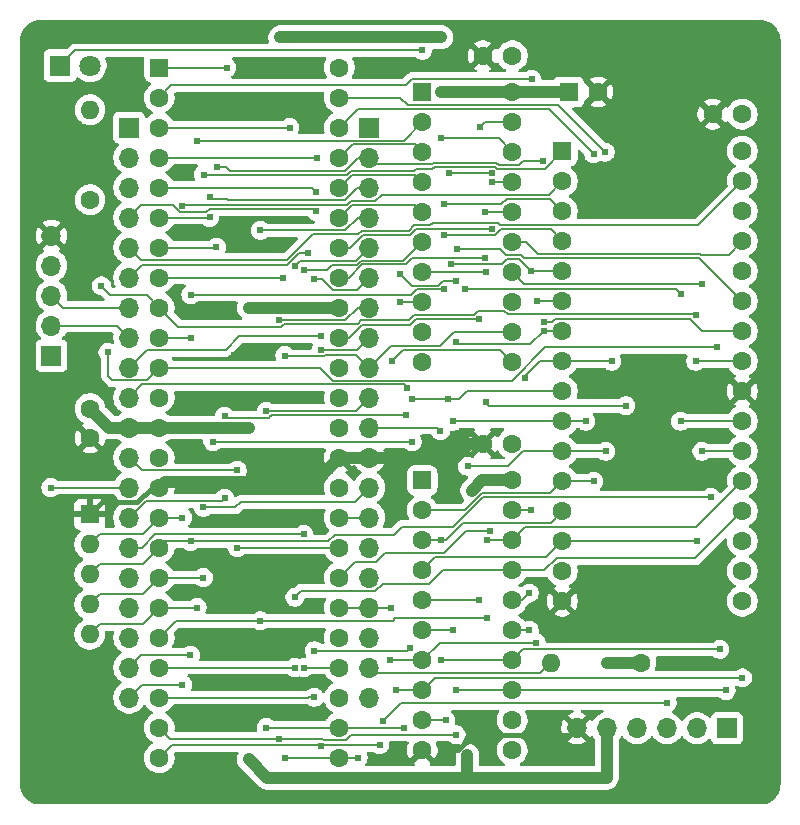
<source format=gtl>
%TF.GenerationSoftware,KiCad,Pcbnew,9.0.0*%
%TF.CreationDate,2025-04-02T13:50:02+09:00*%
%TF.ProjectId,MEZ68K8_RAM_R2.1,4d455a36-384b-4385-9f52-414d5f52322e,Rev 2.1*%
%TF.SameCoordinates,PX65317e4PY8319cac*%
%TF.FileFunction,Copper,L1,Top*%
%TF.FilePolarity,Positive*%
%FSLAX46Y46*%
G04 Gerber Fmt 4.6, Leading zero omitted, Abs format (unit mm)*
G04 Created by KiCad (PCBNEW 9.0.0) date 2025-04-02 13:50:02*
%MOMM*%
%LPD*%
G01*
G04 APERTURE LIST*
G04 Aperture macros list*
%AMRoundRect*
0 Rectangle with rounded corners*
0 $1 Rounding radius*
0 $2 $3 $4 $5 $6 $7 $8 $9 X,Y pos of 4 corners*
0 Add a 4 corners polygon primitive as box body*
4,1,4,$2,$3,$4,$5,$6,$7,$8,$9,$2,$3,0*
0 Add four circle primitives for the rounded corners*
1,1,$1+$1,$2,$3*
1,1,$1+$1,$4,$5*
1,1,$1+$1,$6,$7*
1,1,$1+$1,$8,$9*
0 Add four rect primitives between the rounded corners*
20,1,$1+$1,$2,$3,$4,$5,0*
20,1,$1+$1,$4,$5,$6,$7,0*
20,1,$1+$1,$6,$7,$8,$9,0*
20,1,$1+$1,$8,$9,$2,$3,0*%
G04 Aperture macros list end*
%TA.AperFunction,ComponentPad*%
%ADD10RoundRect,0.250000X-0.550000X-0.550000X0.550000X-0.550000X0.550000X0.550000X-0.550000X0.550000X0*%
%TD*%
%TA.AperFunction,ComponentPad*%
%ADD11C,1.600000*%
%TD*%
%TA.AperFunction,ComponentPad*%
%ADD12R,1.800000X1.800000*%
%TD*%
%TA.AperFunction,ComponentPad*%
%ADD13C,1.800000*%
%TD*%
%TA.AperFunction,ComponentPad*%
%ADD14O,1.600000X1.600000*%
%TD*%
%TA.AperFunction,ComponentPad*%
%ADD15R,1.600000X1.600000*%
%TD*%
%TA.AperFunction,ComponentPad*%
%ADD16R,1.700000X1.700000*%
%TD*%
%TA.AperFunction,ComponentPad*%
%ADD17O,1.700000X1.700000*%
%TD*%
%TA.AperFunction,ViaPad*%
%ADD18C,0.605000*%
%TD*%
%TA.AperFunction,Conductor*%
%ADD19C,0.152400*%
%TD*%
%TA.AperFunction,Conductor*%
%ADD20C,1.000000*%
%TD*%
%TA.AperFunction,Conductor*%
%ADD21C,0.400000*%
%TD*%
G04 APERTURE END LIST*
D10*
X34365000Y60630000D03*
D11*
X34365000Y58090000D03*
X34365000Y55550000D03*
X34365000Y53010000D03*
X34365000Y50470000D03*
X34365000Y47930000D03*
X34365000Y45390000D03*
X34365000Y42850000D03*
X34365000Y40310000D03*
X34365000Y37770000D03*
X41985000Y37770000D03*
X41985000Y40310000D03*
X41985000Y42850000D03*
X41985000Y45390000D03*
X41985000Y47930000D03*
X41985000Y50470000D03*
X41985000Y53010000D03*
X41985000Y55550000D03*
X41985000Y58090000D03*
X41985000Y60630000D03*
D10*
X34360000Y27740000D03*
D11*
X34360000Y25200000D03*
X34360000Y22660000D03*
X34360000Y20120000D03*
X34360000Y17580000D03*
X34360000Y15040000D03*
X34360000Y12500000D03*
X34360000Y9960000D03*
X34360000Y7420000D03*
X34360000Y4880000D03*
X41980000Y4880000D03*
X41980000Y7420000D03*
X41980000Y9960000D03*
X41980000Y12500000D03*
X41980000Y15040000D03*
X41980000Y17580000D03*
X41980000Y20120000D03*
X41980000Y22660000D03*
X41980000Y25200000D03*
X41980000Y27740000D03*
D10*
X12095000Y62690000D03*
D11*
X12095000Y60150000D03*
X12095000Y57610000D03*
X12095000Y55070000D03*
X12095000Y52530000D03*
X12095000Y49990000D03*
X12095000Y47450000D03*
X12095000Y44910000D03*
X12095000Y42370000D03*
X12095000Y39830000D03*
X12095000Y37290000D03*
X12095000Y34750000D03*
X12095000Y32210000D03*
X12095000Y29670000D03*
X12095000Y27130000D03*
X12095000Y24590000D03*
X12095000Y22050000D03*
X12095000Y19510000D03*
X12095000Y16970000D03*
X12095000Y14430000D03*
X12095000Y11890000D03*
X12095000Y9350000D03*
X12095000Y6810000D03*
X12095000Y4270000D03*
X27335000Y4270000D03*
X27335000Y6810000D03*
X27335000Y9350000D03*
X27335000Y11890000D03*
X27335000Y14430000D03*
X27335000Y16970000D03*
X27335000Y19510000D03*
X27335000Y22050000D03*
X27335000Y24590000D03*
X27335000Y27130000D03*
X27335000Y29670000D03*
X27335000Y32210000D03*
X27335000Y34750000D03*
X27335000Y37290000D03*
X27335000Y39830000D03*
X27335000Y42370000D03*
X27335000Y44910000D03*
X27335000Y47450000D03*
X27335000Y49990000D03*
X27335000Y52530000D03*
X27335000Y55070000D03*
X27335000Y57610000D03*
X27335000Y60150000D03*
X27335000Y62690000D03*
D12*
X3700000Y62860000D03*
D13*
X6240000Y62860000D03*
D10*
X46225000Y55610000D03*
D11*
X46225000Y53070000D03*
X46225000Y50530000D03*
X46225000Y47990000D03*
X46225000Y45450000D03*
X46225000Y42910000D03*
X46225000Y40370000D03*
X46225000Y37830000D03*
X46225000Y35290000D03*
X46225000Y32750000D03*
X46225000Y30210000D03*
X46225000Y27670000D03*
X46225000Y25130000D03*
X46225000Y22590000D03*
X46225000Y20050000D03*
X46225000Y17510000D03*
X61465000Y17510000D03*
X61465000Y20050000D03*
X61465000Y22590000D03*
X61465000Y25130000D03*
X61465000Y27670000D03*
X61465000Y30210000D03*
X61465000Y32750000D03*
X61465000Y35290000D03*
X61465000Y37830000D03*
X61465000Y40370000D03*
X61465000Y42910000D03*
X61465000Y45450000D03*
X61465000Y47990000D03*
X61465000Y50530000D03*
X61465000Y53070000D03*
X61465000Y55610000D03*
X6240000Y51500000D03*
D14*
X6240000Y59120000D03*
D11*
X61460000Y58740000D03*
X58960000Y58740000D03*
X6245000Y33820000D03*
X6245000Y31320000D03*
D15*
X6200000Y24870000D03*
D14*
X6200000Y22330000D03*
X6200000Y19790000D03*
X6200000Y17250000D03*
X6200000Y14710000D03*
D11*
X41980000Y30850000D03*
X39480000Y30850000D03*
D15*
X46751144Y60630000D03*
D11*
X49251144Y60630000D03*
D16*
X60170000Y6750000D03*
D17*
X57630000Y6750000D03*
X55090000Y6750000D03*
X52550000Y6750000D03*
X50010000Y6750000D03*
X47470000Y6750000D03*
D11*
X41995000Y63690000D03*
X39495000Y63690000D03*
D16*
X2970000Y38295000D03*
D17*
X2970000Y40835000D03*
X2970000Y43375000D03*
X2970000Y45915000D03*
X2970000Y48455000D03*
D11*
X52880000Y12310000D03*
D14*
X45260000Y12310000D03*
D16*
X29870000Y57610000D03*
D17*
X29870000Y55070000D03*
X29870000Y52530000D03*
X29870000Y49990000D03*
X29870000Y47450000D03*
X29870000Y44910000D03*
X29870000Y42370000D03*
X29870000Y39830000D03*
X29870000Y37290000D03*
X29870000Y34750000D03*
X29870000Y32210000D03*
X29870000Y29670000D03*
X29870000Y27130000D03*
X29870000Y24590000D03*
X29870000Y22050000D03*
X29870000Y19510000D03*
X29870000Y16970000D03*
X29870000Y14430000D03*
X29870000Y11890000D03*
X29870000Y9350000D03*
D16*
X9550000Y57610000D03*
D17*
X9550000Y55070000D03*
X9550000Y52530000D03*
X9550000Y49990000D03*
X9550000Y47450000D03*
X9550000Y44910000D03*
X9550000Y42370000D03*
X9550000Y39830000D03*
X9550000Y37290000D03*
X9550000Y34750000D03*
X9550000Y32210000D03*
X9550000Y29670000D03*
X9550000Y27130000D03*
X9550000Y24590000D03*
X9550000Y22050000D03*
X9550000Y19510000D03*
X9550000Y16970000D03*
X9550000Y14430000D03*
X9550000Y11890000D03*
X9550000Y9350000D03*
D18*
X16760000Y42140000D03*
X16530000Y34420000D03*
X18440000Y38370000D03*
X18450000Y42030000D03*
X18400000Y34860000D03*
X18430000Y29960000D03*
X18340000Y48770000D03*
X21630000Y47520000D03*
X51600000Y34060000D03*
X39770000Y34340000D03*
X39770000Y45390000D03*
X40110000Y23490000D03*
X19680000Y4110000D03*
X50000000Y12300000D03*
X35980000Y65270000D03*
X19680000Y42370000D03*
X22340000Y65250000D03*
X38180000Y4450000D03*
X19680000Y32210000D03*
X38590000Y26880000D03*
X35980000Y60630000D03*
X34798000Y29670000D03*
X17220000Y17730000D03*
X17000000Y13790000D03*
X14732000Y65532000D03*
X23670000Y62550000D03*
X58928000Y61976000D03*
X15890000Y4290000D03*
X36390000Y4880000D03*
X15890000Y7630000D03*
X5588000Y9144000D03*
X44840000Y4850000D03*
X53340000Y32766000D03*
X16500000Y10600000D03*
X21950000Y59920000D03*
X3556000Y31496000D03*
X3048000Y57658000D03*
X14010000Y53730000D03*
X44704000Y64516000D03*
X53340000Y18288000D03*
X54102000Y53086000D03*
X62484000Y3048000D03*
X16970000Y24100000D03*
X32750000Y820000D03*
X39980000Y6180000D03*
X32010000Y4500000D03*
X15070000Y59440000D03*
X24200000Y8020000D03*
X34370000Y64150000D03*
X2900000Y27130000D03*
X14770000Y43470000D03*
X14770000Y39810000D03*
X36170000Y48488900D03*
X36170000Y43920000D03*
X59331100Y38990000D03*
X7750000Y38570000D03*
X25390000Y50508900D03*
X36240000Y51100000D03*
X55090000Y8870000D03*
X31068900Y7341100D03*
X35900000Y31930000D03*
X35908900Y22660000D03*
X21166000Y33600000D03*
X57630000Y22590000D03*
X32800000Y6810000D03*
X21160000Y6810000D03*
X31590000Y12510000D03*
X44000000Y13990000D03*
X28940000Y4270000D03*
X22730000Y38310000D03*
X22730000Y4270000D03*
X32131100Y9960000D03*
X61470000Y11010000D03*
X30760545Y5339455D03*
X25800000Y38780000D03*
X25760000Y5249300D03*
X39820000Y16080000D03*
X20634900Y48910000D03*
X39870000Y22670000D03*
X20634900Y15840000D03*
X23580000Y45890000D03*
X23580000Y17850000D03*
X23582597Y11890000D03*
X24670000Y47010000D03*
X35930000Y56700000D03*
X37225100Y6210000D03*
X22198900Y5841100D03*
X60080000Y9950000D03*
X37225100Y9960000D03*
X22200000Y41290000D03*
X35908900Y12500000D03*
X33333200Y13580000D03*
X25190000Y44760000D03*
X25228900Y13320000D03*
X59548900Y13430000D03*
X25228900Y9380000D03*
X15832200Y25460000D03*
X15840000Y53620000D03*
X15832200Y19510000D03*
X7200000Y44200000D03*
X57508900Y41700000D03*
X57508900Y37830000D03*
X37950000Y43940000D03*
X56230000Y43560000D03*
X22610000Y44910000D03*
X56230000Y32750000D03*
X44550000Y54770000D03*
X16940000Y47460000D03*
X16960000Y54290000D03*
X44680000Y41168900D03*
X16398346Y51723500D03*
X37303200Y47350000D03*
X16363300Y50000000D03*
X33110000Y35600000D03*
X25770000Y39940000D03*
X31770000Y37880000D03*
X18700000Y28590000D03*
X18700000Y22040000D03*
X24340000Y45540000D03*
X24340000Y23160000D03*
X24340000Y11890000D03*
X17620000Y33170000D03*
X17628900Y26221100D03*
X32980000Y33294200D03*
X14738700Y12930000D03*
X14740000Y22572100D03*
X58800000Y26290000D03*
X32440000Y42850000D03*
X31700000Y16970000D03*
X14060000Y50990000D03*
X14060000Y24590000D03*
X14060000Y10430000D03*
X48870000Y27670000D03*
X48879266Y55370464D03*
X38200000Y28940000D03*
X49880000Y30200000D03*
X39134900Y17580000D03*
X49860000Y55530000D03*
X48200000Y32750000D03*
X36971100Y15070000D03*
X36971100Y32750000D03*
X33511100Y31020000D03*
X16640000Y31020000D03*
X33511100Y34660000D03*
X36340000Y7420000D03*
X36510000Y34660000D03*
X17830000Y62690000D03*
X43038900Y36440000D03*
X43650000Y61710000D03*
X50411100Y37830000D03*
X44632200Y40370000D03*
X32440000Y45250000D03*
X37200000Y39478300D03*
X37220000Y44660000D03*
X43430000Y15040000D03*
X23150000Y57610000D03*
X36610000Y53768320D03*
X44101100Y42910000D03*
X43430000Y18200000D03*
X25452212Y55070000D03*
X40268863Y53767320D03*
X43570000Y45450000D03*
X43570000Y25200000D03*
X25370000Y52190000D03*
X36770000Y46018900D03*
X39160000Y41420000D03*
X39230000Y57661300D03*
X40280000Y53010000D03*
X40280000Y49020000D03*
X39710000Y50470000D03*
X39710000Y46550000D03*
X15301100Y16970000D03*
X15300000Y56500000D03*
X58040000Y30210000D03*
X58070000Y44390000D03*
D19*
X16350796Y50740000D02*
X25158900Y50740000D01*
X16050796Y50440000D02*
X16350796Y50740000D01*
X13857496Y50440000D02*
X16050796Y50440000D01*
X13277896Y51019600D02*
X13857496Y50440000D01*
X10579600Y51019600D02*
X13277896Y51019600D01*
X9550000Y49990000D02*
X10579600Y51019600D01*
X25158900Y50740000D02*
X25366800Y50532100D01*
X45085000Y51930000D02*
X46225000Y53070000D01*
X30920000Y51930000D02*
X45085000Y51930000D01*
X30375800Y51385800D02*
X30920000Y51930000D01*
X28298333Y51385800D02*
X30375800Y51385800D01*
X27952534Y51040000D02*
X28298333Y51385800D01*
X25289952Y51040000D02*
X27952534Y51040000D01*
X16224544Y51044800D02*
X25285152Y51044800D01*
X16219744Y51040000D02*
X16224544Y51044800D01*
X14110000Y51040000D02*
X16219744Y51040000D01*
X25285152Y51044800D02*
X25289952Y51040000D01*
X14060000Y50990000D02*
X14110000Y51040000D01*
X40050000Y34060000D02*
X51600000Y34060000D01*
X39770000Y34340000D02*
X40050000Y34060000D01*
X34365000Y45390000D02*
X39770000Y45390000D01*
X35470000Y21230000D02*
X34360000Y20120000D01*
X44865000Y21230000D02*
X35470000Y21230000D01*
X46225000Y22590000D02*
X44865000Y21230000D01*
X28645000Y20820000D02*
X27335000Y19510000D01*
X36160000Y21550000D02*
X31210000Y21550000D01*
X31210000Y21550000D02*
X30480000Y20820000D01*
X38100000Y23490000D02*
X36160000Y21550000D01*
X30480000Y20820000D02*
X28645000Y20820000D01*
X40110000Y23490000D02*
X38100000Y23490000D01*
X17730400Y38800400D02*
X18870000Y39940000D01*
X11060400Y38800400D02*
X17730400Y38800400D01*
X18870000Y39940000D02*
X25770000Y39940000D01*
X9550000Y37290000D02*
X11060400Y38800400D01*
X7750000Y36550000D02*
X7750000Y38570000D01*
X12095000Y37290000D02*
X11015400Y36210400D01*
X11015400Y36210400D02*
X8089600Y36210400D01*
X8089600Y36210400D02*
X7750000Y36550000D01*
D20*
X41980000Y27740000D02*
X39450000Y27740000D01*
X41985000Y60630000D02*
X46751144Y60630000D01*
X19680000Y42370000D02*
X27335000Y42370000D01*
X9550000Y32210000D02*
X7855000Y32210000D01*
X50000000Y6740000D02*
X50010000Y6750000D01*
X22340000Y65250000D02*
X22360000Y65270000D01*
X21240000Y2550000D02*
X38180000Y2550000D01*
X38180000Y2550000D02*
X50000000Y2550000D01*
X12095000Y32210000D02*
X19680000Y32210000D01*
X7855000Y32210000D02*
X6245000Y33820000D01*
X35980000Y60630000D02*
X41985000Y60630000D01*
X19680000Y4110000D02*
X21240000Y2550000D01*
X22360000Y65270000D02*
X35980000Y65270000D01*
X9550000Y32210000D02*
X12095000Y32210000D01*
X38180000Y2550000D02*
X38180000Y4450000D01*
X52870000Y12300000D02*
X52880000Y12310000D01*
X50000000Y2550000D02*
X50000000Y6740000D01*
X39450000Y27740000D02*
X38590000Y26880000D01*
X50000000Y12300000D02*
X52870000Y12300000D01*
D21*
X11482454Y27130000D02*
X12095000Y27130000D01*
X6200000Y24870000D02*
X7210000Y25880000D01*
D20*
X27335000Y29670000D02*
X25299100Y27634100D01*
X27335000Y29670000D02*
X29870000Y29670000D01*
X12599100Y27634100D02*
X12095000Y27130000D01*
D21*
X46900000Y6180000D02*
X47470000Y6750000D01*
X36390000Y4880000D02*
X37403110Y4880000D01*
D20*
X34798000Y29670000D02*
X37168630Y29670000D01*
D21*
X10232454Y25880000D02*
X11482454Y27130000D01*
X37403110Y4880000D02*
X38703110Y6180000D01*
X38703110Y6180000D02*
X46900000Y6180000D01*
D20*
X38348630Y30850000D02*
X39480000Y30850000D01*
X37168630Y29670000D02*
X38348630Y30850000D01*
D21*
X7210000Y25880000D02*
X10232454Y25880000D01*
D20*
X29870000Y29670000D02*
X34798000Y29670000D01*
X25299100Y27634100D02*
X12599100Y27634100D01*
D19*
X15360000Y64150000D02*
X34370000Y64150000D01*
X3700000Y62860000D02*
X4990000Y64150000D01*
X4990000Y64150000D02*
X15360000Y64150000D01*
X9550000Y27130000D02*
X2900000Y27130000D01*
X14770000Y39810000D02*
X14510000Y39810000D01*
X33450000Y43470000D02*
X33900000Y43920000D01*
X40992504Y48980000D02*
X45235000Y48980000D01*
X36170000Y48488900D02*
X40501404Y48488900D01*
X40501404Y48488900D02*
X40992504Y48980000D01*
X45235000Y48980000D02*
X46225000Y47990000D01*
X33900000Y43920000D02*
X36170000Y43920000D01*
X14510000Y39810000D02*
X14490000Y39830000D01*
X29380000Y43470000D02*
X33450000Y43470000D01*
X29380000Y43470000D02*
X14770000Y43470000D01*
X14490000Y39830000D02*
X12095000Y39830000D01*
X12095000Y37290000D02*
X25670000Y37290000D01*
X25670000Y37290000D02*
X26780000Y36180000D01*
X41980000Y36180000D02*
X44790000Y38990000D01*
X26780000Y36180000D02*
X41980000Y36180000D01*
X44790000Y38990000D02*
X59331100Y38990000D01*
X45185000Y51570000D02*
X46225000Y50530000D01*
X41070000Y51100000D02*
X41540000Y51570000D01*
X36240000Y51100000D02*
X41070000Y51100000D01*
X41540000Y51570000D02*
X45185000Y51570000D01*
X40960000Y49330000D02*
X57725000Y49330000D01*
X33223334Y48855800D02*
X33693334Y49325800D01*
X9550000Y47450000D02*
X10579600Y46420400D01*
X29243334Y48855800D02*
X33223334Y48855800D01*
X28958767Y48571233D02*
X29243334Y48855800D01*
X25076263Y48571233D02*
X28958767Y48571233D01*
X40737900Y49552100D02*
X40960000Y49330000D01*
X57725000Y49330000D02*
X61465000Y53070000D01*
X33693334Y49325800D02*
X35035800Y49325800D01*
X35262100Y49552100D02*
X40737900Y49552100D01*
X22925430Y46420400D02*
X25076263Y48571233D01*
X10579600Y46420400D02*
X22925430Y46420400D01*
X35035800Y49325800D02*
X35262100Y49552100D01*
X36330000Y22660000D02*
X37800000Y24130000D01*
X45225000Y24130000D02*
X46225000Y25130000D01*
X35908900Y22660000D02*
X34360000Y22660000D01*
X31068900Y7341100D02*
X32597800Y8870000D01*
X29870000Y32210000D02*
X35620000Y32210000D01*
X37800000Y24130000D02*
X45225000Y24130000D01*
X35620000Y32210000D02*
X35900000Y31930000D01*
X32597800Y8870000D02*
X55090000Y8870000D01*
X35908900Y22660000D02*
X36330000Y22660000D01*
X29870000Y34750000D02*
X28720000Y33600000D01*
X21160000Y6810000D02*
X27335000Y6810000D01*
X32800000Y6810000D02*
X27335000Y6810000D01*
X46225000Y22590000D02*
X57630000Y22590000D01*
X28720000Y33600000D02*
X21166000Y33600000D01*
X28940000Y4270000D02*
X27335000Y4270000D01*
X22730000Y4270000D02*
X27335000Y4270000D01*
X28790000Y38370000D02*
X29870000Y37290000D01*
X35850000Y13990000D02*
X44000000Y13990000D01*
X22730000Y38310000D02*
X22810000Y38230000D01*
X37040000Y40310000D02*
X41985000Y40310000D01*
X31590000Y12510000D02*
X31600000Y12500000D01*
X31600000Y12500000D02*
X34360000Y12500000D01*
X26142504Y38370000D02*
X28790000Y38370000D01*
X31684400Y39104400D02*
X35834400Y39104400D01*
X29870000Y37290000D02*
X31684400Y39104400D01*
X35834400Y39104400D02*
X37040000Y40310000D01*
X22810000Y38230000D02*
X26002504Y38230000D01*
X34360000Y12500000D02*
X35850000Y13990000D01*
X26002504Y38230000D02*
X26142504Y38370000D01*
X34360000Y9960000D02*
X35410000Y11010000D01*
X32131100Y9960000D02*
X34360000Y9960000D01*
X21948041Y5339455D02*
X13164455Y5339455D01*
X25800000Y38780000D02*
X28820000Y38780000D01*
X30760545Y5339455D02*
X22449759Y5339455D01*
X28820000Y38780000D02*
X29870000Y39830000D01*
X35410000Y11010000D02*
X61470000Y11010000D01*
X21978496Y5309000D02*
X21948041Y5339455D01*
X22419304Y5309000D02*
X21978496Y5309000D01*
X22449759Y5339455D02*
X22419304Y5309000D01*
X13164455Y5339455D02*
X12095000Y4270000D01*
X28940000Y49990000D02*
X27860000Y48910000D01*
X20634900Y15840000D02*
X31847496Y15840000D01*
X29870000Y49990000D02*
X28940000Y49990000D01*
X57575000Y23780000D02*
X43100000Y23780000D01*
X20634900Y15840000D02*
X13505000Y15840000D01*
X32087496Y16080000D02*
X39820000Y16080000D01*
X43100000Y23780000D02*
X41980000Y22660000D01*
X39880000Y22660000D02*
X41980000Y22660000D01*
X31847496Y15840000D02*
X32087496Y16080000D01*
X12095000Y14430000D02*
X13505000Y15840000D01*
X61465000Y27670000D02*
X57575000Y23780000D01*
X27860000Y48910000D02*
X20634900Y48910000D01*
X23985800Y46295800D02*
X23580000Y45890000D01*
X12095000Y11890000D02*
X23582597Y11890000D01*
X36090000Y20120000D02*
X41980000Y20120000D01*
X29865066Y47450000D02*
X28710867Y46295800D01*
X28710867Y46295800D02*
X23985800Y46295800D01*
X29870000Y47450000D02*
X29865066Y47450000D01*
X31010000Y19000000D02*
X34970000Y19000000D01*
X57475000Y21140000D02*
X61465000Y25130000D01*
X41980000Y20120000D02*
X44710000Y20120000D01*
X34970000Y19000000D02*
X36090000Y20120000D01*
X45730000Y21140000D02*
X57475000Y21140000D01*
X30400000Y18390000D02*
X31010000Y19000000D01*
X23580000Y17850000D02*
X24120000Y18390000D01*
X44710000Y20120000D02*
X45730000Y21140000D01*
X24120000Y18390000D02*
X30400000Y18390000D01*
X10600000Y45960000D02*
X9550000Y44910000D01*
X23927496Y46990000D02*
X22897496Y45960000D01*
X35930000Y56700000D02*
X40835000Y56700000D01*
X22897496Y45960000D02*
X10600000Y45960000D01*
X24650000Y46990000D02*
X23927496Y46990000D01*
X40835000Y56700000D02*
X41985000Y55550000D01*
X24670000Y47010000D02*
X24650000Y46990000D01*
X26011804Y5750000D02*
X27890000Y5750000D01*
X28350000Y6210000D02*
X37225100Y6210000D01*
X25911804Y5850000D02*
X26011804Y5750000D01*
X28900000Y42370000D02*
X29870000Y42370000D01*
X27820000Y41290000D02*
X28900000Y42370000D01*
X27890000Y5750000D02*
X28350000Y6210000D01*
X13035000Y5870000D02*
X22170000Y5870000D01*
X22198900Y5841100D02*
X22207800Y5850000D01*
X41980000Y9960000D02*
X60070000Y9960000D01*
X13035000Y5870000D02*
X12095000Y6810000D01*
X60070000Y9960000D02*
X60080000Y9950000D01*
X22207800Y5850000D02*
X25911804Y5850000D01*
X22200000Y41290000D02*
X27820000Y41290000D01*
X41980000Y9960000D02*
X37225100Y9960000D01*
X22170000Y5870000D02*
X22198900Y5841100D01*
X42910000Y13430000D02*
X59548900Y13430000D01*
X24650000Y9350000D02*
X12095000Y9350000D01*
X25860000Y44760000D02*
X26780000Y43840000D01*
X28800000Y43840000D02*
X29870000Y44910000D01*
X41980000Y12500000D02*
X35908900Y12500000D01*
X33333200Y13580000D02*
X33073200Y13320000D01*
X24680000Y9380000D02*
X24650000Y9350000D01*
X25228900Y9380000D02*
X24680000Y9380000D01*
X25190000Y44760000D02*
X25860000Y44760000D01*
X26780000Y43840000D02*
X28800000Y43840000D01*
X41980000Y12500000D02*
X42910000Y13430000D01*
X33073200Y13320000D02*
X25228900Y13320000D01*
X29870000Y27130000D02*
X28670000Y25930000D01*
X28129200Y53756667D02*
X28129200Y53756666D01*
X18540000Y25460000D02*
X15832200Y25460000D01*
X6200000Y17250000D02*
X7090000Y18140000D01*
X15840000Y53620000D02*
X27992533Y53620000D01*
X10725000Y18140000D02*
X12095000Y19510000D01*
X40688687Y54100000D02*
X44715000Y54100000D01*
X28308333Y53935800D02*
X33645800Y53935800D01*
X40489267Y54299420D02*
X40688687Y54100000D01*
X28129200Y53756666D02*
X28308334Y53935800D01*
X35220000Y54100000D02*
X35419420Y54299420D01*
X27992533Y53620000D02*
X28129200Y53756667D01*
X28670000Y25920000D02*
X19000000Y25920000D01*
X33645800Y53935800D02*
X33810000Y54100000D01*
X44715000Y54100000D02*
X46225000Y55610000D01*
X33810000Y54100000D02*
X35220000Y54100000D01*
X35419420Y54299420D02*
X40489267Y54299420D01*
X19000000Y25920000D02*
X18540000Y25460000D01*
X12095000Y19510000D02*
X15832200Y19510000D01*
X28670000Y25930000D02*
X28670000Y25920000D01*
X28308334Y53935800D02*
X28308333Y53935800D01*
X7090000Y18140000D02*
X10725000Y18140000D01*
X57508900Y37830000D02*
X61465000Y37830000D01*
X28881734Y40984200D02*
X29187934Y41290400D01*
X57408900Y41800000D02*
X57508900Y41700000D01*
X7950400Y43449600D02*
X11015400Y43449600D01*
X41578925Y41800000D02*
X57408900Y41800000D01*
X29187934Y41290400D02*
X33228735Y41290400D01*
X12095000Y42370000D02*
X13707100Y40757900D01*
X11015400Y43449600D02*
X12095000Y42370000D01*
X7200000Y44200000D02*
X7950400Y43449600D01*
X33664134Y41725800D02*
X38713296Y41725800D01*
X38713296Y41725800D02*
X39087496Y42100000D01*
X41278925Y42100000D02*
X41578925Y41800000D01*
X22420404Y40757900D02*
X22646704Y40984200D01*
X33228735Y41290400D02*
X33664134Y41725800D01*
X22646704Y40984200D02*
X28881734Y40984200D01*
X13707100Y40757900D02*
X22420404Y40757900D01*
X39087496Y42100000D02*
X41278925Y42100000D01*
X22370000Y44900000D02*
X20760000Y44900000D01*
X56230000Y32750000D02*
X61465000Y32750000D01*
X22610000Y44910000D02*
X22380000Y44910000D01*
X20750000Y44910000D02*
X12095000Y44910000D01*
X37950000Y43940000D02*
X55850000Y43940000D01*
X22380000Y44910000D02*
X22370000Y44900000D01*
X20760000Y44900000D02*
X20750000Y44910000D01*
X55850000Y43940000D02*
X56230000Y43560000D01*
X40640000Y54640000D02*
X40860000Y54420000D01*
X42560000Y54420000D02*
X42910000Y54770000D01*
X58086396Y40370000D02*
X61465000Y40370000D01*
X16930000Y47450000D02*
X12095000Y47450000D01*
X40860000Y54420000D02*
X42560000Y54420000D01*
X35187533Y54500000D02*
X35327533Y54640000D01*
X45368900Y41168900D02*
X45620000Y41420000D01*
X18060000Y53950000D02*
X27810000Y53950000D01*
X57036396Y41420000D02*
X58086396Y40370000D01*
X28930000Y55070000D02*
X29870000Y55070000D01*
X17720000Y54290000D02*
X18060000Y53950000D01*
X45620000Y41420000D02*
X57036396Y41420000D01*
X16940000Y47460000D02*
X16930000Y47450000D01*
X35327533Y54640000D02*
X40640000Y54640000D01*
X29870000Y55070000D02*
X30440000Y54500000D01*
X44680000Y41168900D02*
X45368900Y41168900D01*
X42910000Y54770000D02*
X44550000Y54770000D01*
X30440000Y54500000D02*
X35187533Y54500000D01*
X16960000Y54290000D02*
X17720000Y54290000D01*
X27810000Y53950000D02*
X28930000Y55070000D01*
X27790000Y51480000D02*
X17910000Y51480000D01*
X42680000Y46860000D02*
X42980000Y46560000D01*
X28840000Y52530000D02*
X27790000Y51480000D01*
X29870000Y52530000D02*
X28840000Y52530000D01*
X17820000Y51570000D02*
X16364400Y51570000D01*
X57815000Y46560000D02*
X61465000Y42910000D01*
X42980000Y46560000D02*
X57815000Y46560000D01*
X37303200Y47350000D02*
X40960000Y47350000D01*
X41450000Y46860000D02*
X42680000Y46860000D01*
X40960000Y47350000D02*
X41450000Y46860000D01*
X16353300Y49990000D02*
X12095000Y49990000D01*
X17910000Y51480000D02*
X17820000Y51570000D01*
X32850000Y35860000D02*
X10660000Y35860000D01*
X10660000Y35860000D02*
X9550000Y34750000D01*
X33110000Y35600000D02*
X32850000Y35860000D01*
X40955400Y38799600D02*
X32689600Y38799600D01*
X32689600Y38799600D02*
X31770000Y37880000D01*
X41985000Y37770000D02*
X40955400Y38799600D01*
X3975000Y42370000D02*
X2970000Y43375000D01*
X9550000Y42370000D02*
X3975000Y42370000D01*
X8545000Y40835000D02*
X2970000Y40835000D01*
X9550000Y39830000D02*
X8545000Y40835000D01*
X18700000Y22040000D02*
X18710000Y22050000D01*
X18710000Y22050000D02*
X27335000Y22050000D01*
X10630000Y28590000D02*
X18700000Y28590000D01*
X9550000Y29670000D02*
X10630000Y28590000D01*
X29173333Y46325800D02*
X32760800Y46325800D01*
X26300000Y45540000D02*
X26750000Y45990000D01*
X24340000Y45540000D02*
X26300000Y45540000D01*
X24340000Y11890000D02*
X27335000Y11890000D01*
X26750000Y45990000D02*
X28837534Y45990000D01*
X9550000Y22050000D02*
X10638925Y22050000D01*
X11748925Y23160000D02*
X24340000Y23160000D01*
X10638925Y22050000D02*
X11748925Y23160000D01*
X32760800Y46325800D02*
X34365000Y47930000D01*
X28837534Y45990000D02*
X29173333Y46325800D01*
X28593334Y33294200D02*
X28846666Y33294200D01*
X21612704Y33294200D02*
X28593334Y33294200D01*
X17403600Y25995800D02*
X17628900Y26221100D01*
X17730000Y33060000D02*
X21370000Y33060000D01*
X21370000Y33060000D02*
X21377900Y33067900D01*
X21386404Y33067900D02*
X21612704Y33294200D01*
X10955800Y25995800D02*
X17403600Y25995800D01*
X9550000Y24590000D02*
X10955800Y25995800D01*
X21377900Y33067900D02*
X21386404Y33067900D01*
X28846666Y33294200D02*
X32980000Y33294200D01*
X17620000Y33170000D02*
X17730000Y33060000D01*
X32610000Y23770000D02*
X36944277Y23770000D01*
X26968925Y23140000D02*
X31980000Y23140000D01*
X10745000Y20700000D02*
X12095000Y22050000D01*
X26401025Y22572100D02*
X26968925Y23140000D01*
X39464276Y26290000D02*
X58800000Y26290000D01*
X6200000Y19790000D02*
X7110000Y20700000D01*
X14740000Y22572100D02*
X26401025Y22572100D01*
X12095000Y22050000D02*
X12617100Y22572100D01*
X7110000Y20700000D02*
X10745000Y20700000D01*
X9550000Y11890000D02*
X10590000Y12930000D01*
X12617100Y22572100D02*
X14740000Y22572100D01*
X36944277Y23770000D02*
X39464276Y26290000D01*
X10590000Y12930000D02*
X14738700Y12930000D01*
X31980000Y23140000D02*
X32610000Y23770000D01*
X32440000Y42850000D02*
X34365000Y42850000D01*
X29870000Y16970000D02*
X27335000Y16970000D01*
X31700000Y16970000D02*
X29870000Y16970000D01*
X10630000Y10430000D02*
X14060000Y10430000D01*
X6200000Y22330000D02*
X7040000Y23170000D01*
X9550000Y9350000D02*
X10630000Y10430000D01*
X12095000Y24590000D02*
X14060000Y24590000D01*
X10675000Y23170000D02*
X12095000Y24590000D01*
X7040000Y23170000D02*
X10675000Y23170000D01*
X29870000Y24590000D02*
X27335000Y24590000D01*
X29870000Y11890000D02*
X30350000Y11410000D01*
X30350000Y11410000D02*
X44360000Y11410000D01*
X44360000Y11410000D02*
X45260000Y12310000D01*
X46225000Y27670000D02*
X48870000Y27670000D01*
X45205000Y26650000D02*
X39391810Y26650000D01*
X45090000Y59159730D02*
X45090000Y59160000D01*
X48879266Y55370464D02*
X45090000Y59159730D01*
X37941810Y25200000D02*
X34360000Y25200000D01*
X46225000Y27670000D02*
X45205000Y26650000D01*
X28885000Y59160000D02*
X45090000Y59160000D01*
X39391810Y26650000D02*
X37941810Y25200000D01*
X27335000Y57610000D02*
X28885000Y59160000D01*
X45890000Y59500000D02*
X33130000Y59500000D01*
X49870000Y30210000D02*
X49880000Y30200000D01*
X49860000Y55530000D02*
X45890000Y59500000D01*
X46225000Y30210000D02*
X42910000Y30210000D01*
X33130000Y59500000D02*
X32480000Y60150000D01*
X34360000Y17580000D02*
X39134900Y17580000D01*
X42910000Y30210000D02*
X41640000Y28940000D01*
X46225000Y30210000D02*
X49870000Y30210000D01*
X41640000Y28940000D02*
X38200000Y28940000D01*
X32480000Y60150000D02*
X27335000Y60150000D01*
X46225000Y32750000D02*
X36971100Y32750000D01*
X36941100Y15040000D02*
X36971100Y15070000D01*
X34360000Y15040000D02*
X36941100Y15040000D01*
X46225000Y32750000D02*
X48200000Y32750000D01*
X36510000Y34660000D02*
X37480000Y34660000D01*
X16640000Y31020000D02*
X33511100Y31020000D01*
X37480000Y34660000D02*
X38110000Y35290000D01*
X36510000Y34660000D02*
X33511100Y34660000D01*
X12095000Y62690000D02*
X17830000Y62690000D01*
X38110000Y35290000D02*
X46225000Y35290000D01*
X34360000Y7420000D02*
X36340000Y7420000D01*
X33500000Y61710000D02*
X32969600Y61179600D01*
X32969600Y61179600D02*
X13124600Y61179600D01*
X43650000Y61710000D02*
X33500000Y61710000D01*
X43038900Y36548900D02*
X44320000Y37830000D01*
X13124600Y61179600D02*
X12095000Y60150000D01*
X46225000Y37830000D02*
X50411100Y37830000D01*
X43038900Y36440000D02*
X43038900Y36548900D01*
X44320000Y37830000D02*
X46225000Y37830000D01*
X36157496Y44660000D02*
X35723296Y44225800D01*
X46225000Y40370000D02*
X44632200Y40370000D01*
X37418300Y39260000D02*
X37200000Y39478300D01*
X44632200Y40370000D02*
X43522200Y39260000D01*
X37220000Y44660000D02*
X36157496Y44660000D01*
X35723296Y44225800D02*
X33464200Y44225800D01*
X12095000Y57610000D02*
X23150000Y57610000D01*
X43430000Y15040000D02*
X41980000Y15040000D01*
X43522200Y39260000D02*
X37418300Y39260000D01*
X33464200Y44225800D02*
X32440000Y45250000D01*
X40268863Y53767320D02*
X36611000Y53767320D01*
X36611000Y53767320D02*
X36610000Y53768320D01*
X25452212Y55070000D02*
X12095000Y55070000D01*
X42810000Y17580000D02*
X41980000Y17580000D01*
X46225000Y42910000D02*
X44101100Y42910000D01*
X43430000Y18200000D02*
X42810000Y17580000D01*
X41088900Y46018900D02*
X41510000Y46440000D01*
X25030000Y52530000D02*
X25370000Y52190000D01*
X12095000Y52530000D02*
X25030000Y52530000D01*
X41980000Y25200000D02*
X43570000Y25200000D01*
X43570000Y45450000D02*
X46225000Y45450000D01*
X36770000Y46018900D02*
X41088900Y46018900D01*
X42580000Y46440000D02*
X43570000Y45450000D01*
X41510000Y46440000D02*
X42580000Y46440000D01*
X28425000Y51080000D02*
X27335000Y49990000D01*
X33755000Y51080000D02*
X28425000Y51080000D01*
X34365000Y50470000D02*
X33755000Y51080000D01*
X28435000Y53630000D02*
X27335000Y52530000D01*
X34365000Y53010000D02*
X33745000Y53630000D01*
X33745000Y53630000D02*
X28435000Y53630000D01*
X28160000Y39830000D02*
X27335000Y39830000D01*
X41985000Y58090000D02*
X39658700Y58090000D01*
X39160000Y41420000D02*
X33790801Y41420000D01*
X33290801Y40920000D02*
X29250000Y40920000D01*
X39658700Y58090000D02*
X39230000Y57661300D01*
X33790801Y41420000D02*
X33290801Y40920000D01*
X29250000Y40920000D02*
X28160000Y39830000D01*
X27335000Y47450000D02*
X28270000Y47450000D01*
X29370000Y48550000D02*
X33350000Y48550000D01*
X33350000Y48550000D02*
X33820000Y49020000D01*
X28270000Y47450000D02*
X29370000Y48550000D01*
X33820000Y49020000D02*
X40280000Y49020000D01*
X40280000Y53010000D02*
X41985000Y53010000D01*
X29300000Y46020000D02*
X32996200Y46020000D01*
X28190000Y44910000D02*
X29300000Y46020000D01*
X33526200Y46550000D02*
X39710000Y46550000D01*
X32996200Y46020000D02*
X33526200Y46550000D01*
X27335000Y44910000D02*
X28190000Y44910000D01*
X39710000Y50470000D02*
X41985000Y50470000D01*
X34365000Y55550000D02*
X33725000Y56190000D01*
X33725000Y56190000D02*
X28455000Y56190000D01*
X28455000Y56190000D02*
X27335000Y55070000D01*
X32775000Y56500000D02*
X34365000Y58090000D01*
X7090000Y15600000D02*
X10725000Y15600000D01*
X15300000Y56500000D02*
X32775000Y56500000D01*
X12095000Y16970000D02*
X15301100Y16970000D01*
X6200000Y14710000D02*
X7090000Y15600000D01*
X10725000Y15600000D02*
X12095000Y16970000D01*
X57688334Y46865800D02*
X44180570Y46865800D01*
X61465000Y47990000D02*
X60295000Y46820000D01*
X44180570Y46865800D02*
X43116370Y47930000D01*
X57941667Y46865800D02*
X57941666Y46865800D01*
X60295000Y46820000D02*
X57987466Y46820000D01*
X57941666Y46865800D02*
X57688334Y46865800D01*
X57987466Y46820000D02*
X57941667Y46865800D01*
X43116370Y47930000D02*
X41985000Y47930000D01*
X61465000Y30210000D02*
X58040000Y30210000D01*
X58070000Y44390000D02*
X58060000Y44400000D01*
X57900000Y44390000D02*
X58070000Y44390000D01*
X42975000Y44400000D02*
X41985000Y45390000D01*
X58060000Y44400000D02*
X42975000Y44400000D01*
%TA.AperFunction,Conductor*%
G36*
X33085091Y5632525D02*
G01*
X33087761Y5633186D01*
X33118420Y5622739D01*
X33149490Y5613615D01*
X33151290Y5611537D01*
X33153896Y5610649D01*
X33174046Y5585275D01*
X33195245Y5560811D01*
X33195636Y5558090D01*
X33197348Y5555934D01*
X33200581Y5523700D01*
X33205189Y5491653D01*
X33204130Y5488314D01*
X33204321Y5486413D01*
X33192936Y5453006D01*
X33155245Y5379035D01*
X33092009Y5184418D01*
X33060000Y4982318D01*
X33060000Y4777683D01*
X33092009Y4575583D01*
X33155244Y4380969D01*
X33248141Y4198650D01*
X33248147Y4198641D01*
X33280523Y4154079D01*
X33280524Y4154078D01*
X33960000Y4833554D01*
X33960000Y4827339D01*
X33987259Y4725606D01*
X34039920Y4634394D01*
X34114394Y4559920D01*
X34205606Y4507259D01*
X34307339Y4480000D01*
X34313553Y4480000D01*
X33634076Y3800526D01*
X33669460Y3774818D01*
X33712125Y3719488D01*
X33718104Y3649874D01*
X33685498Y3588080D01*
X33624659Y3553722D01*
X33596574Y3550500D01*
X29655476Y3550500D01*
X29588437Y3570185D01*
X29542682Y3622989D01*
X29532738Y3692147D01*
X29560483Y3752902D01*
X29559866Y3753408D01*
X29563726Y3758114D01*
X29563731Y3758118D01*
X29651609Y3889637D01*
X29712141Y4035774D01*
X29722239Y4086541D01*
X29743000Y4190909D01*
X29743000Y4349092D01*
X29712142Y4504221D01*
X29712141Y4504222D01*
X29712141Y4504226D01*
X29702937Y4526447D01*
X29676073Y4591303D01*
X29668604Y4660772D01*
X29699879Y4723251D01*
X29759968Y4758903D01*
X29790634Y4762755D01*
X30150269Y4762755D01*
X30217308Y4743070D01*
X30237950Y4726436D01*
X30248659Y4715727D01*
X30248663Y4715724D01*
X30380175Y4627850D01*
X30380181Y4627847D01*
X30380182Y4627846D01*
X30526319Y4567314D01*
X30526323Y4567314D01*
X30526324Y4567313D01*
X30681453Y4536455D01*
X30681456Y4536455D01*
X30839636Y4536455D01*
X30957599Y4559920D01*
X30994771Y4567314D01*
X31140908Y4627846D01*
X31272427Y4715724D01*
X31384276Y4827573D01*
X31472154Y4959092D01*
X31532686Y5105229D01*
X31551553Y5200080D01*
X31563545Y5260364D01*
X31563545Y5418547D01*
X31563544Y5418549D01*
X31550305Y5485109D01*
X31556532Y5554700D01*
X31599395Y5609878D01*
X31665285Y5633122D01*
X31671922Y5633300D01*
X33082451Y5633300D01*
X33085091Y5632525D01*
G37*
%TD.AperFunction*%
%TA.AperFunction,Conductor*%
G36*
X36681863Y5613615D02*
G01*
X36702505Y5596981D01*
X36713214Y5586272D01*
X36713218Y5586269D01*
X36844730Y5498395D01*
X36844736Y5498392D01*
X36844737Y5498391D01*
X36990874Y5437859D01*
X36990878Y5437859D01*
X36990879Y5437858D01*
X37146008Y5407000D01*
X37146011Y5407000D01*
X37304190Y5407000D01*
X37355613Y5417229D01*
X37424923Y5431016D01*
X37494513Y5424789D01*
X37549691Y5381927D01*
X37572936Y5316037D01*
X37556869Y5248040D01*
X37536796Y5221718D01*
X37402860Y5087782D01*
X37293371Y4923921D01*
X37293364Y4923908D01*
X37217950Y4741840D01*
X37217947Y4741830D01*
X37179500Y4548544D01*
X37179500Y3674500D01*
X37159815Y3607461D01*
X37107011Y3561706D01*
X37055500Y3550500D01*
X35123426Y3550500D01*
X35056387Y3570185D01*
X35010632Y3622989D01*
X35000688Y3692147D01*
X35029713Y3755703D01*
X35050539Y3774817D01*
X35085921Y3800526D01*
X34406447Y4480000D01*
X34412661Y4480000D01*
X34514394Y4507259D01*
X34605606Y4559920D01*
X34680080Y4634394D01*
X34732741Y4725606D01*
X34760000Y4827339D01*
X34760000Y4833553D01*
X35439474Y4154079D01*
X35471859Y4198651D01*
X35564755Y4380969D01*
X35627990Y4575583D01*
X35660000Y4777683D01*
X35660000Y4982318D01*
X35627990Y5184418D01*
X35564754Y5379035D01*
X35527064Y5453006D01*
X35514168Y5521675D01*
X35540445Y5586415D01*
X35597551Y5626672D01*
X35637549Y5633300D01*
X36614824Y5633300D01*
X36681863Y5613615D01*
G37*
%TD.AperFunction*%
%TA.AperFunction,Conductor*%
G36*
X40830802Y8273615D02*
G01*
X40876557Y8220811D01*
X40886501Y8151653D01*
X40869488Y8104507D01*
X40867715Y8101616D01*
X40774781Y7919224D01*
X40711522Y7724535D01*
X40679500Y7522352D01*
X40679500Y7317649D01*
X40711522Y7115466D01*
X40774781Y6920777D01*
X40819134Y6833731D01*
X40861797Y6750000D01*
X40867715Y6738387D01*
X40988028Y6572787D01*
X41132786Y6428029D01*
X41287749Y6315444D01*
X41298390Y6307713D01*
X41389840Y6261117D01*
X41391080Y6260485D01*
X41441876Y6212510D01*
X41458671Y6144689D01*
X41436134Y6078554D01*
X41391080Y6039515D01*
X41298386Y5992285D01*
X41132786Y5871972D01*
X40988028Y5727214D01*
X40867715Y5561614D01*
X40774781Y5379224D01*
X40711522Y5184535D01*
X40682704Y5002581D01*
X40679500Y4982352D01*
X40679500Y4777648D01*
X40682469Y4758903D01*
X40711522Y4575466D01*
X40774781Y4380777D01*
X40838691Y4255347D01*
X40867585Y4198641D01*
X40867715Y4198387D01*
X40988028Y4032787D01*
X40988034Y4032781D01*
X41132781Y3888034D01*
X41288610Y3774818D01*
X41331276Y3719489D01*
X41337255Y3649875D01*
X41304650Y3588080D01*
X41243811Y3553723D01*
X41215725Y3550500D01*
X39304500Y3550500D01*
X39237461Y3570185D01*
X39191706Y3622989D01*
X39180500Y3674500D01*
X39180500Y4548544D01*
X39142052Y4741830D01*
X39142051Y4741831D01*
X39142051Y4741835D01*
X39142049Y4741840D01*
X39066635Y4923908D01*
X39066628Y4923921D01*
X38957139Y5087782D01*
X38957136Y5087786D01*
X38817785Y5227137D01*
X38817781Y5227140D01*
X38653920Y5336629D01*
X38653907Y5336636D01*
X38471839Y5412050D01*
X38471829Y5412053D01*
X38278543Y5450500D01*
X38278541Y5450500D01*
X38081459Y5450500D01*
X38081454Y5450500D01*
X37882885Y5411002D01*
X37813294Y5417229D01*
X37758116Y5460092D01*
X37734872Y5525982D01*
X37750940Y5593979D01*
X37771009Y5620297D01*
X37848831Y5698118D01*
X37936709Y5829637D01*
X37997241Y5975774D01*
X38015334Y6066733D01*
X38028100Y6130909D01*
X38028100Y6289092D01*
X37997242Y6444221D01*
X37997241Y6444222D01*
X37997241Y6444226D01*
X37936709Y6590363D01*
X37936708Y6590364D01*
X37936705Y6590370D01*
X37848831Y6721882D01*
X37848828Y6721886D01*
X37736985Y6833729D01*
X37736981Y6833732D01*
X37605469Y6921606D01*
X37605460Y6921611D01*
X37459326Y6982141D01*
X37459320Y6982143D01*
X37304191Y7013000D01*
X37304189Y7013000D01*
X37226155Y7013000D01*
X37159116Y7032685D01*
X37113361Y7085489D01*
X37103417Y7154647D01*
X37111592Y7184448D01*
X37111726Y7184775D01*
X37112141Y7185774D01*
X37122239Y7236541D01*
X37143000Y7340909D01*
X37143000Y7499092D01*
X37112142Y7654221D01*
X37112141Y7654222D01*
X37112141Y7654226D01*
X37051609Y7800363D01*
X37051608Y7800364D01*
X37051605Y7800370D01*
X36963731Y7931882D01*
X36963728Y7931886D01*
X36851885Y8043729D01*
X36851877Y8043735D01*
X36818259Y8066198D01*
X36773453Y8119810D01*
X36764746Y8189135D01*
X36794900Y8252162D01*
X36854343Y8288882D01*
X36887149Y8293300D01*
X40763763Y8293300D01*
X40830802Y8273615D01*
G37*
%TD.AperFunction*%
%TA.AperFunction,Conductor*%
G36*
X47083630Y8288767D02*
G01*
X47099714Y8289226D01*
X47116464Y8279126D01*
X47135230Y8273615D01*
X47145765Y8261457D01*
X47159547Y8253146D01*
X47168178Y8235591D01*
X47180985Y8220811D01*
X47183274Y8204887D01*
X47190375Y8190445D01*
X47188145Y8171014D01*
X47190929Y8151653D01*
X47184244Y8137016D01*
X47182410Y8121030D01*
X47170029Y8105889D01*
X47161904Y8088097D01*
X47147875Y8078796D01*
X47138182Y8066941D01*
X47106509Y8051369D01*
X46951782Y8001096D01*
X46762439Y7904620D01*
X46708282Y7865273D01*
X46708282Y7865272D01*
X47340591Y7232963D01*
X47277007Y7215925D01*
X47162993Y7150099D01*
X47069901Y7057007D01*
X47004075Y6942993D01*
X46987037Y6879409D01*
X46354728Y7511718D01*
X46354727Y7511718D01*
X46315380Y7457561D01*
X46218904Y7268218D01*
X46153242Y7066131D01*
X46153242Y7066128D01*
X46120000Y6856247D01*
X46120000Y6643754D01*
X46153242Y6433873D01*
X46153242Y6433870D01*
X46218904Y6231783D01*
X46315375Y6042450D01*
X46354728Y5988284D01*
X46987037Y6620592D01*
X47004075Y6557007D01*
X47069901Y6442993D01*
X47162993Y6349901D01*
X47277007Y6284075D01*
X47340590Y6267038D01*
X46708282Y5634731D01*
X46708282Y5634730D01*
X46762449Y5595376D01*
X46951782Y5498905D01*
X47153870Y5433243D01*
X47363754Y5400000D01*
X47576246Y5400000D01*
X47786127Y5433243D01*
X47786130Y5433243D01*
X47988217Y5498905D01*
X48177554Y5595378D01*
X48231716Y5634730D01*
X48231717Y5634730D01*
X47599408Y6267038D01*
X47662993Y6284075D01*
X47777007Y6349901D01*
X47870099Y6442993D01*
X47935925Y6557007D01*
X47952962Y6620592D01*
X48585270Y5988283D01*
X48585270Y5988284D01*
X48624622Y6042445D01*
X48629232Y6051493D01*
X48677205Y6102291D01*
X48745025Y6119088D01*
X48811161Y6096553D01*
X48841007Y6066733D01*
X48846154Y6059444D01*
X48854949Y6042184D01*
X48976287Y5875175D01*
X48976788Y5874466D01*
X48987826Y5842166D01*
X48999298Y5810014D01*
X48999342Y5808467D01*
X48999382Y5808350D01*
X48999349Y5808218D01*
X48999500Y5802935D01*
X48999500Y3674500D01*
X48979815Y3607461D01*
X48927011Y3561706D01*
X48875500Y3550500D01*
X42744275Y3550500D01*
X42677236Y3570185D01*
X42631481Y3622989D01*
X42621537Y3692147D01*
X42650562Y3755703D01*
X42671389Y3774818D01*
X42827219Y3888034D01*
X42971966Y4032781D01*
X42971968Y4032785D01*
X42971971Y4032787D01*
X43024732Y4105410D01*
X43092287Y4198390D01*
X43185220Y4380781D01*
X43248477Y4575466D01*
X43280500Y4777648D01*
X43280500Y4982352D01*
X43259139Y5117219D01*
X43248477Y5184535D01*
X43199056Y5336636D01*
X43185220Y5379219D01*
X43185218Y5379222D01*
X43185218Y5379224D01*
X43103298Y5540000D01*
X43092287Y5561610D01*
X43075094Y5585275D01*
X43057781Y5609105D01*
X43057780Y5609106D01*
X42971971Y5727213D01*
X42971967Y5727218D01*
X42827213Y5871972D01*
X42661614Y5992285D01*
X42655006Y5995652D01*
X42568917Y6039517D01*
X42518123Y6087489D01*
X42501328Y6155310D01*
X42523865Y6221445D01*
X42568917Y6260484D01*
X42661610Y6307713D01*
X42719677Y6349901D01*
X42827213Y6428029D01*
X42827215Y6428032D01*
X42827219Y6428034D01*
X42971966Y6572781D01*
X42971968Y6572785D01*
X42971971Y6572787D01*
X43052897Y6684174D01*
X43092287Y6738390D01*
X43169074Y6889092D01*
X43183505Y6917414D01*
X43183506Y6917416D01*
X43185216Y6920773D01*
X43185216Y6920774D01*
X43185220Y6920781D01*
X43248477Y7115466D01*
X43280500Y7317648D01*
X43280500Y7522352D01*
X43261008Y7645419D01*
X43248477Y7724535D01*
X43198390Y7878685D01*
X43185220Y7919219D01*
X43185218Y7919222D01*
X43185218Y7919224D01*
X43092284Y8101616D01*
X43090512Y8104507D01*
X43090173Y8105758D01*
X43090075Y8105951D01*
X43090115Y8105972D01*
X43072265Y8171952D01*
X43093379Y8238555D01*
X43147150Y8283170D01*
X43196237Y8293300D01*
X47068191Y8293300D01*
X47083630Y8288767D01*
G37*
%TD.AperFunction*%
%TA.AperFunction,Conductor*%
G36*
X26079243Y8952314D02*
G01*
X26114312Y8898384D01*
X26129779Y8850781D01*
X26180162Y8751901D01*
X26222712Y8668391D01*
X26222715Y8668387D01*
X26343028Y8502787D01*
X26487786Y8358029D01*
X26632148Y8253146D01*
X26653390Y8237713D01*
X26737313Y8194952D01*
X26746080Y8190485D01*
X26796876Y8142510D01*
X26813671Y8074689D01*
X26791134Y8008554D01*
X26746080Y7969515D01*
X26653386Y7922285D01*
X26487786Y7801972D01*
X26343034Y7657220D01*
X26283532Y7575321D01*
X26232099Y7504528D01*
X26222711Y7491607D01*
X26203757Y7454406D01*
X26155783Y7403609D01*
X26093272Y7386700D01*
X21770276Y7386700D01*
X21703237Y7406385D01*
X21682595Y7423019D01*
X21671885Y7433729D01*
X21671881Y7433732D01*
X21540369Y7521606D01*
X21540360Y7521611D01*
X21394226Y7582141D01*
X21394220Y7582143D01*
X21239091Y7613000D01*
X21239089Y7613000D01*
X21080911Y7613000D01*
X21080909Y7613000D01*
X20925779Y7582143D01*
X20925773Y7582141D01*
X20779639Y7521611D01*
X20779630Y7521606D01*
X20648118Y7433732D01*
X20648114Y7433729D01*
X20536271Y7321886D01*
X20536268Y7321882D01*
X20448394Y7190370D01*
X20448389Y7190361D01*
X20387859Y7044227D01*
X20387857Y7044221D01*
X20357000Y6889092D01*
X20357000Y6889089D01*
X20357000Y6730911D01*
X20357000Y6730909D01*
X20356999Y6730909D01*
X20384056Y6594892D01*
X20377829Y6525300D01*
X20334966Y6470123D01*
X20269077Y6446878D01*
X20262439Y6446700D01*
X13499355Y6446700D01*
X13432316Y6466385D01*
X13386561Y6519189D01*
X13376617Y6588347D01*
X13376882Y6590098D01*
X13395500Y6707649D01*
X13395500Y6912352D01*
X13363477Y7114535D01*
X13300218Y7309224D01*
X13252126Y7403609D01*
X13207287Y7491610D01*
X13184952Y7522352D01*
X13086971Y7657214D01*
X12942213Y7801972D01*
X12776614Y7922285D01*
X12707406Y7957548D01*
X12683917Y7969517D01*
X12633123Y8017489D01*
X12616328Y8085310D01*
X12638865Y8151445D01*
X12683917Y8190484D01*
X12776610Y8237713D01*
X12844172Y8286799D01*
X12942213Y8358029D01*
X12942215Y8358032D01*
X12942219Y8358034D01*
X13086966Y8502781D01*
X13207287Y8668390D01*
X13226243Y8705595D01*
X13274217Y8756391D01*
X13336728Y8773300D01*
X24574076Y8773300D01*
X24653914Y8773300D01*
X24720953Y8753615D01*
X24722805Y8752402D01*
X24848530Y8668395D01*
X24848539Y8668390D01*
X24848549Y8668386D01*
X24994674Y8607859D01*
X24994678Y8607859D01*
X24994679Y8607858D01*
X25149808Y8577000D01*
X25149811Y8577000D01*
X25307991Y8577000D01*
X25412359Y8597761D01*
X25463126Y8607859D01*
X25609263Y8668391D01*
X25740782Y8756269D01*
X25852631Y8868118D01*
X25893280Y8928955D01*
X25946890Y8973759D01*
X26016215Y8982468D01*
X26079243Y8952314D01*
G37*
%TD.AperFunction*%
%TA.AperFunction,Conductor*%
G36*
X49673615Y8273615D02*
G01*
X49719370Y8220811D01*
X49729314Y8151653D01*
X49700289Y8088097D01*
X49644895Y8051370D01*
X49491588Y8001557D01*
X49491585Y8001556D01*
X49302179Y7905049D01*
X49130213Y7780110D01*
X48979890Y7629787D01*
X48854949Y7457818D01*
X48850202Y7448501D01*
X48802227Y7397707D01*
X48734405Y7380913D01*
X48668271Y7403452D01*
X48629234Y7448505D01*
X48624626Y7457548D01*
X48585270Y7511718D01*
X48585269Y7511718D01*
X47952962Y6879410D01*
X47935925Y6942993D01*
X47870099Y7057007D01*
X47777007Y7150099D01*
X47662993Y7215925D01*
X47599409Y7232963D01*
X48231716Y7865272D01*
X48177550Y7904625D01*
X47988217Y8001096D01*
X47833491Y8051369D01*
X47775816Y8090806D01*
X47748617Y8155165D01*
X47760532Y8224011D01*
X47807776Y8275487D01*
X47871809Y8293300D01*
X49606576Y8293300D01*
X49673615Y8273615D01*
G37*
%TD.AperFunction*%
%TA.AperFunction,Conductor*%
G36*
X23039360Y11293615D02*
G01*
X23060002Y11276981D01*
X23070711Y11266272D01*
X23070715Y11266269D01*
X23202227Y11178395D01*
X23202233Y11178392D01*
X23202234Y11178391D01*
X23348371Y11117859D01*
X23348375Y11117859D01*
X23348376Y11117858D01*
X23503505Y11087000D01*
X23503508Y11087000D01*
X23661688Y11087000D01*
X23766056Y11107761D01*
X23816823Y11117859D01*
X23913848Y11158049D01*
X23983314Y11165517D01*
X24008745Y11158050D01*
X24105774Y11117859D01*
X24105778Y11117859D01*
X24105779Y11117858D01*
X24260908Y11087000D01*
X24260911Y11087000D01*
X24419091Y11087000D01*
X24523459Y11107761D01*
X24574226Y11117859D01*
X24720363Y11178391D01*
X24851882Y11266269D01*
X24851885Y11266272D01*
X24862595Y11276981D01*
X24923918Y11310466D01*
X24950276Y11313300D01*
X26093272Y11313300D01*
X26160311Y11293615D01*
X26203756Y11245595D01*
X26222713Y11208390D01*
X26311490Y11086198D01*
X26343034Y11042781D01*
X26487786Y10898029D01*
X26609476Y10809618D01*
X26653390Y10777713D01*
X26737313Y10734952D01*
X26746080Y10730485D01*
X26796876Y10682510D01*
X26813671Y10614689D01*
X26791134Y10548554D01*
X26746080Y10509515D01*
X26653386Y10462285D01*
X26487786Y10341972D01*
X26343028Y10197214D01*
X26222715Y10031614D01*
X26129781Y9849224D01*
X26127428Y9841980D01*
X26087986Y9784307D01*
X26023626Y9757113D01*
X25954781Y9769032D01*
X25906397Y9811415D01*
X25852631Y9891882D01*
X25852629Y9891885D01*
X25740785Y10003729D01*
X25740781Y10003732D01*
X25609269Y10091606D01*
X25609260Y10091611D01*
X25463126Y10152141D01*
X25463120Y10152143D01*
X25307991Y10183000D01*
X25307989Y10183000D01*
X25149811Y10183000D01*
X25149809Y10183000D01*
X24994679Y10152143D01*
X24994673Y10152141D01*
X24848539Y10091611D01*
X24848530Y10091606D01*
X24717018Y10003732D01*
X24717014Y10003729D01*
X24706305Y9993019D01*
X24644982Y9959534D01*
X24644112Y9959348D01*
X24631504Y9956700D01*
X24604076Y9956700D01*
X24504605Y9930048D01*
X24501277Y9929348D01*
X24497914Y9929613D01*
X24475789Y9926700D01*
X14906266Y9926700D01*
X14839227Y9946385D01*
X14793472Y9999189D01*
X14783528Y10068347D01*
X14791705Y10098153D01*
X14832141Y10195774D01*
X14851497Y10293082D01*
X14863000Y10350909D01*
X14863000Y10509092D01*
X14832142Y10664221D01*
X14832141Y10664222D01*
X14832141Y10664226D01*
X14771609Y10810363D01*
X14771608Y10810364D01*
X14771605Y10810370D01*
X14683731Y10941882D01*
X14683728Y10941886D01*
X14571882Y11053732D01*
X14523292Y11086198D01*
X14478487Y11139810D01*
X14469780Y11209135D01*
X14499934Y11272162D01*
X14559377Y11308882D01*
X14592183Y11313300D01*
X22972321Y11313300D01*
X23039360Y11293615D01*
G37*
%TD.AperFunction*%
%TA.AperFunction,Conductor*%
G36*
X20091663Y15243615D02*
G01*
X20112305Y15226981D01*
X20123014Y15216272D01*
X20123018Y15216269D01*
X20254530Y15128395D01*
X20254536Y15128392D01*
X20254537Y15128391D01*
X20400674Y15067859D01*
X20400678Y15067859D01*
X20400679Y15067858D01*
X20555808Y15037000D01*
X20555811Y15037000D01*
X20713991Y15037000D01*
X20818359Y15057761D01*
X20869126Y15067859D01*
X21015263Y15128391D01*
X21146782Y15216269D01*
X21146927Y15216414D01*
X21157495Y15226981D01*
X21218818Y15260466D01*
X21245176Y15263300D01*
X26097653Y15263300D01*
X26164692Y15243615D01*
X26210447Y15190811D01*
X26220391Y15121653D01*
X26208138Y15083005D01*
X26129781Y14929224D01*
X26066522Y14734535D01*
X26034500Y14532352D01*
X26034500Y14327649D01*
X26066522Y14125466D01*
X26088113Y14059019D01*
X26088916Y14030898D01*
X26092920Y14003053D01*
X26089900Y13996442D01*
X26090108Y13989178D01*
X26075583Y13965092D01*
X26063895Y13939497D01*
X26057780Y13935568D01*
X26054028Y13929345D01*
X26028785Y13916934D01*
X26005117Y13901723D01*
X25994845Y13900247D01*
X25991327Y13898516D01*
X25970182Y13896700D01*
X25839176Y13896700D01*
X25772137Y13916385D01*
X25751495Y13933019D01*
X25740785Y13943729D01*
X25740781Y13943732D01*
X25609269Y14031606D01*
X25609260Y14031611D01*
X25463126Y14092141D01*
X25463120Y14092143D01*
X25307991Y14123000D01*
X25307989Y14123000D01*
X25149811Y14123000D01*
X25149809Y14123000D01*
X24994679Y14092143D01*
X24994673Y14092141D01*
X24848539Y14031611D01*
X24848530Y14031606D01*
X24717018Y13943732D01*
X24717014Y13943729D01*
X24605171Y13831886D01*
X24605168Y13831882D01*
X24517297Y13700373D01*
X24517289Y13700361D01*
X24456759Y13554227D01*
X24456757Y13554221D01*
X24425900Y13399092D01*
X24425900Y13399089D01*
X24425900Y13240911D01*
X24425900Y13240909D01*
X24425899Y13240909D01*
X24456757Y13085780D01*
X24456759Y13085774D01*
X24517289Y12939640D01*
X24517293Y12939633D01*
X24556084Y12881578D01*
X24576961Y12814901D01*
X24558476Y12747521D01*
X24506497Y12700831D01*
X24437527Y12689655D01*
X24428789Y12691071D01*
X24419091Y12693000D01*
X24419089Y12693000D01*
X24260911Y12693000D01*
X24260909Y12693000D01*
X24105780Y12662143D01*
X24105777Y12662142D01*
X24105775Y12662142D01*
X24105774Y12662141D01*
X24095434Y12657858D01*
X24008749Y12621953D01*
X23939280Y12614486D01*
X23913846Y12621954D01*
X23816827Y12662140D01*
X23816817Y12662143D01*
X23661688Y12693000D01*
X23661686Y12693000D01*
X23503508Y12693000D01*
X23503506Y12693000D01*
X23348376Y12662143D01*
X23348370Y12662141D01*
X23202236Y12601611D01*
X23202227Y12601606D01*
X23070715Y12513732D01*
X23070711Y12513729D01*
X23060002Y12503019D01*
X22998679Y12469534D01*
X22972321Y12466700D01*
X15601535Y12466700D01*
X15534496Y12486385D01*
X15488741Y12539189D01*
X15478797Y12608347D01*
X15486974Y12638152D01*
X15510839Y12695770D01*
X15510841Y12695774D01*
X15541700Y12850911D01*
X15541700Y13009089D01*
X15541700Y13009092D01*
X15510842Y13164221D01*
X15510841Y13164222D01*
X15510841Y13164226D01*
X15450309Y13310363D01*
X15450308Y13310364D01*
X15450305Y13310370D01*
X15362431Y13441882D01*
X15362428Y13441886D01*
X15250585Y13553729D01*
X15250581Y13553732D01*
X15119069Y13641606D01*
X15119060Y13641611D01*
X14972926Y13702141D01*
X14972920Y13702143D01*
X14817791Y13733000D01*
X14817789Y13733000D01*
X14659611Y13733000D01*
X14659609Y13733000D01*
X14504479Y13702143D01*
X14504473Y13702141D01*
X14358339Y13641611D01*
X14358330Y13641606D01*
X14226818Y13553732D01*
X14226814Y13553729D01*
X14216105Y13543019D01*
X14154782Y13509534D01*
X14128424Y13506700D01*
X13275053Y13506700D01*
X13208014Y13526385D01*
X13162259Y13579189D01*
X13152315Y13648347D01*
X13174735Y13703585D01*
X13188247Y13722184D01*
X13207287Y13748390D01*
X13300220Y13930781D01*
X13363477Y14125466D01*
X13395500Y14327648D01*
X13395500Y14532352D01*
X13382611Y14613731D01*
X13363477Y14734535D01*
X13350573Y14774248D01*
X13348577Y14844089D01*
X13380820Y14900245D01*
X13707560Y15226984D01*
X13768881Y15260466D01*
X13795239Y15263300D01*
X20024624Y15263300D01*
X20091663Y15243615D01*
G37*
%TD.AperFunction*%
%TA.AperFunction,Conductor*%
G36*
X14159164Y21986756D02*
G01*
X14189151Y21980232D01*
X14194166Y21976478D01*
X14196763Y21975715D01*
X14217405Y21959081D01*
X14228114Y21948372D01*
X14228118Y21948369D01*
X14359630Y21860495D01*
X14359636Y21860492D01*
X14359637Y21860491D01*
X14505774Y21799959D01*
X14505778Y21799959D01*
X14505779Y21799958D01*
X14660908Y21769100D01*
X14660911Y21769100D01*
X14819091Y21769100D01*
X14923459Y21789861D01*
X14974226Y21799959D01*
X15120363Y21860491D01*
X15251882Y21948369D01*
X15251885Y21948372D01*
X15262595Y21959081D01*
X15323918Y21992566D01*
X15350276Y21995400D01*
X17788375Y21995400D01*
X17855414Y21975715D01*
X17901169Y21922911D01*
X17909992Y21895592D01*
X17927857Y21805780D01*
X17927859Y21805774D01*
X17988389Y21659640D01*
X17988394Y21659631D01*
X18076268Y21528119D01*
X18076271Y21528115D01*
X18188114Y21416272D01*
X18188118Y21416269D01*
X18319630Y21328395D01*
X18319639Y21328390D01*
X18343571Y21318477D01*
X18465774Y21267859D01*
X18465778Y21267859D01*
X18465779Y21267858D01*
X18620908Y21237000D01*
X18620911Y21237000D01*
X18779091Y21237000D01*
X18883459Y21257761D01*
X18934226Y21267859D01*
X19080363Y21328391D01*
X19211882Y21416269D01*
X19213960Y21418347D01*
X19232595Y21436981D01*
X19293918Y21470466D01*
X19320276Y21473300D01*
X26093272Y21473300D01*
X26160311Y21453615D01*
X26203756Y21405595D01*
X26222713Y21368390D01*
X26303287Y21257489D01*
X26343034Y21202781D01*
X26487786Y21058029D01*
X26634364Y20951536D01*
X26653390Y20937713D01*
X26732864Y20897219D01*
X26746080Y20890485D01*
X26796876Y20842510D01*
X26813671Y20774689D01*
X26791134Y20708554D01*
X26746080Y20669515D01*
X26653386Y20622285D01*
X26487786Y20501972D01*
X26343028Y20357214D01*
X26222715Y20191614D01*
X26129781Y20009224D01*
X26066522Y19814535D01*
X26035835Y19620781D01*
X26034500Y19612352D01*
X26034500Y19407648D01*
X26040719Y19368386D01*
X26066523Y19205465D01*
X26066523Y19205462D01*
X26091362Y19129018D01*
X26093357Y19059177D01*
X26057277Y18999344D01*
X25994576Y18968516D01*
X25973431Y18966700D01*
X24195924Y18966700D01*
X24044076Y18966700D01*
X23897402Y18927399D01*
X23897401Y18927399D01*
X23897399Y18927398D01*
X23897398Y18927398D01*
X23765901Y18851478D01*
X23765895Y18851473D01*
X23603742Y18689319D01*
X23542419Y18655834D01*
X23516061Y18653000D01*
X23500909Y18653000D01*
X23345779Y18622143D01*
X23345773Y18622141D01*
X23199639Y18561611D01*
X23199630Y18561606D01*
X23068118Y18473732D01*
X23068114Y18473729D01*
X22956271Y18361886D01*
X22956268Y18361882D01*
X22868394Y18230370D01*
X22868389Y18230361D01*
X22807859Y18084227D01*
X22807857Y18084221D01*
X22777000Y17929092D01*
X22777000Y17929089D01*
X22777000Y17770911D01*
X22777000Y17770909D01*
X22776999Y17770909D01*
X22807857Y17615780D01*
X22807859Y17615774D01*
X22868389Y17469640D01*
X22868394Y17469631D01*
X22956268Y17338119D01*
X22956271Y17338115D01*
X23068114Y17226272D01*
X23068118Y17226269D01*
X23199630Y17138395D01*
X23199636Y17138392D01*
X23199637Y17138391D01*
X23345774Y17077859D01*
X23345778Y17077859D01*
X23345779Y17077858D01*
X23500908Y17047000D01*
X23500911Y17047000D01*
X23659091Y17047000D01*
X23765255Y17068118D01*
X23814226Y17077859D01*
X23960363Y17138391D01*
X24091882Y17226269D01*
X24203731Y17338118D01*
X24291609Y17469637D01*
X24352141Y17615774D01*
X24364482Y17677816D01*
X24371579Y17713492D01*
X24403964Y17775403D01*
X24464680Y17809977D01*
X24493196Y17813300D01*
X26102748Y17813300D01*
X26169787Y17793615D01*
X26215542Y17740811D01*
X26225486Y17671653D01*
X26213233Y17633005D01*
X26129781Y17469224D01*
X26066522Y17274535D01*
X26044780Y17137259D01*
X26034500Y17072352D01*
X26034500Y16867648D01*
X26043970Y16807859D01*
X26066523Y16665465D01*
X26066523Y16665462D01*
X26094611Y16579018D01*
X26096606Y16509177D01*
X26060526Y16449344D01*
X25997825Y16418516D01*
X25976680Y16416700D01*
X21245176Y16416700D01*
X21178137Y16436385D01*
X21157495Y16453019D01*
X21146785Y16463729D01*
X21146781Y16463732D01*
X21015269Y16551606D01*
X21015260Y16551611D01*
X20869126Y16612141D01*
X20869120Y16612143D01*
X20713991Y16643000D01*
X20713989Y16643000D01*
X20555811Y16643000D01*
X20555809Y16643000D01*
X20400679Y16612143D01*
X20400673Y16612141D01*
X20254539Y16551611D01*
X20254530Y16551606D01*
X20123018Y16463732D01*
X20123014Y16463729D01*
X20112305Y16453019D01*
X20050982Y16419534D01*
X20024624Y16416700D01*
X16126655Y16416700D01*
X16059616Y16436385D01*
X16013861Y16489189D01*
X16003917Y16558347D01*
X16012094Y16588153D01*
X16013639Y16591882D01*
X16073241Y16735774D01*
X16091714Y16828641D01*
X16104100Y16890909D01*
X16104100Y17049092D01*
X16073242Y17204221D01*
X16073241Y17204222D01*
X16073241Y17204226D01*
X16012709Y17350363D01*
X16012708Y17350364D01*
X16012705Y17350370D01*
X15924831Y17481882D01*
X15924828Y17481886D01*
X15812985Y17593729D01*
X15812981Y17593732D01*
X15681469Y17681606D01*
X15681460Y17681611D01*
X15535326Y17742141D01*
X15535320Y17742143D01*
X15380191Y17773000D01*
X15380189Y17773000D01*
X15222011Y17773000D01*
X15222009Y17773000D01*
X15066879Y17742143D01*
X15066873Y17742141D01*
X14920739Y17681611D01*
X14920730Y17681606D01*
X14789218Y17593732D01*
X14789214Y17593729D01*
X14778505Y17583019D01*
X14717182Y17549534D01*
X14690824Y17546700D01*
X13336728Y17546700D01*
X13269689Y17566385D01*
X13226243Y17614406D01*
X13225543Y17615780D01*
X13207287Y17651610D01*
X13086966Y17817219D01*
X12942219Y17961966D01*
X12942213Y17961972D01*
X12776614Y18082285D01*
X12747304Y18097219D01*
X12683917Y18129517D01*
X12633123Y18177489D01*
X12616328Y18245310D01*
X12638865Y18311445D01*
X12683917Y18350484D01*
X12776610Y18397713D01*
X12817222Y18427219D01*
X12942213Y18518029D01*
X12942215Y18518032D01*
X12942219Y18518034D01*
X13086966Y18662781D01*
X13207287Y18828390D01*
X13226243Y18865595D01*
X13274217Y18916391D01*
X13336728Y18933300D01*
X15221924Y18933300D01*
X15288963Y18913615D01*
X15309605Y18896981D01*
X15320314Y18886272D01*
X15320318Y18886269D01*
X15451830Y18798395D01*
X15451839Y18798390D01*
X15478157Y18787489D01*
X15597974Y18737859D01*
X15597978Y18737859D01*
X15597979Y18737858D01*
X15753108Y18707000D01*
X15753111Y18707000D01*
X15911291Y18707000D01*
X16015659Y18727761D01*
X16066426Y18737859D01*
X16212563Y18798391D01*
X16344082Y18886269D01*
X16455931Y18998118D01*
X16543809Y19129637D01*
X16604341Y19275774D01*
X16635200Y19430911D01*
X16635200Y19589089D01*
X16635200Y19589092D01*
X16604342Y19744221D01*
X16604341Y19744222D01*
X16604341Y19744226D01*
X16543809Y19890363D01*
X16543808Y19890364D01*
X16543805Y19890370D01*
X16455931Y20021882D01*
X16455928Y20021886D01*
X16344085Y20133729D01*
X16344081Y20133732D01*
X16212569Y20221606D01*
X16212560Y20221611D01*
X16066426Y20282141D01*
X16066420Y20282143D01*
X15911291Y20313000D01*
X15911289Y20313000D01*
X15753111Y20313000D01*
X15753109Y20313000D01*
X15597979Y20282143D01*
X15597973Y20282141D01*
X15451839Y20221611D01*
X15451830Y20221606D01*
X15320318Y20133732D01*
X15320314Y20133729D01*
X15309605Y20123019D01*
X15248282Y20089534D01*
X15221924Y20086700D01*
X13336728Y20086700D01*
X13269689Y20106385D01*
X13226243Y20154406D01*
X13207287Y20191610D01*
X13086966Y20357219D01*
X12942219Y20501966D01*
X12942213Y20501972D01*
X12776614Y20622285D01*
X12747304Y20637219D01*
X12683917Y20669517D01*
X12633123Y20717489D01*
X12616328Y20785310D01*
X12638865Y20851445D01*
X12683917Y20890484D01*
X12776610Y20937713D01*
X12825592Y20973300D01*
X12942213Y21058029D01*
X12942215Y21058032D01*
X12942219Y21058034D01*
X13086966Y21202781D01*
X13086968Y21202785D01*
X13086971Y21202787D01*
X13173236Y21321523D01*
X13207287Y21368390D01*
X13300220Y21550781D01*
X13363477Y21745466D01*
X13373625Y21809534D01*
X13386496Y21890798D01*
X13416425Y21953933D01*
X13475737Y21990864D01*
X13508969Y21995400D01*
X14129724Y21995400D01*
X14159164Y21986756D01*
G37*
%TD.AperFunction*%
%TA.AperFunction,Conductor*%
G36*
X14986878Y25399415D02*
G01*
X15032633Y25346611D01*
X15041456Y25319292D01*
X15060057Y25225780D01*
X15060059Y25225774D01*
X15120589Y25079640D01*
X15120594Y25079631D01*
X15208468Y24948119D01*
X15208471Y24948115D01*
X15320314Y24836272D01*
X15320318Y24836269D01*
X15451830Y24748395D01*
X15451836Y24748392D01*
X15451837Y24748391D01*
X15597974Y24687859D01*
X15597978Y24687859D01*
X15597979Y24687858D01*
X15753108Y24657000D01*
X15753111Y24657000D01*
X15911291Y24657000D01*
X16015659Y24677761D01*
X16066426Y24687859D01*
X16212563Y24748391D01*
X16344082Y24836269D01*
X16344085Y24836272D01*
X16354795Y24846981D01*
X16416118Y24880466D01*
X16442476Y24883300D01*
X18615922Y24883300D01*
X18615924Y24883300D01*
X18762598Y24922601D01*
X18894102Y24998525D01*
X19202558Y25306981D01*
X19263881Y25340466D01*
X19290239Y25343300D01*
X26056891Y25343300D01*
X26123930Y25323615D01*
X26169685Y25270811D01*
X26179629Y25201653D01*
X26167376Y25163005D01*
X26129781Y25089224D01*
X26066522Y24894535D01*
X26034500Y24692352D01*
X26034500Y24487649D01*
X26066522Y24285466D01*
X26129781Y24090777D01*
X26191074Y23970485D01*
X26213233Y23926995D01*
X26222715Y23908387D01*
X26343028Y23742787D01*
X26461900Y23623915D01*
X26495385Y23562592D01*
X26490401Y23492900D01*
X26461900Y23448553D01*
X26198467Y23185119D01*
X26137144Y23151634D01*
X26110786Y23148800D01*
X25262724Y23148800D01*
X25195685Y23168485D01*
X25149930Y23221289D01*
X25141107Y23248608D01*
X25112142Y23394221D01*
X25112141Y23394222D01*
X25112141Y23394226D01*
X25051609Y23540363D01*
X25051608Y23540364D01*
X25051605Y23540370D01*
X24963731Y23671882D01*
X24963728Y23671886D01*
X24851885Y23783729D01*
X24851881Y23783732D01*
X24720369Y23871606D01*
X24720360Y23871611D01*
X24574226Y23932141D01*
X24574220Y23932143D01*
X24419091Y23963000D01*
X24419089Y23963000D01*
X24260911Y23963000D01*
X24260909Y23963000D01*
X24105779Y23932143D01*
X24105773Y23932141D01*
X23959639Y23871611D01*
X23959630Y23871606D01*
X23828118Y23783732D01*
X23828114Y23783729D01*
X23817405Y23773019D01*
X23756082Y23739534D01*
X23729724Y23736700D01*
X14637081Y23736700D01*
X14570042Y23756385D01*
X14524287Y23809189D01*
X14514343Y23878347D01*
X14543368Y23941903D01*
X14568189Y23963802D01*
X14571882Y23966269D01*
X14683731Y24078118D01*
X14771609Y24209637D01*
X14832141Y24355774D01*
X14859554Y24493586D01*
X14863000Y24510909D01*
X14863000Y24669092D01*
X14832142Y24824221D01*
X14832141Y24824222D01*
X14832141Y24824226D01*
X14771609Y24970363D01*
X14771608Y24970364D01*
X14771605Y24970370D01*
X14683731Y25101882D01*
X14683728Y25101886D01*
X14578195Y25207419D01*
X14544710Y25268742D01*
X14549694Y25338434D01*
X14591566Y25394367D01*
X14657030Y25418784D01*
X14665876Y25419100D01*
X14919839Y25419100D01*
X14986878Y25399415D01*
G37*
%TD.AperFunction*%
%TA.AperFunction,Conductor*%
G36*
X38775078Y32153615D02*
G01*
X38820833Y32100811D01*
X38830777Y32031653D01*
X38801752Y31968097D01*
X38780924Y31948981D01*
X38754077Y31929477D01*
X38754077Y31929476D01*
X39433554Y31250000D01*
X39427339Y31250000D01*
X39325606Y31222741D01*
X39234394Y31170080D01*
X39159920Y31095606D01*
X39107259Y31004394D01*
X39080000Y30902661D01*
X39080000Y30896447D01*
X38400524Y31575923D01*
X38400523Y31575923D01*
X38368143Y31531356D01*
X38275244Y31349032D01*
X38212009Y31154418D01*
X38180000Y30952318D01*
X38180000Y30747683D01*
X38212009Y30545583D01*
X38275244Y30350969D01*
X38368141Y30168650D01*
X38368147Y30168641D01*
X38400523Y30124079D01*
X38400524Y30124078D01*
X39080000Y30803554D01*
X39080000Y30797339D01*
X39107259Y30695606D01*
X39159920Y30604394D01*
X39234394Y30529920D01*
X39325606Y30477259D01*
X39427339Y30450000D01*
X39433553Y30450000D01*
X38752459Y29768909D01*
X38739363Y29706570D01*
X38690310Y29656814D01*
X38622145Y29641476D01*
X38582657Y29650659D01*
X38434226Y29712141D01*
X38434220Y29712143D01*
X38279091Y29743000D01*
X38279089Y29743000D01*
X38120911Y29743000D01*
X38120909Y29743000D01*
X37965779Y29712143D01*
X37965773Y29712141D01*
X37819639Y29651611D01*
X37819630Y29651606D01*
X37688118Y29563732D01*
X37688114Y29563729D01*
X37576271Y29451886D01*
X37576268Y29451882D01*
X37488394Y29320370D01*
X37488389Y29320361D01*
X37427859Y29174227D01*
X37427857Y29174221D01*
X37397000Y29019092D01*
X37397000Y29019089D01*
X37397000Y28860911D01*
X37397000Y28860909D01*
X37396999Y28860909D01*
X37427857Y28705780D01*
X37427859Y28705774D01*
X37488389Y28559640D01*
X37488394Y28559631D01*
X37576268Y28428119D01*
X37576271Y28428115D01*
X37688114Y28316272D01*
X37688118Y28316269D01*
X37819630Y28228395D01*
X37819636Y28228392D01*
X37819637Y28228391D01*
X37965774Y28167859D01*
X37965778Y28167859D01*
X37965779Y28167858D01*
X38120908Y28137000D01*
X38132717Y28137000D01*
X38199756Y28117315D01*
X38245511Y28064511D01*
X38255455Y27995353D01*
X38226430Y27931797D01*
X38220398Y27925319D01*
X37812863Y27517785D01*
X37812860Y27517781D01*
X37703372Y27353921D01*
X37703367Y27353911D01*
X37627949Y27171837D01*
X37627947Y27171829D01*
X37589500Y26978545D01*
X37589500Y26781456D01*
X37627947Y26588172D01*
X37627949Y26588164D01*
X37703367Y26406090D01*
X37703372Y26406080D01*
X37812860Y26242220D01*
X37812863Y26242216D01*
X37902974Y26152105D01*
X37907311Y26144161D01*
X37914560Y26138735D01*
X37923796Y26113973D01*
X37936459Y26090782D01*
X37935813Y26081754D01*
X37938977Y26073271D01*
X37933360Y26047449D01*
X37931475Y26021090D01*
X37925657Y26012038D01*
X37924126Y26004998D01*
X37902975Y25976743D01*
X37739250Y25813018D01*
X37677930Y25779534D01*
X37651571Y25776700D01*
X35601728Y25776700D01*
X35534689Y25796385D01*
X35491243Y25844406D01*
X35486004Y25854688D01*
X35472287Y25881610D01*
X35351966Y26047219D01*
X35207219Y26191966D01*
X35113547Y26260022D01*
X35070882Y26315351D01*
X35064903Y26384964D01*
X35097508Y26446760D01*
X35147426Y26478045D01*
X35229334Y26505186D01*
X35378656Y26597288D01*
X35502712Y26721344D01*
X35594814Y26870666D01*
X35649999Y27037203D01*
X35660500Y27139991D01*
X35660499Y28340008D01*
X35659313Y28351614D01*
X35649999Y28442797D01*
X35649998Y28442800D01*
X35640413Y28471726D01*
X35594814Y28609334D01*
X35502712Y28758656D01*
X35378656Y28882712D01*
X35236554Y28970361D01*
X35229336Y28974813D01*
X35229331Y28974815D01*
X35227862Y28975302D01*
X35062797Y29029999D01*
X35062795Y29030000D01*
X34960010Y29040500D01*
X33759998Y29040500D01*
X33759981Y29040499D01*
X33657203Y29030000D01*
X33657200Y29029999D01*
X33490668Y28974815D01*
X33490663Y28974813D01*
X33341342Y28882711D01*
X33217289Y28758658D01*
X33125187Y28609337D01*
X33125185Y28609332D01*
X33097349Y28525330D01*
X33070001Y28442797D01*
X33070001Y28442796D01*
X33070000Y28442796D01*
X33059500Y28340017D01*
X33059500Y27139999D01*
X33059501Y27139982D01*
X33070000Y27037204D01*
X33070001Y27037201D01*
X33125185Y26870669D01*
X33125187Y26870664D01*
X33160069Y26814112D01*
X33217288Y26721344D01*
X33341344Y26597288D01*
X33490666Y26505186D01*
X33572570Y26478046D01*
X33630015Y26438273D01*
X33656838Y26373757D01*
X33644523Y26304982D01*
X33606451Y26260022D01*
X33512787Y26191972D01*
X33512782Y26191968D01*
X33368028Y26047214D01*
X33247715Y25881614D01*
X33154781Y25699224D01*
X33091522Y25504535D01*
X33059500Y25302352D01*
X33059500Y25097649D01*
X33091522Y24895466D01*
X33154781Y24700777D01*
X33215601Y24581414D01*
X33238233Y24536995D01*
X33243329Y24526995D01*
X33256225Y24458326D01*
X33229949Y24393586D01*
X33172843Y24353328D01*
X33132844Y24346700D01*
X32685924Y24346700D01*
X32534076Y24346700D01*
X32387402Y24307399D01*
X32387401Y24307399D01*
X32387399Y24307398D01*
X32387398Y24307398D01*
X32255901Y24231478D01*
X32255895Y24231473D01*
X31777442Y23753019D01*
X31716119Y23719534D01*
X31689761Y23716700D01*
X31143082Y23716700D01*
X31076043Y23736385D01*
X31030288Y23789189D01*
X31020344Y23858347D01*
X31032596Y23896993D01*
X31121557Y24071588D01*
X31187246Y24273757D01*
X31220500Y24483713D01*
X31220500Y24696287D01*
X31187246Y24906243D01*
X31121557Y25108412D01*
X31025051Y25297816D01*
X31025049Y25297819D01*
X31025048Y25297821D01*
X30900109Y25469787D01*
X30749786Y25620110D01*
X30577820Y25745049D01*
X30577115Y25745409D01*
X30569054Y25749515D01*
X30518259Y25797488D01*
X30501463Y25865308D01*
X30523999Y25931444D01*
X30569054Y25970485D01*
X30577816Y25974949D01*
X30641324Y26021090D01*
X30749786Y26099891D01*
X30749788Y26099894D01*
X30749792Y26099896D01*
X30900104Y26250208D01*
X30900106Y26250212D01*
X30900109Y26250214D01*
X31021303Y26417025D01*
X31025051Y26422184D01*
X31121557Y26611588D01*
X31187246Y26813757D01*
X31220500Y27023713D01*
X31220500Y27236287D01*
X31187246Y27446243D01*
X31121557Y27648412D01*
X31025051Y27837816D01*
X31025049Y27837819D01*
X31025048Y27837821D01*
X30900109Y28009787D01*
X30749786Y28160110D01*
X30577817Y28285051D01*
X30568504Y28289796D01*
X30517707Y28337770D01*
X30500912Y28405591D01*
X30523449Y28471726D01*
X30568507Y28510768D01*
X30577558Y28515380D01*
X30749459Y28640273D01*
X30749464Y28640277D01*
X30899723Y28790536D01*
X30899727Y28790541D01*
X31024620Y28962443D01*
X31121095Y29151783D01*
X31186757Y29353871D01*
X31186757Y29353874D01*
X31197231Y29420000D01*
X30303012Y29420000D01*
X30335925Y29477007D01*
X30370000Y29604174D01*
X30370000Y29735826D01*
X30335925Y29862993D01*
X30303012Y29920000D01*
X31197231Y29920000D01*
X31186757Y29986127D01*
X31186757Y29986130D01*
X31121095Y30188218D01*
X31082989Y30263005D01*
X31070093Y30331674D01*
X31096369Y30396415D01*
X31153475Y30436672D01*
X31193474Y30443300D01*
X32900824Y30443300D01*
X32967863Y30423615D01*
X32988505Y30406981D01*
X32999214Y30396272D01*
X32999218Y30396269D01*
X33130730Y30308395D01*
X33130736Y30308392D01*
X33130737Y30308391D01*
X33276874Y30247859D01*
X33276878Y30247859D01*
X33276879Y30247858D01*
X33432008Y30217000D01*
X33432011Y30217000D01*
X33590191Y30217000D01*
X33713307Y30241490D01*
X33745326Y30247859D01*
X33891463Y30308391D01*
X34022982Y30396269D01*
X34134831Y30508118D01*
X34222709Y30639637D01*
X34283241Y30785774D01*
X34301484Y30877488D01*
X34314100Y30940909D01*
X34314100Y31099092D01*
X34283242Y31254221D01*
X34283241Y31254222D01*
X34283241Y31254226D01*
X34222709Y31400363D01*
X34222708Y31400365D01*
X34222702Y31400375D01*
X34195952Y31440410D01*
X34175074Y31507087D01*
X34193559Y31574467D01*
X34245538Y31621157D01*
X34299054Y31633300D01*
X35070883Y31633300D01*
X35137922Y31613615D01*
X35183677Y31560811D01*
X35185439Y31556763D01*
X35188391Y31549637D01*
X35188394Y31549633D01*
X35188397Y31549627D01*
X35276265Y31418123D01*
X35276271Y31418115D01*
X35388114Y31306272D01*
X35388118Y31306269D01*
X35519630Y31218395D01*
X35519636Y31218392D01*
X35519637Y31218391D01*
X35665774Y31157859D01*
X35665778Y31157859D01*
X35665779Y31157858D01*
X35820908Y31127000D01*
X35820911Y31127000D01*
X35979091Y31127000D01*
X36083459Y31147761D01*
X36134226Y31157859D01*
X36280363Y31218391D01*
X36411882Y31306269D01*
X36523731Y31418118D01*
X36611609Y31549637D01*
X36672141Y31695774D01*
X36696659Y31819032D01*
X36704189Y31856886D01*
X36706768Y31856373D01*
X36728586Y31910563D01*
X36785579Y31950979D01*
X36850098Y31955337D01*
X36892009Y31947000D01*
X36892011Y31947000D01*
X37050191Y31947000D01*
X37156250Y31968097D01*
X37205326Y31977859D01*
X37351463Y32038391D01*
X37482982Y32126269D01*
X37487216Y32130503D01*
X37493695Y32136981D01*
X37555018Y32170466D01*
X37581376Y32173300D01*
X38708039Y32173300D01*
X38775078Y32153615D01*
G37*
%TD.AperFunction*%
%TA.AperFunction,Conductor*%
G36*
X15780039Y31189815D02*
G01*
X15825794Y31137011D01*
X15837000Y31085500D01*
X15837000Y30940911D01*
X15837000Y30940909D01*
X15836999Y30940909D01*
X15867857Y30785780D01*
X15867859Y30785774D01*
X15928389Y30639640D01*
X15928394Y30639631D01*
X16016268Y30508119D01*
X16016271Y30508115D01*
X16128114Y30396272D01*
X16128118Y30396269D01*
X16259630Y30308395D01*
X16259636Y30308392D01*
X16259637Y30308391D01*
X16405774Y30247859D01*
X16405778Y30247859D01*
X16405779Y30247858D01*
X16560908Y30217000D01*
X16560911Y30217000D01*
X16719091Y30217000D01*
X16842207Y30241490D01*
X16874226Y30247859D01*
X17020363Y30308391D01*
X17151882Y30396269D01*
X17152028Y30396415D01*
X17162595Y30406981D01*
X17223918Y30440466D01*
X17250276Y30443300D01*
X26067642Y30443300D01*
X26134681Y30423615D01*
X26180436Y30370811D01*
X26190380Y30301653D01*
X26178127Y30263005D01*
X26130244Y30169032D01*
X26067009Y29974418D01*
X26035000Y29772318D01*
X26035000Y29567683D01*
X26067009Y29365583D01*
X26130244Y29170969D01*
X26223141Y28988650D01*
X26223147Y28988641D01*
X26255523Y28944079D01*
X26255524Y28944078D01*
X26935000Y29623554D01*
X26935000Y29617339D01*
X26962259Y29515606D01*
X27014920Y29424394D01*
X27089394Y29349920D01*
X27180606Y29297259D01*
X27282339Y29270000D01*
X27288553Y29270000D01*
X26609076Y28590526D01*
X26653652Y28558139D01*
X26746628Y28510766D01*
X26797425Y28462792D01*
X26814220Y28394971D01*
X26791683Y28328836D01*
X26746630Y28289797D01*
X26653388Y28242287D01*
X26487786Y28121972D01*
X26343028Y27977214D01*
X26222715Y27811614D01*
X26129781Y27629224D01*
X26066522Y27434535D01*
X26038232Y27255913D01*
X26034500Y27232352D01*
X26034500Y27027648D01*
X26042277Y26978545D01*
X26066523Y26825465D01*
X26066523Y26825462D01*
X26120605Y26659018D01*
X26122600Y26589177D01*
X26086520Y26529344D01*
X26023819Y26498516D01*
X26002674Y26496700D01*
X19075924Y26496700D01*
X18924076Y26496700D01*
X18777402Y26457399D01*
X18777401Y26457399D01*
X18777399Y26457398D01*
X18777398Y26457398D01*
X18645901Y26381478D01*
X18617957Y26353534D01*
X18556633Y26320050D01*
X18486942Y26325036D01*
X18431009Y26366908D01*
X18408660Y26417025D01*
X18401042Y26455321D01*
X18401041Y26455322D01*
X18401041Y26455326D01*
X18340509Y26601463D01*
X18340508Y26601464D01*
X18340505Y26601470D01*
X18252631Y26732982D01*
X18252628Y26732986D01*
X18140785Y26844829D01*
X18140781Y26844832D01*
X18009269Y26932706D01*
X18009260Y26932711D01*
X17863126Y26993241D01*
X17863120Y26993243D01*
X17707991Y27024100D01*
X17707989Y27024100D01*
X17549811Y27024100D01*
X17549809Y27024100D01*
X17394679Y26993243D01*
X17394673Y26993241D01*
X17248539Y26932711D01*
X17248530Y26932706D01*
X17117018Y26844832D01*
X17117014Y26844829D01*
X17005168Y26732983D01*
X16934761Y26627609D01*
X16881149Y26582804D01*
X16831659Y26572500D01*
X13451430Y26572500D01*
X13384391Y26592185D01*
X13338636Y26644989D01*
X13328692Y26714147D01*
X13333499Y26734818D01*
X13362989Y26825579D01*
X13362989Y26825582D01*
X13395000Y27027683D01*
X13395000Y27232318D01*
X13362990Y27434418D01*
X13299755Y27629032D01*
X13206859Y27811350D01*
X13203180Y27816414D01*
X13179700Y27882221D01*
X13195525Y27950275D01*
X13245631Y27998970D01*
X13303498Y28013300D01*
X18089724Y28013300D01*
X18156763Y27993615D01*
X18177405Y27976981D01*
X18188114Y27966272D01*
X18188118Y27966269D01*
X18319630Y27878395D01*
X18319636Y27878392D01*
X18319637Y27878391D01*
X18465774Y27817859D01*
X18465778Y27817859D01*
X18465779Y27817858D01*
X18620908Y27787000D01*
X18620911Y27787000D01*
X18779091Y27787000D01*
X18902810Y27811610D01*
X18934226Y27817859D01*
X19080363Y27878391D01*
X19211882Y27966269D01*
X19323731Y28078118D01*
X19411609Y28209637D01*
X19472141Y28355774D01*
X19486531Y28428118D01*
X19503000Y28510909D01*
X19503000Y28669092D01*
X19472142Y28824221D01*
X19472141Y28824222D01*
X19472141Y28824226D01*
X19411609Y28970363D01*
X19411608Y28970364D01*
X19411605Y28970370D01*
X19323731Y29101882D01*
X19323728Y29101886D01*
X19211885Y29213729D01*
X19211881Y29213732D01*
X19080369Y29301606D01*
X19080360Y29301611D01*
X18934226Y29362141D01*
X18934220Y29362143D01*
X18779091Y29393000D01*
X18779089Y29393000D01*
X18620911Y29393000D01*
X18620909Y29393000D01*
X18465779Y29362143D01*
X18465773Y29362141D01*
X18319639Y29301611D01*
X18319630Y29301606D01*
X18188118Y29213732D01*
X18188114Y29213729D01*
X18177405Y29203019D01*
X18116082Y29169534D01*
X18089724Y29166700D01*
X13469566Y29166700D01*
X13402527Y29186385D01*
X13356772Y29239189D01*
X13346828Y29308347D01*
X13351635Y29329018D01*
X13363476Y29365462D01*
X13363476Y29365463D01*
X13363477Y29365466D01*
X13395500Y29567648D01*
X13395500Y29772352D01*
X13381136Y29863039D01*
X13363477Y29974535D01*
X13332426Y30070099D01*
X13300220Y30169219D01*
X13300218Y30169222D01*
X13300218Y30169224D01*
X13260150Y30247860D01*
X13207287Y30351610D01*
X13193337Y30370811D01*
X13086971Y30517214D01*
X12942213Y30661972D01*
X12776614Y30782285D01*
X12729315Y30806385D01*
X12683917Y30829517D01*
X12633123Y30877489D01*
X12616328Y30945310D01*
X12638865Y31011445D01*
X12683917Y31050484D01*
X12776610Y31097713D01*
X12897877Y31185819D01*
X12963683Y31209298D01*
X12970762Y31209500D01*
X15713000Y31209500D01*
X15780039Y31189815D01*
G37*
%TD.AperFunction*%
%TA.AperFunction,Conductor*%
G36*
X56767940Y38393615D02*
G01*
X56813695Y38340811D01*
X56823639Y38271653D01*
X56804003Y38220409D01*
X56797294Y38210369D01*
X56797289Y38210361D01*
X56736759Y38064227D01*
X56736757Y38064221D01*
X56705900Y37909092D01*
X56705900Y37909089D01*
X56705900Y37750911D01*
X56705900Y37750909D01*
X56705899Y37750909D01*
X56736757Y37595780D01*
X56736759Y37595774D01*
X56797289Y37449640D01*
X56797294Y37449631D01*
X56885168Y37318119D01*
X56885171Y37318115D01*
X56997014Y37206272D01*
X56997018Y37206269D01*
X57128530Y37118395D01*
X57128539Y37118390D01*
X57153961Y37107860D01*
X57274674Y37057859D01*
X57274678Y37057859D01*
X57274679Y37057858D01*
X57429808Y37027000D01*
X57429811Y37027000D01*
X57587991Y37027000D01*
X57692359Y37047761D01*
X57743126Y37057859D01*
X57889263Y37118391D01*
X58020782Y37206269D01*
X58020785Y37206272D01*
X58031495Y37216981D01*
X58092818Y37250466D01*
X58119176Y37253300D01*
X60223272Y37253300D01*
X60290311Y37233615D01*
X60333756Y37185595D01*
X60352713Y37148390D01*
X60459647Y37001207D01*
X60473034Y36982781D01*
X60617786Y36838029D01*
X60783385Y36717716D01*
X60783387Y36717715D01*
X60783390Y36717713D01*
X60863331Y36676981D01*
X60876630Y36670205D01*
X60927426Y36622230D01*
X60944221Y36554409D01*
X60921684Y36488275D01*
X60876630Y36449235D01*
X60783644Y36401857D01*
X60739077Y36369477D01*
X60739077Y36369476D01*
X61418554Y35690000D01*
X61412339Y35690000D01*
X61310606Y35662741D01*
X61219394Y35610080D01*
X61144920Y35535606D01*
X61092259Y35444394D01*
X61065000Y35342661D01*
X61065000Y35336447D01*
X60385524Y36015923D01*
X60385523Y36015923D01*
X60353143Y35971356D01*
X60260244Y35789032D01*
X60197009Y35594418D01*
X60165000Y35392318D01*
X60165000Y35187683D01*
X60197009Y34985583D01*
X60260244Y34790969D01*
X60353141Y34608650D01*
X60353147Y34608641D01*
X60385523Y34564079D01*
X60385524Y34564078D01*
X61065000Y35243554D01*
X61065000Y35237339D01*
X61092259Y35135606D01*
X61144920Y35044394D01*
X61219394Y34969920D01*
X61310606Y34917259D01*
X61412339Y34890000D01*
X61418553Y34890000D01*
X60739076Y34210526D01*
X60783652Y34178139D01*
X60876628Y34130766D01*
X60927425Y34082792D01*
X60944220Y34014971D01*
X60921683Y33948836D01*
X60876630Y33909797D01*
X60783388Y33862287D01*
X60617786Y33741972D01*
X60473034Y33597220D01*
X60352711Y33431607D01*
X60333757Y33394406D01*
X60285783Y33343609D01*
X60223272Y33326700D01*
X56840276Y33326700D01*
X56773237Y33346385D01*
X56752595Y33363019D01*
X56741885Y33373729D01*
X56741881Y33373732D01*
X56610369Y33461606D01*
X56610360Y33461611D01*
X56464226Y33522141D01*
X56464220Y33522143D01*
X56309091Y33553000D01*
X56309089Y33553000D01*
X56150911Y33553000D01*
X56150909Y33553000D01*
X55995779Y33522143D01*
X55995773Y33522141D01*
X55849639Y33461611D01*
X55849630Y33461606D01*
X55718118Y33373732D01*
X55718114Y33373729D01*
X55606271Y33261886D01*
X55606268Y33261882D01*
X55518394Y33130370D01*
X55518389Y33130361D01*
X55457859Y32984227D01*
X55457857Y32984221D01*
X55427000Y32829092D01*
X55427000Y32829089D01*
X55427000Y32670911D01*
X55427000Y32670909D01*
X55426999Y32670909D01*
X55457857Y32515780D01*
X55457859Y32515774D01*
X55518389Y32369640D01*
X55518394Y32369631D01*
X55606268Y32238119D01*
X55606271Y32238115D01*
X55718114Y32126272D01*
X55718118Y32126269D01*
X55849630Y32038395D01*
X55849636Y32038392D01*
X55849637Y32038391D01*
X55995774Y31977859D01*
X55995778Y31977859D01*
X55995779Y31977858D01*
X56150908Y31947000D01*
X56150911Y31947000D01*
X56309091Y31947000D01*
X56415150Y31968097D01*
X56464226Y31977859D01*
X56610363Y32038391D01*
X56741882Y32126269D01*
X56746116Y32130503D01*
X56752595Y32136981D01*
X56813918Y32170466D01*
X56840276Y32173300D01*
X60223272Y32173300D01*
X60290311Y32153615D01*
X60333756Y32105595D01*
X60352713Y32068390D01*
X60453639Y31929476D01*
X60473034Y31902781D01*
X60617786Y31758029D01*
X60772749Y31645444D01*
X60783390Y31637713D01*
X60874840Y31591117D01*
X60876080Y31590485D01*
X60926876Y31542510D01*
X60943671Y31474689D01*
X60921134Y31408554D01*
X60876080Y31369515D01*
X60783386Y31322285D01*
X60617786Y31201972D01*
X60473034Y31057220D01*
X60387870Y30940000D01*
X60367245Y30911611D01*
X60352711Y30891607D01*
X60333757Y30854406D01*
X60285783Y30803609D01*
X60223272Y30786700D01*
X58650276Y30786700D01*
X58583237Y30806385D01*
X58562595Y30823019D01*
X58551885Y30833729D01*
X58551881Y30833732D01*
X58420369Y30921606D01*
X58420360Y30921611D01*
X58274226Y30982141D01*
X58274220Y30982143D01*
X58119091Y31013000D01*
X58119089Y31013000D01*
X57960911Y31013000D01*
X57960909Y31013000D01*
X57805779Y30982143D01*
X57805773Y30982141D01*
X57659639Y30921611D01*
X57659630Y30921606D01*
X57528118Y30833732D01*
X57528114Y30833729D01*
X57416271Y30721886D01*
X57416268Y30721882D01*
X57328394Y30590370D01*
X57328389Y30590361D01*
X57267859Y30444227D01*
X57267857Y30444221D01*
X57237000Y30289092D01*
X57237000Y30289089D01*
X57237000Y30130911D01*
X57237000Y30130909D01*
X57236999Y30130909D01*
X57267857Y29975780D01*
X57267859Y29975774D01*
X57328389Y29829640D01*
X57328394Y29829631D01*
X57416268Y29698119D01*
X57416271Y29698115D01*
X57528114Y29586272D01*
X57528118Y29586269D01*
X57659630Y29498395D01*
X57659639Y29498390D01*
X57692744Y29484678D01*
X57805774Y29437859D01*
X57805778Y29437859D01*
X57805779Y29437858D01*
X57960908Y29407000D01*
X57960911Y29407000D01*
X58119091Y29407000D01*
X58223958Y29427860D01*
X58274226Y29437859D01*
X58420363Y29498391D01*
X58551882Y29586269D01*
X58554802Y29589189D01*
X58562595Y29596981D01*
X58623918Y29630466D01*
X58650276Y29633300D01*
X60223272Y29633300D01*
X60290311Y29613615D01*
X60333756Y29565595D01*
X60352713Y29528390D01*
X60448173Y29397000D01*
X60473034Y29362781D01*
X60617786Y29218029D01*
X60772749Y29105444D01*
X60783390Y29097713D01*
X60865478Y29055887D01*
X60876080Y29050485D01*
X60926876Y29002510D01*
X60943671Y28934689D01*
X60921134Y28868554D01*
X60876080Y28829515D01*
X60783386Y28782285D01*
X60617786Y28661972D01*
X60473028Y28517214D01*
X60352715Y28351614D01*
X60259781Y28169224D01*
X60196522Y27974535D01*
X60170718Y27811612D01*
X60164500Y27772352D01*
X60164500Y27567648D01*
X60185386Y27435780D01*
X60196523Y27365466D01*
X60209426Y27325754D01*
X60211421Y27255913D01*
X60179176Y27199755D01*
X59673794Y26694373D01*
X59612471Y26660888D01*
X59542779Y26665872D01*
X59486846Y26707744D01*
X59483011Y26713164D01*
X59423734Y26801878D01*
X59423728Y26801886D01*
X59311885Y26913729D01*
X59311881Y26913732D01*
X59180369Y27001606D01*
X59180360Y27001611D01*
X59034226Y27062141D01*
X59034220Y27062143D01*
X58879091Y27093000D01*
X58879089Y27093000D01*
X58720911Y27093000D01*
X58720909Y27093000D01*
X58565779Y27062143D01*
X58565773Y27062141D01*
X58419639Y27001611D01*
X58419630Y27001606D01*
X58288118Y26913732D01*
X58288114Y26913729D01*
X58277405Y26903019D01*
X58216082Y26869534D01*
X58189724Y26866700D01*
X49501676Y26866700D01*
X49434637Y26886385D01*
X49388882Y26939189D01*
X49378938Y27008347D01*
X49407963Y27071903D01*
X49413995Y27078381D01*
X49493728Y27158115D01*
X49493731Y27158118D01*
X49581609Y27289637D01*
X49642141Y27435774D01*
X49655462Y27502741D01*
X49673000Y27590909D01*
X49673000Y27749092D01*
X49642142Y27904221D01*
X49642141Y27904222D01*
X49642141Y27904226D01*
X49595322Y28017256D01*
X49581610Y28050361D01*
X49581605Y28050370D01*
X49493731Y28181882D01*
X49493728Y28181886D01*
X49381885Y28293729D01*
X49381881Y28293732D01*
X49250369Y28381606D01*
X49250360Y28381611D01*
X49104226Y28442141D01*
X49104220Y28442143D01*
X48949091Y28473000D01*
X48949089Y28473000D01*
X48790911Y28473000D01*
X48790909Y28473000D01*
X48635779Y28442143D01*
X48635773Y28442141D01*
X48489639Y28381611D01*
X48489630Y28381606D01*
X48358118Y28293732D01*
X48358114Y28293729D01*
X48347405Y28283019D01*
X48286082Y28249534D01*
X48259724Y28246700D01*
X47466728Y28246700D01*
X47399689Y28266385D01*
X47356243Y28314406D01*
X47355294Y28316269D01*
X47337287Y28351610D01*
X47216966Y28517219D01*
X47072219Y28661966D01*
X47072213Y28661972D01*
X46906614Y28782285D01*
X46890411Y28790541D01*
X46813917Y28829517D01*
X46763123Y28877489D01*
X46746328Y28945310D01*
X46768865Y29011445D01*
X46813917Y29050484D01*
X46906610Y29097713D01*
X46927770Y29113087D01*
X47072213Y29218029D01*
X47072215Y29218032D01*
X47072219Y29218034D01*
X47216966Y29362781D01*
X47337287Y29528390D01*
X47356243Y29565595D01*
X47404217Y29616391D01*
X47466728Y29633300D01*
X49259724Y29633300D01*
X49326763Y29613615D01*
X49347405Y29596981D01*
X49368114Y29576272D01*
X49368118Y29576269D01*
X49499630Y29488395D01*
X49499636Y29488392D01*
X49499637Y29488391D01*
X49645774Y29427859D01*
X49645778Y29427859D01*
X49645779Y29427858D01*
X49800908Y29397000D01*
X49800911Y29397000D01*
X49959091Y29397000D01*
X50063459Y29417761D01*
X50114226Y29427859D01*
X50260363Y29488391D01*
X50391882Y29576269D01*
X50503731Y29688118D01*
X50591609Y29819637D01*
X50652141Y29965774D01*
X50683000Y30120911D01*
X50683000Y30279089D01*
X50683000Y30279092D01*
X50652142Y30434221D01*
X50652141Y30434222D01*
X50652141Y30434226D01*
X50591609Y30580363D01*
X50591608Y30580364D01*
X50591605Y30580370D01*
X50503731Y30711882D01*
X50503728Y30711886D01*
X50391885Y30823729D01*
X50391881Y30823732D01*
X50260369Y30911606D01*
X50260360Y30911611D01*
X50114226Y30972141D01*
X50114220Y30972143D01*
X49959091Y31003000D01*
X49959089Y31003000D01*
X49800911Y31003000D01*
X49800909Y31003000D01*
X49645779Y30972143D01*
X49645773Y30972141D01*
X49499639Y30911611D01*
X49499630Y30911606D01*
X49368118Y30823732D01*
X49368114Y30823729D01*
X49367405Y30823019D01*
X49366941Y30822767D01*
X49363408Y30819866D01*
X49362858Y30820537D01*
X49306082Y30789534D01*
X49279724Y30786700D01*
X47466728Y30786700D01*
X47399689Y30806385D01*
X47356243Y30854406D01*
X47349035Y30868553D01*
X47337287Y30891610D01*
X47216966Y31057219D01*
X47072219Y31201966D01*
X47072213Y31201972D01*
X46906614Y31322285D01*
X46853743Y31349224D01*
X46813917Y31369517D01*
X46763123Y31417489D01*
X46746328Y31485310D01*
X46768865Y31551445D01*
X46813917Y31590484D01*
X46906610Y31637713D01*
X46977446Y31689178D01*
X47072213Y31758029D01*
X47072215Y31758032D01*
X47072219Y31758034D01*
X47216966Y31902781D01*
X47337287Y32068390D01*
X47356243Y32105595D01*
X47366692Y32116659D01*
X47373015Y32130503D01*
X47390194Y32141544D01*
X47404217Y32156391D01*
X47419898Y32160633D01*
X47431793Y32168277D01*
X47466728Y32173300D01*
X47589724Y32173300D01*
X47656763Y32153615D01*
X47677405Y32136981D01*
X47688114Y32126272D01*
X47688118Y32126269D01*
X47819630Y32038395D01*
X47819636Y32038392D01*
X47819637Y32038391D01*
X47965774Y31977859D01*
X47965778Y31977859D01*
X47965779Y31977858D01*
X48120908Y31947000D01*
X48120911Y31947000D01*
X48279091Y31947000D01*
X48385150Y31968097D01*
X48434226Y31977859D01*
X48580363Y32038391D01*
X48711882Y32126269D01*
X48823731Y32238118D01*
X48911609Y32369637D01*
X48972141Y32515774D01*
X48990173Y32606425D01*
X49003000Y32670909D01*
X49003000Y32829092D01*
X48972142Y32984221D01*
X48972141Y32984222D01*
X48972141Y32984226D01*
X48911609Y33130363D01*
X48911608Y33130364D01*
X48911605Y33130370D01*
X48823731Y33261882D01*
X48823728Y33261886D01*
X48813995Y33271619D01*
X48780510Y33332942D01*
X48785494Y33402634D01*
X48827366Y33458567D01*
X48892830Y33482984D01*
X48901676Y33483300D01*
X50989724Y33483300D01*
X51056763Y33463615D01*
X51077405Y33446981D01*
X51088114Y33436272D01*
X51088118Y33436269D01*
X51219630Y33348395D01*
X51219639Y33348390D01*
X51252744Y33334678D01*
X51365774Y33287859D01*
X51365778Y33287859D01*
X51365779Y33287858D01*
X51520908Y33257000D01*
X51520911Y33257000D01*
X51679091Y33257000D01*
X51783459Y33277761D01*
X51834226Y33287859D01*
X51980363Y33348391D01*
X52111882Y33436269D01*
X52223731Y33548118D01*
X52311609Y33679637D01*
X52372141Y33825774D01*
X52388537Y33908203D01*
X52403000Y33980909D01*
X52403000Y34139092D01*
X52372142Y34294221D01*
X52372141Y34294222D01*
X52372141Y34294226D01*
X52317652Y34425774D01*
X52311610Y34440361D01*
X52311605Y34440370D01*
X52223731Y34571882D01*
X52223728Y34571886D01*
X52111885Y34683729D01*
X52111881Y34683732D01*
X51980369Y34771606D01*
X51980360Y34771611D01*
X51834226Y34832141D01*
X51834220Y34832143D01*
X51679091Y34863000D01*
X51679089Y34863000D01*
X51520911Y34863000D01*
X51520909Y34863000D01*
X51365779Y34832143D01*
X51365773Y34832141D01*
X51219639Y34771611D01*
X51219630Y34771606D01*
X51088118Y34683732D01*
X51088114Y34683729D01*
X51077405Y34673019D01*
X51016082Y34639534D01*
X50989724Y34636700D01*
X47550827Y34636700D01*
X47483788Y34656385D01*
X47438033Y34709189D01*
X47428089Y34778347D01*
X47432894Y34799012D01*
X47493477Y34985466D01*
X47525500Y35187648D01*
X47525500Y35392352D01*
X47503570Y35530811D01*
X47493477Y35594535D01*
X47443311Y35748928D01*
X47430220Y35789219D01*
X47430218Y35789222D01*
X47430218Y35789224D01*
X47337419Y35971350D01*
X47337287Y35971610D01*
X47305092Y36015923D01*
X47216971Y36137214D01*
X47072213Y36281972D01*
X46906614Y36402285D01*
X46900006Y36405652D01*
X46813917Y36449517D01*
X46763123Y36497489D01*
X46746328Y36565310D01*
X46768865Y36631445D01*
X46813917Y36670484D01*
X46906610Y36717713D01*
X46927770Y36733087D01*
X47072213Y36838029D01*
X47072215Y36838032D01*
X47072219Y36838034D01*
X47216966Y36982781D01*
X47337287Y37148390D01*
X47356243Y37185595D01*
X47404217Y37236391D01*
X47466728Y37253300D01*
X49800824Y37253300D01*
X49867863Y37233615D01*
X49888505Y37216981D01*
X49899214Y37206272D01*
X49899218Y37206269D01*
X50030730Y37118395D01*
X50030739Y37118390D01*
X50056161Y37107860D01*
X50176874Y37057859D01*
X50176878Y37057859D01*
X50176879Y37057858D01*
X50332008Y37027000D01*
X50332011Y37027000D01*
X50490191Y37027000D01*
X50594559Y37047761D01*
X50645326Y37057859D01*
X50791463Y37118391D01*
X50922982Y37206269D01*
X51034831Y37318118D01*
X51122709Y37449637D01*
X51183241Y37595774D01*
X51214100Y37750911D01*
X51214100Y37909089D01*
X51214100Y37909092D01*
X51183242Y38064221D01*
X51183241Y38064222D01*
X51183241Y38064226D01*
X51132132Y38187613D01*
X51122710Y38210361D01*
X51122705Y38210369D01*
X51115997Y38220409D01*
X51095119Y38287086D01*
X51113603Y38354466D01*
X51165582Y38401157D01*
X51219099Y38413300D01*
X56700901Y38413300D01*
X56767940Y38393615D01*
G37*
%TD.AperFunction*%
%TA.AperFunction,Conductor*%
G36*
X28414474Y28944079D02*
G01*
X28446861Y28988653D01*
X28446861Y28988654D01*
X28463957Y29022206D01*
X28511930Y29073002D01*
X28579751Y29089798D01*
X28645886Y29067261D01*
X28684927Y29022207D01*
X28715379Y28962443D01*
X28840272Y28790541D01*
X28840276Y28790536D01*
X28990535Y28640277D01*
X28990540Y28640273D01*
X29162444Y28515378D01*
X29171495Y28510766D01*
X29222292Y28462792D01*
X29239087Y28394971D01*
X29216550Y28328836D01*
X29171499Y28289798D01*
X29162182Y28285051D01*
X28990213Y28160110D01*
X28839890Y28009787D01*
X28714949Y27837818D01*
X28684925Y27778893D01*
X28636950Y27728097D01*
X28569129Y27711303D01*
X28502994Y27733841D01*
X28463956Y27778895D01*
X28447286Y27811612D01*
X28326971Y27977214D01*
X28182213Y28121972D01*
X28016611Y28242287D01*
X27923369Y28289797D01*
X27872574Y28337771D01*
X27855779Y28405593D01*
X27878317Y28471727D01*
X27923371Y28510766D01*
X28016346Y28558139D01*
X28016347Y28558139D01*
X28060921Y28590526D01*
X27381447Y29270000D01*
X27387661Y29270000D01*
X27489394Y29297259D01*
X27580606Y29349920D01*
X27655080Y29424394D01*
X27707741Y29515606D01*
X27735000Y29617339D01*
X27735000Y29623553D01*
X28414474Y28944079D01*
G37*
%TD.AperFunction*%
%TA.AperFunction,Conductor*%
G36*
X40559474Y30124078D02*
G01*
X40559474Y30124079D01*
X40591859Y30168651D01*
X40619233Y30222376D01*
X40667207Y30273173D01*
X40735028Y30289969D01*
X40801163Y30267433D01*
X40840203Y30222379D01*
X40867713Y30168389D01*
X40988028Y30002787D01*
X41132786Y29858029D01*
X41293840Y29741018D01*
X41336506Y29685689D01*
X41342485Y29616075D01*
X41309880Y29554280D01*
X41249041Y29519923D01*
X41220955Y29516700D01*
X40238196Y29516700D01*
X40171157Y29536385D01*
X40125402Y29589189D01*
X40115458Y29658347D01*
X40144483Y29721903D01*
X40165309Y29741017D01*
X40205921Y29770526D01*
X39526447Y30450000D01*
X39532661Y30450000D01*
X39634394Y30477259D01*
X39725606Y30529920D01*
X39800080Y30604394D01*
X39852741Y30695606D01*
X39880000Y30797339D01*
X39880000Y30803552D01*
X40559474Y30124078D01*
G37*
%TD.AperFunction*%
%TA.AperFunction,Conductor*%
G36*
X41274230Y32153615D02*
G01*
X41319985Y32100811D01*
X41329929Y32031653D01*
X41300904Y31968097D01*
X41280076Y31948982D01*
X41132786Y31841972D01*
X40988028Y31697214D01*
X40867714Y31531614D01*
X40840203Y31477621D01*
X40792227Y31426826D01*
X40724406Y31410032D01*
X40658272Y31432571D01*
X40619234Y31477624D01*
X40591861Y31531348D01*
X40559474Y31575923D01*
X40559474Y31575924D01*
X39880000Y30896449D01*
X39880000Y30902661D01*
X39852741Y31004394D01*
X39800080Y31095606D01*
X39725606Y31170080D01*
X39634394Y31222741D01*
X39532661Y31250000D01*
X39526446Y31250000D01*
X40205922Y31929476D01*
X40179075Y31948981D01*
X40136409Y32004311D01*
X40130430Y32073925D01*
X40163035Y32135720D01*
X40223874Y32170077D01*
X40251960Y32173300D01*
X41207191Y32173300D01*
X41274230Y32153615D01*
G37*
%TD.AperFunction*%
%TA.AperFunction,Conductor*%
G36*
X25997172Y35275375D02*
G01*
X26024894Y35270577D01*
X26030249Y35265663D01*
X26037221Y35263615D01*
X26055638Y35242361D01*
X26076370Y35223333D01*
X26078217Y35216303D01*
X26082976Y35210811D01*
X26086979Y35182967D01*
X26094131Y35155758D01*
X26092361Y35145535D01*
X26092920Y35141653D01*
X26088113Y35120981D01*
X26066522Y35054535D01*
X26035123Y34856287D01*
X26034500Y34852352D01*
X26034500Y34647648D01*
X26040677Y34608651D01*
X26066523Y34445465D01*
X26066523Y34445462D01*
X26101109Y34339018D01*
X26103104Y34269177D01*
X26067023Y34209344D01*
X26004322Y34178516D01*
X25983178Y34176700D01*
X21776276Y34176700D01*
X21709237Y34196385D01*
X21688595Y34213019D01*
X21677885Y34223729D01*
X21677881Y34223732D01*
X21546369Y34311606D01*
X21546360Y34311611D01*
X21400226Y34372141D01*
X21400220Y34372143D01*
X21245091Y34403000D01*
X21245089Y34403000D01*
X21086911Y34403000D01*
X21086909Y34403000D01*
X20931779Y34372143D01*
X20931773Y34372141D01*
X20785639Y34311611D01*
X20785630Y34311606D01*
X20654118Y34223732D01*
X20654114Y34223729D01*
X20542271Y34111886D01*
X20542268Y34111882D01*
X20454394Y33980370D01*
X20454389Y33980361D01*
X20393859Y33834227D01*
X20393857Y33834221D01*
X20374421Y33736508D01*
X20342036Y33674597D01*
X20281320Y33640023D01*
X20252804Y33636700D01*
X18339459Y33636700D01*
X18272420Y33656385D01*
X18248310Y33677847D01*
X18248039Y33677575D01*
X18131885Y33793729D01*
X18131881Y33793732D01*
X18000369Y33881606D01*
X18000360Y33881611D01*
X17854226Y33942141D01*
X17854220Y33942143D01*
X17699091Y33973000D01*
X17699089Y33973000D01*
X17540911Y33973000D01*
X17540909Y33973000D01*
X17385779Y33942143D01*
X17385773Y33942141D01*
X17239639Y33881611D01*
X17239630Y33881606D01*
X17108118Y33793732D01*
X17108114Y33793729D01*
X16996271Y33681886D01*
X16996268Y33681882D01*
X16908394Y33550370D01*
X16908389Y33550361D01*
X16847859Y33404227D01*
X16847857Y33404219D01*
X16829177Y33310309D01*
X16796792Y33248398D01*
X16736076Y33213823D01*
X16707560Y33210500D01*
X12970762Y33210500D01*
X12903723Y33230185D01*
X12897877Y33234182D01*
X12877173Y33249224D01*
X12823995Y33287860D01*
X12776613Y33322285D01*
X12776612Y33322286D01*
X12776610Y33322287D01*
X12683917Y33369517D01*
X12633123Y33417489D01*
X12616328Y33485310D01*
X12638865Y33551445D01*
X12683917Y33590484D01*
X12776610Y33637713D01*
X12802310Y33656385D01*
X12942213Y33758029D01*
X12942215Y33758032D01*
X12942219Y33758034D01*
X13086966Y33902781D01*
X13086968Y33902785D01*
X13086971Y33902787D01*
X13161817Y34005806D01*
X13207287Y34068390D01*
X13300220Y34250781D01*
X13363477Y34445466D01*
X13395500Y34647648D01*
X13395500Y34852352D01*
X13394877Y34856287D01*
X13363477Y35054535D01*
X13341887Y35120981D01*
X13339892Y35190822D01*
X13375972Y35250655D01*
X13438673Y35281484D01*
X13459818Y35283300D01*
X25970182Y35283300D01*
X25997172Y35275375D01*
G37*
%TD.AperFunction*%
%TA.AperFunction,Conductor*%
G36*
X25059040Y39343615D02*
G01*
X25104795Y39290811D01*
X25114739Y39221653D01*
X25095103Y39170409D01*
X25088394Y39160369D01*
X25088389Y39160361D01*
X25027859Y39014227D01*
X25027857Y39014219D01*
X25006432Y38906509D01*
X24974047Y38844598D01*
X24913331Y38810023D01*
X24884815Y38806700D01*
X23420275Y38806700D01*
X23353236Y38826385D01*
X23332598Y38843015D01*
X23241882Y38933731D01*
X23241881Y38933732D01*
X23241880Y38933733D01*
X23110369Y39021606D01*
X23110360Y39021611D01*
X22964226Y39082141D01*
X22964220Y39082143D01*
X22809091Y39113000D01*
X22809089Y39113000D01*
X22650911Y39113000D01*
X22650909Y39113000D01*
X22495779Y39082143D01*
X22495773Y39082141D01*
X22349639Y39021611D01*
X22349630Y39021606D01*
X22218118Y38933732D01*
X22218114Y38933729D01*
X22106271Y38821886D01*
X22106268Y38821882D01*
X22018394Y38690370D01*
X22018389Y38690361D01*
X21957859Y38544227D01*
X21957857Y38544221D01*
X21927000Y38389092D01*
X21927000Y38389089D01*
X21927000Y38230911D01*
X21927000Y38230909D01*
X21926999Y38230909D01*
X21957857Y38075780D01*
X21957860Y38075770D01*
X21973442Y38038152D01*
X21980911Y37968683D01*
X21949635Y37906204D01*
X21889546Y37870552D01*
X21858881Y37866700D01*
X13336728Y37866700D01*
X13327723Y37869345D01*
X13318426Y37868058D01*
X13294734Y37879031D01*
X13269689Y37886385D01*
X13261857Y37894258D01*
X13255026Y37897422D01*
X13241779Y37914444D01*
X13232056Y37924218D01*
X13228912Y37929167D01*
X13207287Y37971610D01*
X13164899Y38029953D01*
X13162825Y38033218D01*
X13154190Y38063218D01*
X13143699Y38092622D01*
X13144605Y38096519D01*
X13143499Y38100362D01*
X13152452Y38130265D01*
X13159525Y38160676D01*
X13162393Y38163465D01*
X13163541Y38167295D01*
X13187242Y38187613D01*
X13209631Y38209370D01*
X13213839Y38210413D01*
X13216588Y38212768D01*
X13231912Y38214888D01*
X13267497Y38223700D01*
X17806322Y38223700D01*
X17806324Y38223700D01*
X17952998Y38263001D01*
X18084502Y38338925D01*
X19072558Y39326981D01*
X19133881Y39360466D01*
X19160239Y39363300D01*
X24992001Y39363300D01*
X25059040Y39343615D01*
G37*
%TD.AperFunction*%
%TA.AperFunction,Conductor*%
G36*
X14274924Y44313615D02*
G01*
X14320679Y44260811D01*
X14330623Y44191653D01*
X14301598Y44128097D01*
X14276775Y44106197D01*
X14258115Y44093730D01*
X14146271Y43981886D01*
X14146268Y43981882D01*
X14058394Y43850370D01*
X14058389Y43850361D01*
X13997859Y43704227D01*
X13997857Y43704221D01*
X13967000Y43549092D01*
X13967000Y43549089D01*
X13967000Y43390911D01*
X13967000Y43390909D01*
X13966999Y43390909D01*
X13997857Y43235780D01*
X13997859Y43235774D01*
X14058389Y43089640D01*
X14058394Y43089631D01*
X14146268Y42958119D01*
X14146271Y42958115D01*
X14258114Y42846272D01*
X14258118Y42846269D01*
X14389630Y42758395D01*
X14389636Y42758392D01*
X14389637Y42758391D01*
X14535774Y42697859D01*
X14535778Y42697859D01*
X14535779Y42697858D01*
X14690908Y42667000D01*
X14690911Y42667000D01*
X14849091Y42667000D01*
X14954189Y42687906D01*
X15004226Y42697859D01*
X15150363Y42758391D01*
X15281882Y42846269D01*
X15286116Y42850503D01*
X15292595Y42856981D01*
X15353918Y42890466D01*
X15380276Y42893300D01*
X18628246Y42893300D01*
X18695285Y42873615D01*
X18741040Y42820811D01*
X18750984Y42751653D01*
X18742807Y42721847D01*
X18717949Y42661836D01*
X18717947Y42661830D01*
X18679500Y42468544D01*
X18679500Y42468541D01*
X18679500Y42271459D01*
X18679500Y42271457D01*
X18679499Y42271457D01*
X18717947Y42078171D01*
X18717950Y42078161D01*
X18793364Y41896093D01*
X18793371Y41896080D01*
X18902860Y41732219D01*
X18902863Y41732215D01*
X19042214Y41592864D01*
X19042218Y41592861D01*
X19088850Y41561702D01*
X19133655Y41508090D01*
X19142362Y41438765D01*
X19112207Y41375737D01*
X19052764Y41339018D01*
X19019959Y41334600D01*
X13997339Y41334600D01*
X13930300Y41354285D01*
X13909658Y41370919D01*
X13380823Y41899754D01*
X13347338Y41961077D01*
X13350573Y42025753D01*
X13363477Y42065466D01*
X13395500Y42267648D01*
X13395500Y42472352D01*
X13381384Y42561478D01*
X13363477Y42674535D01*
X13322443Y42800823D01*
X13300220Y42869219D01*
X13300218Y42869222D01*
X13300218Y42869224D01*
X13257862Y42952351D01*
X13207287Y43051610D01*
X13180596Y43088347D01*
X13086971Y43217214D01*
X12942213Y43361972D01*
X12776614Y43482285D01*
X12764622Y43488395D01*
X12683917Y43529517D01*
X12633123Y43577489D01*
X12616328Y43645310D01*
X12638865Y43711445D01*
X12683917Y43750484D01*
X12776610Y43797713D01*
X12811828Y43823300D01*
X12942213Y43918029D01*
X12942215Y43918032D01*
X12942219Y43918034D01*
X13086966Y44062781D01*
X13207287Y44228390D01*
X13226243Y44265595D01*
X13274217Y44316391D01*
X13336728Y44333300D01*
X14207885Y44333300D01*
X14274924Y44313615D01*
G37*
%TD.AperFunction*%
%TA.AperFunction,Conductor*%
G36*
X24655923Y50143615D02*
G01*
X24691985Y50108192D01*
X24699940Y50096287D01*
X24766270Y49997016D01*
X24878114Y49885172D01*
X24878118Y49885169D01*
X25009630Y49797295D01*
X25009636Y49797292D01*
X25009637Y49797291D01*
X25155774Y49736759D01*
X25155778Y49736759D01*
X25155779Y49736758D01*
X25178103Y49732317D01*
X25240014Y49699932D01*
X25274588Y49639216D01*
X25270847Y49569446D01*
X25229981Y49512775D01*
X25164963Y49487193D01*
X25153911Y49486700D01*
X21245176Y49486700D01*
X21178137Y49506385D01*
X21157495Y49523019D01*
X21146785Y49533729D01*
X21146781Y49533732D01*
X21015269Y49621606D01*
X21015260Y49621611D01*
X20869126Y49682141D01*
X20869120Y49682143D01*
X20713991Y49713000D01*
X20713989Y49713000D01*
X20555811Y49713000D01*
X20555809Y49713000D01*
X20400679Y49682143D01*
X20400673Y49682141D01*
X20254539Y49621611D01*
X20254530Y49621606D01*
X20123018Y49533732D01*
X20123014Y49533729D01*
X20011171Y49421886D01*
X20011168Y49421882D01*
X19923294Y49290370D01*
X19923289Y49290361D01*
X19862759Y49144227D01*
X19862757Y49144221D01*
X19831900Y48989092D01*
X19831900Y48989089D01*
X19831900Y48830911D01*
X19831900Y48830909D01*
X19831899Y48830909D01*
X19862757Y48675780D01*
X19862759Y48675774D01*
X19923289Y48529640D01*
X19923294Y48529631D01*
X20011168Y48398119D01*
X20011171Y48398115D01*
X20123014Y48286272D01*
X20123018Y48286269D01*
X20254530Y48198395D01*
X20254536Y48198392D01*
X20254537Y48198391D01*
X20400674Y48137859D01*
X20400678Y48137859D01*
X20400679Y48137858D01*
X20555808Y48107000D01*
X20555811Y48107000D01*
X20713991Y48107000D01*
X20837710Y48131610D01*
X20869126Y48137859D01*
X21015263Y48198391D01*
X21146782Y48286269D01*
X21146785Y48286272D01*
X21157495Y48296981D01*
X21218818Y48330466D01*
X21245176Y48333300D01*
X23723391Y48333300D01*
X23790430Y48313615D01*
X23836185Y48260811D01*
X23846129Y48191653D01*
X23817104Y48128097D01*
X23811072Y48121619D01*
X22722872Y47033419D01*
X22661549Y46999934D01*
X22635191Y46997100D01*
X17803000Y46997100D01*
X17735961Y47016785D01*
X17690206Y47069589D01*
X17680262Y47138747D01*
X17688439Y47168553D01*
X17712141Y47225774D01*
X17743000Y47380911D01*
X17743000Y47539089D01*
X17743000Y47539092D01*
X17712142Y47694221D01*
X17712141Y47694222D01*
X17712141Y47694226D01*
X17658660Y47823340D01*
X17651610Y47840361D01*
X17651605Y47840370D01*
X17563731Y47971882D01*
X17563728Y47971886D01*
X17451885Y48083729D01*
X17451881Y48083732D01*
X17320369Y48171606D01*
X17320360Y48171611D01*
X17174226Y48232141D01*
X17174220Y48232143D01*
X17019091Y48263000D01*
X17019089Y48263000D01*
X16860911Y48263000D01*
X16860909Y48263000D01*
X16705779Y48232143D01*
X16705773Y48232141D01*
X16559639Y48171611D01*
X16559630Y48171606D01*
X16428118Y48083732D01*
X16428114Y48083729D01*
X16407405Y48063019D01*
X16346082Y48029534D01*
X16319724Y48026700D01*
X13336728Y48026700D01*
X13269689Y48046385D01*
X13226243Y48094406D01*
X13219826Y48107000D01*
X13207287Y48131610D01*
X13086966Y48297219D01*
X12942219Y48441966D01*
X12942213Y48441972D01*
X12776614Y48562285D01*
X12755575Y48573005D01*
X12683917Y48609517D01*
X12633123Y48657489D01*
X12616328Y48725310D01*
X12638865Y48791445D01*
X12683917Y48830484D01*
X12776610Y48877713D01*
X12836087Y48920925D01*
X12942213Y48998029D01*
X12942215Y48998032D01*
X12942219Y48998034D01*
X13086966Y49142781D01*
X13207287Y49308390D01*
X13226243Y49345595D01*
X13274217Y49396391D01*
X13336728Y49413300D01*
X15763024Y49413300D01*
X15830063Y49393615D01*
X15850705Y49376981D01*
X15851414Y49376272D01*
X15851418Y49376269D01*
X15982930Y49288395D01*
X15982939Y49288390D01*
X16016044Y49274678D01*
X16129074Y49227859D01*
X16129078Y49227859D01*
X16129079Y49227858D01*
X16284208Y49197000D01*
X16284211Y49197000D01*
X16442391Y49197000D01*
X16546759Y49217761D01*
X16597526Y49227859D01*
X16743663Y49288391D01*
X16875182Y49376269D01*
X16987031Y49488118D01*
X17074909Y49619637D01*
X17135441Y49765774D01*
X17151875Y49848390D01*
X17166300Y49920909D01*
X17166300Y50039300D01*
X17185985Y50106339D01*
X17238789Y50152094D01*
X17290300Y50163300D01*
X24588884Y50163300D01*
X24655923Y50143615D01*
G37*
%TD.AperFunction*%
%TA.AperFunction,Conductor*%
G36*
X15325351Y54483757D02*
G01*
X15358018Y54474795D01*
X15358787Y54473939D01*
X15359890Y54473615D01*
X15382058Y54448031D01*
X15404708Y54422816D01*
X15404892Y54421680D01*
X15405645Y54420811D01*
X15410466Y54387280D01*
X15415884Y54353846D01*
X15415425Y54352793D01*
X15415589Y54351653D01*
X15401508Y54320822D01*
X15387998Y54289783D01*
X15386872Y54288772D01*
X15386564Y54288097D01*
X15361741Y54266198D01*
X15328122Y54243735D01*
X15328114Y54243729D01*
X15216271Y54131886D01*
X15216268Y54131882D01*
X15128394Y54000370D01*
X15128389Y54000361D01*
X15067859Y53854227D01*
X15067857Y53854221D01*
X15037000Y53699092D01*
X15037000Y53699089D01*
X15037000Y53540911D01*
X15037000Y53540909D01*
X15036999Y53540909D01*
X15067857Y53385780D01*
X15067859Y53385774D01*
X15112437Y53278153D01*
X15119906Y53208683D01*
X15088631Y53146204D01*
X15028542Y53110552D01*
X14997876Y53106700D01*
X13336728Y53106700D01*
X13269689Y53126385D01*
X13226243Y53174406D01*
X13207287Y53211610D01*
X13086966Y53377219D01*
X12942219Y53521966D01*
X12942213Y53521972D01*
X12776614Y53642285D01*
X12749673Y53656012D01*
X12683917Y53689517D01*
X12633123Y53737489D01*
X12616328Y53805310D01*
X12638865Y53871445D01*
X12683917Y53910484D01*
X12776610Y53957713D01*
X12797770Y53973087D01*
X12942213Y54078029D01*
X12942215Y54078032D01*
X12942219Y54078034D01*
X13086966Y54222781D01*
X13207287Y54388390D01*
X13226243Y54425595D01*
X13274217Y54476391D01*
X13336728Y54493300D01*
X15292851Y54493300D01*
X15325351Y54483757D01*
G37*
%TD.AperFunction*%
%TA.AperFunction,Conductor*%
G36*
X26011888Y60583215D02*
G01*
X26057643Y60530411D01*
X26067587Y60461253D01*
X26067226Y60459356D01*
X26067285Y60459346D01*
X26034500Y60252352D01*
X26034500Y60047649D01*
X26066522Y59845466D01*
X26129781Y59650777D01*
X26193691Y59525347D01*
X26220642Y59472454D01*
X26222715Y59468387D01*
X26343028Y59302787D01*
X26487786Y59158029D01*
X26622604Y59060080D01*
X26653390Y59037713D01*
X26744840Y58991117D01*
X26746080Y58990485D01*
X26796876Y58942510D01*
X26813671Y58874689D01*
X26791134Y58808554D01*
X26746080Y58769515D01*
X26653386Y58722285D01*
X26487786Y58601972D01*
X26343028Y58457214D01*
X26222715Y58291614D01*
X26129781Y58109224D01*
X26066522Y57914535D01*
X26034500Y57712352D01*
X26034500Y57507649D01*
X26066522Y57305466D01*
X26088113Y57239019D01*
X26090108Y57169178D01*
X26054028Y57109345D01*
X25991327Y57078516D01*
X25970182Y57076700D01*
X23983840Y57076700D01*
X23916801Y57096385D01*
X23871046Y57149189D01*
X23861102Y57218347D01*
X23869279Y57248152D01*
X23922139Y57375770D01*
X23922141Y57375774D01*
X23934817Y57439500D01*
X23953000Y57530909D01*
X23953000Y57689092D01*
X23922142Y57844221D01*
X23922141Y57844222D01*
X23922141Y57844226D01*
X23861609Y57990363D01*
X23861608Y57990364D01*
X23861605Y57990370D01*
X23773731Y58121882D01*
X23773728Y58121886D01*
X23661885Y58233729D01*
X23661881Y58233732D01*
X23530369Y58321606D01*
X23530360Y58321611D01*
X23384226Y58382141D01*
X23384220Y58382143D01*
X23229091Y58413000D01*
X23229089Y58413000D01*
X23070911Y58413000D01*
X23070909Y58413000D01*
X22915779Y58382143D01*
X22915773Y58382141D01*
X22769639Y58321611D01*
X22769630Y58321606D01*
X22638118Y58233732D01*
X22638114Y58233729D01*
X22627405Y58223019D01*
X22566082Y58189534D01*
X22539724Y58186700D01*
X13336728Y58186700D01*
X13269689Y58206385D01*
X13226243Y58254406D01*
X13207287Y58291610D01*
X13086966Y58457219D01*
X12942219Y58601966D01*
X12942213Y58601972D01*
X12776614Y58722285D01*
X12741844Y58740001D01*
X12683917Y58769517D01*
X12633123Y58817489D01*
X12616328Y58885310D01*
X12638865Y58951445D01*
X12683917Y58990484D01*
X12776610Y59037713D01*
X12807396Y59060080D01*
X12942213Y59158029D01*
X12942215Y59158032D01*
X12942219Y59158034D01*
X13086966Y59302781D01*
X13086968Y59302785D01*
X13086971Y59302787D01*
X13173115Y59421356D01*
X13207287Y59468390D01*
X13300220Y59650781D01*
X13363477Y59845466D01*
X13395500Y60047648D01*
X13395500Y60252352D01*
X13373940Y60388477D01*
X13362715Y60459346D01*
X13364995Y60459708D01*
X13368180Y60520056D01*
X13409000Y60576762D01*
X13473997Y60602397D01*
X13485151Y60602900D01*
X25944849Y60602900D01*
X26011888Y60583215D01*
G37*
%TD.AperFunction*%
%TA.AperFunction,Conductor*%
G36*
X26192924Y63553615D02*
G01*
X26238679Y63500811D01*
X26248623Y63431653D01*
X26226205Y63376417D01*
X26222714Y63371613D01*
X26129781Y63189224D01*
X26066522Y62994535D01*
X26034500Y62792352D01*
X26034500Y62587649D01*
X26066522Y62385466D01*
X26129781Y62190777D01*
X26181135Y62089991D01*
X26203695Y62045714D01*
X26222715Y62008387D01*
X26262821Y61953185D01*
X26286301Y61887379D01*
X26270475Y61819325D01*
X26220370Y61770630D01*
X26162503Y61756300D01*
X18286754Y61756300D01*
X18219715Y61775985D01*
X18173960Y61828789D01*
X18164016Y61897947D01*
X18193041Y61961503D01*
X18217863Y61983402D01*
X18341882Y62066269D01*
X18453728Y62178115D01*
X18453731Y62178118D01*
X18541609Y62309637D01*
X18602141Y62455774D01*
X18617313Y62532049D01*
X18633000Y62610909D01*
X18633000Y62769092D01*
X18602142Y62924221D01*
X18602141Y62924222D01*
X18602141Y62924226D01*
X18541609Y63070363D01*
X18541608Y63070364D01*
X18541605Y63070370D01*
X18453731Y63201882D01*
X18453728Y63201886D01*
X18341882Y63313732D01*
X18293292Y63346198D01*
X18248487Y63399810D01*
X18239780Y63469135D01*
X18269934Y63532162D01*
X18329377Y63568882D01*
X18362183Y63573300D01*
X26125885Y63573300D01*
X26192924Y63553615D01*
G37*
%TD.AperFunction*%
%TA.AperFunction,Conductor*%
G36*
X40574474Y62964078D02*
G01*
X40574474Y62964079D01*
X40606859Y63008651D01*
X40634233Y63062376D01*
X40682207Y63113173D01*
X40750028Y63129969D01*
X40816163Y63107433D01*
X40855203Y63062379D01*
X40882713Y63008389D01*
X41003028Y62842787D01*
X41147786Y62698029D01*
X41302749Y62585444D01*
X41313390Y62577713D01*
X41410222Y62528375D01*
X41424332Y62521185D01*
X41475128Y62473210D01*
X41491923Y62405389D01*
X41469385Y62339254D01*
X41414670Y62295803D01*
X41368037Y62286700D01*
X40120863Y62286700D01*
X40053824Y62306385D01*
X40008069Y62359189D01*
X39998125Y62428347D01*
X40027150Y62491903D01*
X40064568Y62521185D01*
X40176349Y62578141D01*
X40220921Y62610526D01*
X39541447Y63290000D01*
X39547661Y63290000D01*
X39649394Y63317259D01*
X39740606Y63369920D01*
X39815080Y63444394D01*
X39867741Y63535606D01*
X39895000Y63637339D01*
X39895000Y63643552D01*
X40574474Y62964078D01*
G37*
%TD.AperFunction*%
%TA.AperFunction,Conductor*%
G36*
X63004418Y66699184D02*
G01*
X63233020Y66682835D01*
X63250529Y66680317D01*
X63470144Y66632542D01*
X63487103Y66627563D01*
X63697694Y66549017D01*
X63713777Y66541673D01*
X63911036Y66433960D01*
X63925919Y66424395D01*
X64105836Y66289711D01*
X64119207Y66278125D01*
X64278124Y66119208D01*
X64289710Y66105837D01*
X64424394Y65925920D01*
X64433959Y65911037D01*
X64541669Y65713783D01*
X64549019Y65697689D01*
X64627559Y65487113D01*
X64632543Y65470138D01*
X64680316Y65250530D01*
X64682834Y65233018D01*
X64699184Y65004419D01*
X64699500Y64995573D01*
X64699500Y2004428D01*
X64699184Y1995582D01*
X64682834Y1766983D01*
X64680316Y1749471D01*
X64632543Y1529863D01*
X64627559Y1512888D01*
X64549019Y1302312D01*
X64541669Y1286218D01*
X64433959Y1088964D01*
X64424394Y1074081D01*
X64289710Y894164D01*
X64278124Y880793D01*
X64119207Y721876D01*
X64105836Y710290D01*
X63925919Y575606D01*
X63911036Y566041D01*
X63713782Y458331D01*
X63697688Y450981D01*
X63487112Y372441D01*
X63470137Y367457D01*
X63250529Y319684D01*
X63233017Y317166D01*
X63004418Y300816D01*
X62995572Y300500D01*
X2004428Y300500D01*
X1995582Y300816D01*
X1766982Y317166D01*
X1749470Y319684D01*
X1529862Y367457D01*
X1512887Y372441D01*
X1302311Y450981D01*
X1286217Y458331D01*
X1088963Y566041D01*
X1074080Y575606D01*
X894163Y710290D01*
X880792Y721876D01*
X721875Y880793D01*
X710289Y894164D01*
X575605Y1074081D01*
X566040Y1088964D01*
X458330Y1286218D01*
X450983Y1302306D01*
X372437Y1512897D01*
X367458Y1529856D01*
X319683Y1749471D01*
X317165Y1766983D01*
X316744Y1772864D01*
X300816Y1995582D01*
X300500Y2004428D01*
X300500Y46021287D01*
X1619500Y46021287D01*
X1619500Y45808714D01*
X1649734Y45617821D01*
X1652754Y45598757D01*
X1715813Y45404681D01*
X1718444Y45396586D01*
X1814951Y45207180D01*
X1939890Y45035214D01*
X2090213Y44884891D01*
X2262182Y44759950D01*
X2270946Y44755484D01*
X2321742Y44707509D01*
X2338536Y44639688D01*
X2315998Y44573553D01*
X2270946Y44534516D01*
X2262182Y44530051D01*
X2090213Y44405110D01*
X1939890Y44254787D01*
X1814951Y44082821D01*
X1718444Y43893415D01*
X1652753Y43691240D01*
X1619500Y43481287D01*
X1619500Y43268714D01*
X1652128Y43062706D01*
X1652754Y43058757D01*
X1718315Y42856981D01*
X1718444Y42856586D01*
X1814951Y42667180D01*
X1939890Y42495214D01*
X2090213Y42344891D01*
X2262182Y42219950D01*
X2270946Y42215484D01*
X2321742Y42167509D01*
X2338536Y42099688D01*
X2315998Y42033553D01*
X2270946Y41994516D01*
X2262182Y41990051D01*
X2090213Y41865110D01*
X1939890Y41714787D01*
X1814951Y41542821D01*
X1718444Y41353415D01*
X1652753Y41151240D01*
X1619500Y40941287D01*
X1619500Y40728714D01*
X1649734Y40537821D01*
X1652754Y40518757D01*
X1687327Y40412352D01*
X1718444Y40316586D01*
X1814951Y40127180D01*
X1939890Y39955214D01*
X2053430Y39841674D01*
X2086915Y39780351D01*
X2081931Y39710659D01*
X2040059Y39654726D01*
X2009083Y39637811D01*
X1877669Y39588797D01*
X1877664Y39588794D01*
X1762455Y39502548D01*
X1762452Y39502545D01*
X1676206Y39387336D01*
X1676202Y39387329D01*
X1625908Y39252483D01*
X1619592Y39193732D01*
X1619501Y39192877D01*
X1619500Y39192865D01*
X1619500Y37397130D01*
X1619501Y37397124D01*
X1625908Y37337517D01*
X1676202Y37202672D01*
X1676206Y37202665D01*
X1762452Y37087456D01*
X1762455Y37087453D01*
X1877664Y37001207D01*
X1877671Y37001203D01*
X2012517Y36950909D01*
X2012516Y36950909D01*
X2019444Y36950165D01*
X2072127Y36944500D01*
X3867872Y36944501D01*
X3927483Y36950909D01*
X4062331Y37001204D01*
X4177546Y37087454D01*
X4263796Y37202669D01*
X4314091Y37337517D01*
X4320500Y37397127D01*
X4320499Y39192872D01*
X4314091Y39252483D01*
X4312140Y39257713D01*
X4263797Y39387329D01*
X4263793Y39387336D01*
X4177547Y39502545D01*
X4177544Y39502548D01*
X4062335Y39588794D01*
X4062328Y39588798D01*
X3930917Y39637811D01*
X3874983Y39679682D01*
X3850566Y39745147D01*
X3865418Y39813420D01*
X3886563Y39841668D01*
X4000104Y39955208D01*
X4010502Y39969519D01*
X4070938Y40052703D01*
X4125051Y40127184D01*
X4157360Y40190595D01*
X4205334Y40241391D01*
X4267845Y40258300D01*
X8105317Y40258300D01*
X8172356Y40238615D01*
X8218111Y40185811D01*
X8228055Y40116653D01*
X8227790Y40114902D01*
X8199500Y39936287D01*
X8199500Y39723714D01*
X8232753Y39513760D01*
X8252719Y39452311D01*
X8254714Y39382469D01*
X8218633Y39322637D01*
X8155932Y39291809D01*
X8087336Y39299432D01*
X7984230Y39342140D01*
X7984220Y39342143D01*
X7829091Y39373000D01*
X7829089Y39373000D01*
X7670911Y39373000D01*
X7670909Y39373000D01*
X7515779Y39342143D01*
X7515773Y39342141D01*
X7369639Y39281611D01*
X7369630Y39281606D01*
X7238118Y39193732D01*
X7238114Y39193729D01*
X7126271Y39081886D01*
X7126268Y39081882D01*
X7038394Y38950370D01*
X7038389Y38950361D01*
X6977859Y38804227D01*
X6977857Y38804221D01*
X6947000Y38649092D01*
X6947000Y38649089D01*
X6947000Y38490911D01*
X6947000Y38490909D01*
X6946999Y38490909D01*
X6977857Y38335780D01*
X6977859Y38335774D01*
X7038389Y38189640D01*
X7038394Y38189631D01*
X7126268Y38058119D01*
X7126270Y38058116D01*
X7136978Y38047409D01*
X7170465Y37986087D01*
X7173300Y37959725D01*
X7173300Y36625924D01*
X7173300Y36474076D01*
X7203622Y36360911D01*
X7212602Y36327400D01*
X7212602Y36327399D01*
X7288522Y36195902D01*
X7288524Y36195900D01*
X7288525Y36195898D01*
X7735498Y35748925D01*
X7867002Y35673001D01*
X8013676Y35633700D01*
X8165524Y35633700D01*
X8282217Y35633700D01*
X8349256Y35614015D01*
X8395011Y35561211D01*
X8404955Y35492053D01*
X8392702Y35453408D01*
X8361576Y35392318D01*
X8298444Y35268415D01*
X8232753Y35066240D01*
X8218503Y34976269D01*
X8199500Y34856287D01*
X8199500Y34643713D01*
X8205055Y34608641D01*
X8231707Y34440363D01*
X8232754Y34433757D01*
X8288915Y34260911D01*
X8298444Y34231586D01*
X8394951Y34042180D01*
X8519890Y33870214D01*
X8670213Y33719891D01*
X8842182Y33594950D01*
X8850946Y33590484D01*
X8901742Y33542509D01*
X8918536Y33474688D01*
X8895998Y33408553D01*
X8850946Y33369516D01*
X8842182Y33365051D01*
X8666266Y33237241D01*
X8665635Y33238109D01*
X8606581Y33211641D01*
X8589800Y33210500D01*
X8320782Y33210500D01*
X8253743Y33230185D01*
X8233101Y33246819D01*
X7571717Y33908203D01*
X7538232Y33969526D01*
X7536925Y33976487D01*
X7536311Y33980361D01*
X7513477Y34124534D01*
X7450220Y34319219D01*
X7450218Y34319222D01*
X7450218Y34319224D01*
X7407531Y34403000D01*
X7357287Y34501610D01*
X7311901Y34564079D01*
X7236971Y34667214D01*
X7092213Y34811972D01*
X6926613Y34932285D01*
X6926612Y34932286D01*
X6926610Y34932287D01*
X6840287Y34976271D01*
X6744223Y35025219D01*
X6549534Y35088478D01*
X6374995Y35116122D01*
X6347352Y35120500D01*
X6142648Y35120500D01*
X6118329Y35116649D01*
X5940465Y35088478D01*
X5745776Y35025219D01*
X5563386Y34932285D01*
X5397786Y34811972D01*
X5253028Y34667214D01*
X5132715Y34501614D01*
X5039781Y34319224D01*
X4976522Y34124535D01*
X4950110Y33957771D01*
X4944500Y33922352D01*
X4944500Y33717648D01*
X4948878Y33690005D01*
X4976522Y33515466D01*
X5039781Y33320777D01*
X5132715Y33138387D01*
X5253028Y32972787D01*
X5397786Y32828029D01*
X5563385Y32707716D01*
X5563387Y32707715D01*
X5563390Y32707713D01*
X5617378Y32680205D01*
X5668174Y32632231D01*
X5684969Y32564410D01*
X5662432Y32498275D01*
X5617378Y32459235D01*
X5563644Y32431857D01*
X5519077Y32399477D01*
X5519077Y32399476D01*
X6198554Y31720000D01*
X6192339Y31720000D01*
X6090606Y31692741D01*
X5999394Y31640080D01*
X5924920Y31565606D01*
X5872259Y31474394D01*
X5845000Y31372661D01*
X5845000Y31366447D01*
X5165524Y32045923D01*
X5165523Y32045923D01*
X5133143Y32001356D01*
X5040244Y31819032D01*
X4977009Y31624418D01*
X4945000Y31422318D01*
X4945000Y31217683D01*
X4977009Y31015583D01*
X5040244Y30820969D01*
X5133141Y30638650D01*
X5133147Y30638641D01*
X5165523Y30594079D01*
X5165524Y30594078D01*
X5845000Y31273554D01*
X5845000Y31267339D01*
X5872259Y31165606D01*
X5924920Y31074394D01*
X5999394Y30999920D01*
X6090606Y30947259D01*
X6192339Y30920000D01*
X6198553Y30920000D01*
X5519076Y30240526D01*
X5563650Y30208141D01*
X5745968Y30115245D01*
X5940582Y30052010D01*
X6142683Y30020000D01*
X6347317Y30020000D01*
X6549417Y30052010D01*
X6744031Y30115245D01*
X6926349Y30208141D01*
X6970921Y30240526D01*
X6291447Y30920000D01*
X6297661Y30920000D01*
X6399394Y30947259D01*
X6490606Y30999920D01*
X6565080Y31074394D01*
X6617741Y31165606D01*
X6645000Y31267339D01*
X6645000Y31273554D01*
X7324474Y30594079D01*
X7356859Y30638651D01*
X7449755Y30820969D01*
X7512990Y31015583D01*
X7530027Y31123149D01*
X7559956Y31186284D01*
X7619268Y31223215D01*
X7676689Y31225368D01*
X7756459Y31209500D01*
X7756460Y31209500D01*
X7953540Y31209500D01*
X8589800Y31209500D01*
X8656839Y31189815D01*
X8669365Y31180507D01*
X8842182Y31054950D01*
X8850946Y31050484D01*
X8901742Y31002509D01*
X8918536Y30934688D01*
X8895998Y30868553D01*
X8850946Y30829516D01*
X8842182Y30825051D01*
X8670213Y30700110D01*
X8519890Y30549787D01*
X8394951Y30377821D01*
X8298444Y30188415D01*
X8298443Y30188413D01*
X8298443Y30188412D01*
X8276510Y30120909D01*
X8232753Y29986240D01*
X8199500Y29776287D01*
X8199500Y29563714D01*
X8231425Y29362143D01*
X8232754Y29353757D01*
X8291087Y29174226D01*
X8298444Y29151586D01*
X8394951Y28962180D01*
X8519890Y28790214D01*
X8670213Y28639891D01*
X8842182Y28514950D01*
X8850946Y28510484D01*
X8901742Y28462509D01*
X8918536Y28394688D01*
X8895998Y28328553D01*
X8850946Y28289516D01*
X8842182Y28285051D01*
X8670213Y28160110D01*
X8519890Y28009787D01*
X8394949Y27837818D01*
X8362640Y27774406D01*
X8314666Y27723609D01*
X8252155Y27706700D01*
X3510276Y27706700D01*
X3443237Y27726385D01*
X3422595Y27743019D01*
X3411885Y27753729D01*
X3411881Y27753732D01*
X3280369Y27841606D01*
X3280360Y27841611D01*
X3134226Y27902141D01*
X3134220Y27902143D01*
X2979091Y27933000D01*
X2979089Y27933000D01*
X2820911Y27933000D01*
X2820909Y27933000D01*
X2665779Y27902143D01*
X2665773Y27902141D01*
X2519639Y27841611D01*
X2519630Y27841606D01*
X2388118Y27753732D01*
X2388114Y27753729D01*
X2276271Y27641886D01*
X2276268Y27641882D01*
X2188394Y27510370D01*
X2188389Y27510361D01*
X2127859Y27364227D01*
X2127857Y27364221D01*
X2097000Y27209092D01*
X2097000Y27209089D01*
X2097000Y27050911D01*
X2097000Y27050909D01*
X2096999Y27050909D01*
X2127857Y26895780D01*
X2127859Y26895774D01*
X2188389Y26749640D01*
X2188394Y26749631D01*
X2276268Y26618119D01*
X2276271Y26618115D01*
X2388114Y26506272D01*
X2388118Y26506269D01*
X2519630Y26418395D01*
X2519639Y26418390D01*
X2549334Y26406090D01*
X2665774Y26357859D01*
X2665778Y26357859D01*
X2665779Y26357858D01*
X2820908Y26327000D01*
X2820911Y26327000D01*
X2979091Y26327000D01*
X3083459Y26347761D01*
X3134226Y26357859D01*
X3280363Y26418391D01*
X3411882Y26506269D01*
X3416098Y26510485D01*
X3422595Y26516981D01*
X3483918Y26550466D01*
X3510276Y26553300D01*
X8252155Y26553300D01*
X8319194Y26533615D01*
X8362640Y26485594D01*
X8394949Y26422183D01*
X8519890Y26250214D01*
X8670213Y26099891D01*
X8842182Y25974950D01*
X8850946Y25970484D01*
X8901742Y25922509D01*
X8918536Y25854688D01*
X8895998Y25788553D01*
X8850946Y25749516D01*
X8842182Y25745051D01*
X8670213Y25620110D01*
X8519890Y25469787D01*
X8394951Y25297821D01*
X8298444Y25108415D01*
X8232753Y24906240D01*
X8199500Y24696287D01*
X8199500Y24483714D01*
X8231324Y24282781D01*
X8232754Y24273757D01*
X8298443Y24071588D01*
X8369849Y23931445D01*
X8372117Y23926995D01*
X8385013Y23858326D01*
X8358737Y23793585D01*
X8301630Y23753328D01*
X8261632Y23746700D01*
X7591657Y23746700D01*
X7524618Y23766385D01*
X7478863Y23819189D01*
X7468919Y23888347D01*
X7475475Y23914033D01*
X7493596Y23962621D01*
X7493598Y23962628D01*
X7499999Y24022156D01*
X7500000Y24022173D01*
X7500000Y24620000D01*
X6515686Y24620000D01*
X6520080Y24624394D01*
X6572741Y24715606D01*
X6600000Y24817339D01*
X6600000Y24922661D01*
X6572741Y25024394D01*
X6520080Y25115606D01*
X6515686Y25120000D01*
X7500000Y25120000D01*
X7500000Y25717828D01*
X7499999Y25717845D01*
X7493598Y25777373D01*
X7493596Y25777380D01*
X7443354Y25912087D01*
X7443350Y25912094D01*
X7357190Y26027188D01*
X7357187Y26027191D01*
X7242093Y26113351D01*
X7242086Y26113355D01*
X7107379Y26163597D01*
X7107372Y26163599D01*
X7047844Y26170000D01*
X6450000Y26170000D01*
X6450000Y25185686D01*
X6445606Y25190080D01*
X6354394Y25242741D01*
X6252661Y25270000D01*
X6147339Y25270000D01*
X6045606Y25242741D01*
X5954394Y25190080D01*
X5950000Y25185686D01*
X5950000Y26170000D01*
X5352155Y26170000D01*
X5292627Y26163599D01*
X5292620Y26163597D01*
X5157913Y26113355D01*
X5157906Y26113351D01*
X5042812Y26027191D01*
X5042809Y26027188D01*
X4956649Y25912094D01*
X4956645Y25912087D01*
X4906403Y25777380D01*
X4906401Y25777373D01*
X4900000Y25717845D01*
X4900000Y25120000D01*
X5884314Y25120000D01*
X5879920Y25115606D01*
X5827259Y25024394D01*
X5800000Y24922661D01*
X5800000Y24817339D01*
X5827259Y24715606D01*
X5879920Y24624394D01*
X5884314Y24620000D01*
X4900000Y24620000D01*
X4900000Y24022156D01*
X4906401Y23962628D01*
X4906403Y23962621D01*
X4956645Y23827914D01*
X4956649Y23827907D01*
X5042809Y23712813D01*
X5042812Y23712810D01*
X5157906Y23626650D01*
X5157913Y23626646D01*
X5292620Y23576404D01*
X5330043Y23572380D01*
X5394595Y23545642D01*
X5434443Y23488250D01*
X5436937Y23418424D01*
X5401285Y23358335D01*
X5389675Y23348773D01*
X5352789Y23321974D01*
X5352782Y23321968D01*
X5208028Y23177214D01*
X5087715Y23011614D01*
X4994781Y22829224D01*
X4931522Y22634535D01*
X4899500Y22432352D01*
X4899500Y22227649D01*
X4931522Y22025466D01*
X4994781Y21830777D01*
X5015972Y21789189D01*
X5081985Y21659631D01*
X5087715Y21648387D01*
X5208028Y21482787D01*
X5352786Y21338029D01*
X5507749Y21225444D01*
X5518390Y21217713D01*
X5609840Y21171117D01*
X5611080Y21170485D01*
X5661876Y21122510D01*
X5678671Y21054689D01*
X5656134Y20988554D01*
X5611080Y20949515D01*
X5518386Y20902285D01*
X5352786Y20781972D01*
X5208028Y20637214D01*
X5087715Y20471614D01*
X4994781Y20289224D01*
X4931522Y20094535D01*
X4899500Y19892352D01*
X4899500Y19687649D01*
X4931522Y19485466D01*
X4994781Y19290777D01*
X5038252Y19205462D01*
X5077706Y19128029D01*
X5087715Y19108387D01*
X5208028Y18942787D01*
X5352786Y18798029D01*
X5498330Y18692287D01*
X5518390Y18677713D01*
X5609840Y18631117D01*
X5611080Y18630485D01*
X5661876Y18582510D01*
X5678671Y18514689D01*
X5656134Y18448554D01*
X5611080Y18409515D01*
X5518386Y18362285D01*
X5352786Y18241972D01*
X5208028Y18097214D01*
X5087715Y17931614D01*
X4994781Y17749224D01*
X4931522Y17554535D01*
X4906123Y17394166D01*
X4899500Y17352352D01*
X4899500Y17147648D01*
X4903878Y17120005D01*
X4931522Y16945466D01*
X4994781Y16750777D01*
X5044214Y16653761D01*
X5082763Y16578104D01*
X5087715Y16568387D01*
X5208028Y16402787D01*
X5352786Y16258029D01*
X5488964Y16159092D01*
X5518390Y16137713D01*
X5609840Y16091117D01*
X5611080Y16090485D01*
X5661876Y16042510D01*
X5678671Y15974689D01*
X5656134Y15908554D01*
X5611080Y15869515D01*
X5518386Y15822285D01*
X5352786Y15701972D01*
X5208028Y15557214D01*
X5087715Y15391614D01*
X4994781Y15209224D01*
X4931522Y15014535D01*
X4899500Y14812352D01*
X4899500Y14607649D01*
X4931522Y14405466D01*
X4994781Y14210777D01*
X5044214Y14113761D01*
X5086435Y14030898D01*
X5087715Y14028387D01*
X5208028Y13862787D01*
X5352786Y13718029D01*
X5507749Y13605444D01*
X5518390Y13597713D01*
X5611612Y13550214D01*
X5700776Y13504782D01*
X5700778Y13504782D01*
X5700781Y13504780D01*
X5805137Y13470873D01*
X5895465Y13441523D01*
X5996557Y13425512D01*
X6097648Y13409500D01*
X6097649Y13409500D01*
X6302351Y13409500D01*
X6302352Y13409500D01*
X6504534Y13441523D01*
X6699219Y13504780D01*
X6881610Y13597713D01*
X6974590Y13665268D01*
X7047213Y13718029D01*
X7047215Y13718032D01*
X7047219Y13718034D01*
X7191966Y13862781D01*
X7191968Y13862785D01*
X7191971Y13862787D01*
X7262863Y13960363D01*
X7312287Y14028390D01*
X7405220Y14210781D01*
X7468477Y14405466D01*
X7500500Y14607648D01*
X7500500Y14812352D01*
X7489801Y14879902D01*
X7498756Y14949196D01*
X7543752Y15002648D01*
X7610503Y15023287D01*
X7612274Y15023300D01*
X8152104Y15023300D01*
X8219143Y15003615D01*
X8264898Y14950811D01*
X8274842Y14881653D01*
X8270035Y14860982D01*
X8232753Y14746241D01*
X8207435Y14586385D01*
X8199500Y14536287D01*
X8199500Y14323713D01*
X8204585Y14291609D01*
X8232753Y14113761D01*
X8232753Y14113759D01*
X8232754Y14113757D01*
X8296884Y13916385D01*
X8298444Y13911586D01*
X8394951Y13722180D01*
X8519890Y13550214D01*
X8670213Y13399891D01*
X8842182Y13274950D01*
X8850946Y13270484D01*
X8901742Y13222509D01*
X8918536Y13154688D01*
X8895998Y13088553D01*
X8850946Y13049516D01*
X8842182Y13045051D01*
X8670213Y12920110D01*
X8519890Y12769787D01*
X8394951Y12597821D01*
X8298444Y12408415D01*
X8232753Y12206240D01*
X8199500Y11996287D01*
X8199500Y11783714D01*
X8228780Y11598843D01*
X8232754Y11573757D01*
X8292343Y11390361D01*
X8298444Y11371586D01*
X8394951Y11182180D01*
X8519890Y11010214D01*
X8670213Y10859891D01*
X8842182Y10734950D01*
X8850946Y10730484D01*
X8901742Y10682509D01*
X8918536Y10614688D01*
X8895998Y10548553D01*
X8850946Y10509516D01*
X8842182Y10505051D01*
X8670213Y10380110D01*
X8519890Y10229787D01*
X8394951Y10057821D01*
X8298444Y9868415D01*
X8232753Y9666240D01*
X8199500Y9456287D01*
X8199500Y9243714D01*
X8221593Y9104221D01*
X8232754Y9033757D01*
X8260264Y8949089D01*
X8298444Y8831586D01*
X8394951Y8642180D01*
X8519890Y8470214D01*
X8670213Y8319891D01*
X8842179Y8194952D01*
X8842181Y8194951D01*
X8842184Y8194949D01*
X9031588Y8098443D01*
X9233757Y8032754D01*
X9443713Y7999500D01*
X9443714Y7999500D01*
X9656286Y7999500D01*
X9656287Y7999500D01*
X9866243Y8032754D01*
X10068412Y8098443D01*
X10257816Y8194949D01*
X10313740Y8235580D01*
X10429786Y8319891D01*
X10429788Y8319894D01*
X10429792Y8319896D01*
X10580104Y8470208D01*
X10580106Y8470212D01*
X10580109Y8470214D01*
X10705050Y8642183D01*
X10718402Y8668386D01*
X10740073Y8710920D01*
X10788047Y8761715D01*
X10855868Y8778511D01*
X10922003Y8755974D01*
X10961042Y8710921D01*
X10963757Y8705594D01*
X10982715Y8668386D01*
X11103028Y8502787D01*
X11247786Y8358029D01*
X11392148Y8253146D01*
X11413390Y8237713D01*
X11497313Y8194952D01*
X11506080Y8190485D01*
X11556876Y8142510D01*
X11573671Y8074689D01*
X11551134Y8008554D01*
X11506080Y7969515D01*
X11413386Y7922285D01*
X11247786Y7801972D01*
X11103028Y7657214D01*
X10982715Y7491614D01*
X10889781Y7309224D01*
X10826522Y7114535D01*
X10794500Y6912352D01*
X10794500Y6707649D01*
X10826522Y6505466D01*
X10889781Y6310777D01*
X10953691Y6185347D01*
X10981428Y6130911D01*
X10982715Y6128387D01*
X11103028Y5962787D01*
X11247786Y5818029D01*
X11402749Y5705444D01*
X11413390Y5697713D01*
X11491975Y5657672D01*
X11506080Y5650485D01*
X11556876Y5602510D01*
X11573671Y5534689D01*
X11551134Y5468554D01*
X11506080Y5429515D01*
X11413386Y5382285D01*
X11247786Y5261972D01*
X11103028Y5117214D01*
X10982715Y4951614D01*
X10889781Y4769224D01*
X10826522Y4574535D01*
X10794500Y4372352D01*
X10794500Y4167649D01*
X10826522Y3965466D01*
X10889781Y3770777D01*
X10982715Y3588387D01*
X11103028Y3422787D01*
X11247786Y3278029D01*
X11402749Y3165444D01*
X11413390Y3157713D01*
X11529607Y3098497D01*
X11595776Y3064782D01*
X11595778Y3064782D01*
X11595781Y3064780D01*
X11700137Y3030873D01*
X11790465Y3001523D01*
X11891557Y2985512D01*
X11992648Y2969500D01*
X11992649Y2969500D01*
X12197351Y2969500D01*
X12197352Y2969500D01*
X12399534Y3001523D01*
X12594219Y3064780D01*
X12776610Y3157713D01*
X12869590Y3225268D01*
X12942213Y3278029D01*
X12942215Y3278032D01*
X12942219Y3278034D01*
X13086966Y3422781D01*
X13086968Y3422785D01*
X13086971Y3422787D01*
X13139732Y3495410D01*
X13207287Y3588390D01*
X13300220Y3770781D01*
X13363477Y3965466D01*
X13395500Y4167648D01*
X13395500Y4372352D01*
X13374612Y4504231D01*
X13363477Y4574535D01*
X13355061Y4600436D01*
X13353066Y4670277D01*
X13389146Y4730110D01*
X13451846Y4760939D01*
X13472992Y4762755D01*
X18682080Y4762755D01*
X18749119Y4743070D01*
X18794874Y4690266D01*
X18804818Y4621108D01*
X18794613Y4589992D01*
X18795700Y4589542D01*
X18717949Y4401837D01*
X18717947Y4401829D01*
X18679500Y4208545D01*
X18679500Y4011456D01*
X18717947Y3818172D01*
X18717949Y3818164D01*
X18793367Y3636090D01*
X18793372Y3636080D01*
X18902860Y3472220D01*
X18902863Y3472216D01*
X20459735Y1915345D01*
X20459764Y1915314D01*
X20602214Y1772864D01*
X20602218Y1772861D01*
X20766079Y1663372D01*
X20766092Y1663365D01*
X20894833Y1610039D01*
X20937744Y1592265D01*
X20948164Y1587949D01*
X20961268Y1585343D01*
X20965156Y1584569D01*
X20965166Y1584568D01*
X20965177Y1584565D01*
X21009247Y1575799D01*
X21141456Y1549500D01*
X21141459Y1549500D01*
X50098543Y1549500D01*
X50228582Y1575368D01*
X50291835Y1587949D01*
X50473914Y1663368D01*
X50637782Y1772861D01*
X50777139Y1912218D01*
X50886632Y2076086D01*
X50962051Y2258165D01*
X51000500Y2451459D01*
X51000500Y5779242D01*
X51020185Y5846281D01*
X51036819Y5866923D01*
X51040104Y5870208D01*
X51040106Y5870212D01*
X51040109Y5870214D01*
X51165048Y6042180D01*
X51165047Y6042180D01*
X51165051Y6042184D01*
X51169514Y6050946D01*
X51217488Y6101741D01*
X51285308Y6118537D01*
X51351444Y6096001D01*
X51390486Y6050944D01*
X51394951Y6042180D01*
X51519890Y5870214D01*
X51670213Y5719891D01*
X51842179Y5594952D01*
X51842181Y5594951D01*
X51842184Y5594949D01*
X52031588Y5498443D01*
X52233757Y5432754D01*
X52443713Y5399500D01*
X52443714Y5399500D01*
X52656286Y5399500D01*
X52656287Y5399500D01*
X52866243Y5432754D01*
X53068412Y5498443D01*
X53257816Y5594949D01*
X53312572Y5634731D01*
X53429786Y5719891D01*
X53429788Y5719894D01*
X53429792Y5719896D01*
X53580104Y5870208D01*
X53580106Y5870212D01*
X53580109Y5870214D01*
X53705048Y6042180D01*
X53705047Y6042180D01*
X53705051Y6042184D01*
X53709514Y6050946D01*
X53757488Y6101741D01*
X53825308Y6118537D01*
X53891444Y6096001D01*
X53930486Y6050944D01*
X53934951Y6042180D01*
X54059890Y5870214D01*
X54210213Y5719891D01*
X54382179Y5594952D01*
X54382181Y5594951D01*
X54382184Y5594949D01*
X54571588Y5498443D01*
X54773757Y5432754D01*
X54983713Y5399500D01*
X54983714Y5399500D01*
X55196286Y5399500D01*
X55196287Y5399500D01*
X55406243Y5432754D01*
X55608412Y5498443D01*
X55797816Y5594949D01*
X55852572Y5634731D01*
X55969786Y5719891D01*
X55969788Y5719894D01*
X55969792Y5719896D01*
X56120104Y5870208D01*
X56120106Y5870212D01*
X56120109Y5870214D01*
X56245048Y6042180D01*
X56245047Y6042180D01*
X56245051Y6042184D01*
X56249514Y6050946D01*
X56297488Y6101741D01*
X56365308Y6118537D01*
X56431444Y6096001D01*
X56470486Y6050944D01*
X56474951Y6042180D01*
X56599890Y5870214D01*
X56750213Y5719891D01*
X56922179Y5594952D01*
X56922181Y5594951D01*
X56922184Y5594949D01*
X57111588Y5498443D01*
X57313757Y5432754D01*
X57523713Y5399500D01*
X57523714Y5399500D01*
X57736286Y5399500D01*
X57736287Y5399500D01*
X57946243Y5432754D01*
X58148412Y5498443D01*
X58337816Y5594949D01*
X58509792Y5719896D01*
X58623329Y5833434D01*
X58684648Y5866916D01*
X58754340Y5861932D01*
X58810274Y5820061D01*
X58827189Y5789083D01*
X58876202Y5657672D01*
X58876206Y5657665D01*
X58962452Y5542456D01*
X58962455Y5542453D01*
X59077664Y5456207D01*
X59077671Y5456203D01*
X59212517Y5405909D01*
X59212516Y5405909D01*
X59219444Y5405165D01*
X59272127Y5399500D01*
X61067872Y5399501D01*
X61127483Y5405909D01*
X61262331Y5456204D01*
X61377546Y5542454D01*
X61463796Y5657669D01*
X61514091Y5792517D01*
X61520500Y5852127D01*
X61520499Y7647872D01*
X61515142Y7697703D01*
X61514091Y7707484D01*
X61463797Y7842329D01*
X61463793Y7842336D01*
X61377547Y7957545D01*
X61377544Y7957548D01*
X61262335Y8043794D01*
X61262328Y8043798D01*
X61127482Y8094092D01*
X61127483Y8094092D01*
X61067883Y8100499D01*
X61067881Y8100500D01*
X61067873Y8100500D01*
X61067864Y8100500D01*
X59272129Y8100500D01*
X59272123Y8100499D01*
X59212516Y8094092D01*
X59077671Y8043798D01*
X59077664Y8043794D01*
X58962455Y7957548D01*
X58962452Y7957545D01*
X58876206Y7842336D01*
X58876203Y7842331D01*
X58827189Y7710917D01*
X58785317Y7654984D01*
X58719853Y7630567D01*
X58651580Y7645419D01*
X58623326Y7666570D01*
X58509786Y7780110D01*
X58337820Y7905049D01*
X58148414Y8001556D01*
X58148413Y8001557D01*
X58148412Y8001557D01*
X57946243Y8067246D01*
X57946241Y8067247D01*
X57946240Y8067247D01*
X57778930Y8093746D01*
X57736287Y8100500D01*
X57523713Y8100500D01*
X57481070Y8093746D01*
X57313760Y8067247D01*
X57241398Y8043735D01*
X57119255Y8004048D01*
X57111585Y8001556D01*
X56922179Y7905049D01*
X56750213Y7780110D01*
X56599890Y7629787D01*
X56474949Y7457818D01*
X56470484Y7449054D01*
X56422509Y7398258D01*
X56354688Y7381464D01*
X56288553Y7404002D01*
X56249516Y7449054D01*
X56245050Y7457818D01*
X56120109Y7629787D01*
X55969786Y7780110D01*
X55797820Y7905049D01*
X55608417Y8001555D01*
X55608414Y8001556D01*
X55608412Y8001557D01*
X55600740Y8004050D01*
X55543069Y8043487D01*
X55515871Y8107846D01*
X55527786Y8176692D01*
X55570173Y8225082D01*
X55601882Y8246269D01*
X55713731Y8358118D01*
X55801609Y8489637D01*
X55862141Y8635774D01*
X55876029Y8705594D01*
X55893000Y8790909D01*
X55893000Y8949092D01*
X55862142Y9104221D01*
X55862141Y9104222D01*
X55862141Y9104226D01*
X55817563Y9211847D01*
X55810094Y9281317D01*
X55841369Y9343796D01*
X55901458Y9379448D01*
X55932124Y9383300D01*
X59459724Y9383300D01*
X59526763Y9363615D01*
X59547405Y9346981D01*
X59568114Y9326272D01*
X59568118Y9326269D01*
X59699630Y9238395D01*
X59699636Y9238392D01*
X59699637Y9238391D01*
X59845774Y9177859D01*
X59845778Y9177859D01*
X59845779Y9177858D01*
X60000908Y9147000D01*
X60000911Y9147000D01*
X60159091Y9147000D01*
X60263459Y9167761D01*
X60314226Y9177859D01*
X60460363Y9238391D01*
X60591882Y9326269D01*
X60703731Y9438118D01*
X60791609Y9569637D01*
X60852141Y9715774D01*
X60883000Y9870911D01*
X60883000Y10029089D01*
X60883000Y10029092D01*
X60852142Y10184221D01*
X60852141Y10184222D01*
X60852141Y10184226D01*
X60852139Y10184231D01*
X60850373Y10190053D01*
X60851595Y10190424D01*
X60844829Y10253296D01*
X60876097Y10315779D01*
X60936181Y10351438D01*
X61006007Y10348952D01*
X61035752Y10334395D01*
X61089630Y10298395D01*
X61089639Y10298390D01*
X61102454Y10293082D01*
X61235774Y10237859D01*
X61235778Y10237859D01*
X61235779Y10237858D01*
X61390908Y10207000D01*
X61390911Y10207000D01*
X61549091Y10207000D01*
X61663671Y10229792D01*
X61704226Y10237859D01*
X61850363Y10298391D01*
X61981882Y10386269D01*
X62093731Y10498118D01*
X62181609Y10629637D01*
X62242141Y10775774D01*
X62258874Y10859896D01*
X62273000Y10930909D01*
X62273000Y11089092D01*
X62242142Y11244221D01*
X62242141Y11244222D01*
X62242141Y11244226D01*
X62181609Y11390363D01*
X62181608Y11390364D01*
X62181605Y11390370D01*
X62093731Y11521882D01*
X62093728Y11521886D01*
X61981885Y11633729D01*
X61981881Y11633732D01*
X61850369Y11721606D01*
X61850360Y11721611D01*
X61704226Y11782141D01*
X61704220Y11782143D01*
X61549091Y11813000D01*
X61549089Y11813000D01*
X61390911Y11813000D01*
X61390909Y11813000D01*
X61235779Y11782143D01*
X61235773Y11782141D01*
X61089639Y11721611D01*
X61089630Y11721606D01*
X60958118Y11633732D01*
X60958114Y11633729D01*
X60947405Y11623019D01*
X60886082Y11589534D01*
X60859724Y11586700D01*
X54173395Y11586700D01*
X54106356Y11606385D01*
X54060601Y11659189D01*
X54050657Y11728347D01*
X54062910Y11766995D01*
X54085218Y11810777D01*
X54085218Y11810778D01*
X54085220Y11810781D01*
X54148477Y12005466D01*
X54180500Y12207648D01*
X54180500Y12412352D01*
X54148477Y12614534D01*
X54148476Y12614538D01*
X54148476Y12614539D01*
X54123638Y12690982D01*
X54121643Y12760823D01*
X54157723Y12820656D01*
X54220424Y12851484D01*
X54241569Y12853300D01*
X58938624Y12853300D01*
X59005663Y12833615D01*
X59026305Y12816981D01*
X59037014Y12806272D01*
X59037018Y12806269D01*
X59168530Y12718395D01*
X59168539Y12718390D01*
X59201644Y12704678D01*
X59314674Y12657859D01*
X59314678Y12657859D01*
X59314679Y12657858D01*
X59469808Y12627000D01*
X59469811Y12627000D01*
X59627991Y12627000D01*
X59732359Y12647761D01*
X59783126Y12657859D01*
X59929263Y12718391D01*
X60060782Y12806269D01*
X60172631Y12918118D01*
X60260509Y13049637D01*
X60321041Y13195774D01*
X60335902Y13270484D01*
X60351900Y13350909D01*
X60351900Y13509092D01*
X60321042Y13664221D01*
X60321041Y13664222D01*
X60321041Y13664226D01*
X60260509Y13810363D01*
X60260508Y13810364D01*
X60260505Y13810370D01*
X60172631Y13941882D01*
X60172628Y13941886D01*
X60060785Y14053729D01*
X60060781Y14053732D01*
X59929269Y14141606D01*
X59929260Y14141611D01*
X59783126Y14202141D01*
X59783120Y14202143D01*
X59627991Y14233000D01*
X59627989Y14233000D01*
X59469811Y14233000D01*
X59469809Y14233000D01*
X59314679Y14202143D01*
X59314673Y14202141D01*
X59168539Y14141611D01*
X59168530Y14141606D01*
X59037018Y14053732D01*
X59037014Y14053729D01*
X59026305Y14043019D01*
X58964982Y14009534D01*
X58938624Y14006700D01*
X44917174Y14006700D01*
X44850135Y14026385D01*
X44804380Y14079189D01*
X44795557Y14106509D01*
X44776534Y14202141D01*
X44772141Y14224226D01*
X44711609Y14370363D01*
X44711608Y14370364D01*
X44711605Y14370370D01*
X44623731Y14501882D01*
X44623728Y14501886D01*
X44511885Y14613729D01*
X44511881Y14613732D01*
X44380369Y14701606D01*
X44380359Y14701611D01*
X44290582Y14738798D01*
X44236179Y14782639D01*
X44214114Y14848933D01*
X44216417Y14877547D01*
X44233000Y14960911D01*
X44233000Y15119089D01*
X44233000Y15119092D01*
X44202142Y15274221D01*
X44202141Y15274222D01*
X44202141Y15274226D01*
X44141609Y15420363D01*
X44141608Y15420364D01*
X44141605Y15420370D01*
X44053731Y15551882D01*
X44053728Y15551886D01*
X43941885Y15663729D01*
X43941881Y15663732D01*
X43810369Y15751606D01*
X43810360Y15751611D01*
X43664226Y15812141D01*
X43664220Y15812143D01*
X43509091Y15843000D01*
X43509089Y15843000D01*
X43350911Y15843000D01*
X43350909Y15843000D01*
X43195780Y15812143D01*
X43195777Y15812142D01*
X43195775Y15812142D01*
X43195774Y15812141D01*
X43183435Y15807031D01*
X43155976Y15795657D01*
X43086506Y15788191D01*
X43024028Y15819468D01*
X43008208Y15837336D01*
X42971969Y15887216D01*
X42827213Y16031972D01*
X42661614Y16152285D01*
X42648254Y16159092D01*
X42568917Y16199517D01*
X42518123Y16247489D01*
X42501328Y16315310D01*
X42523865Y16381445D01*
X42568917Y16420484D01*
X42661610Y16467713D01*
X42679628Y16480804D01*
X42813551Y16578103D01*
X42813552Y16578104D01*
X42827215Y16588031D01*
X42827215Y16588032D01*
X42827219Y16588034D01*
X42971966Y16732781D01*
X42971968Y16732785D01*
X42971971Y16732787D01*
X43058685Y16852141D01*
X43092287Y16898390D01*
X43185220Y17080781D01*
X43204351Y17139663D01*
X43211336Y17151063D01*
X43213449Y17160772D01*
X43234593Y17189018D01*
X43406259Y17360684D01*
X43467582Y17394166D01*
X43493939Y17397000D01*
X43509091Y17397000D01*
X43624224Y17419902D01*
X43664226Y17427859D01*
X43810363Y17488391D01*
X43941882Y17576269D01*
X44053731Y17688118D01*
X44141609Y17819637D01*
X44202141Y17965774D01*
X44227227Y18091886D01*
X44233000Y18120909D01*
X44233000Y18279092D01*
X44202142Y18434221D01*
X44202141Y18434222D01*
X44202141Y18434226D01*
X44141609Y18580363D01*
X44141608Y18580364D01*
X44141605Y18580370D01*
X44053731Y18711882D01*
X44053728Y18711886D01*
X43941885Y18823729D01*
X43941881Y18823732D01*
X43810369Y18911606D01*
X43810360Y18911611D01*
X43664226Y18972141D01*
X43664220Y18972143D01*
X43509091Y19003000D01*
X43509089Y19003000D01*
X43350911Y19003000D01*
X43350909Y19003000D01*
X43195779Y18972143D01*
X43195773Y18972141D01*
X43049639Y18911611D01*
X43049630Y18911606D01*
X42918118Y18823732D01*
X42808163Y18713777D01*
X42786470Y18701933D01*
X42767116Y18686562D01*
X42756342Y18685482D01*
X42746840Y18680293D01*
X42722189Y18682056D01*
X42697595Y18679589D01*
X42681902Y18684937D01*
X42677148Y18685277D01*
X42664188Y18690974D01*
X42568920Y18739515D01*
X42518123Y18787489D01*
X42501328Y18855310D01*
X42523865Y18921445D01*
X42568917Y18960484D01*
X42661610Y19007713D01*
X42730865Y19058029D01*
X42827213Y19128029D01*
X42827215Y19128032D01*
X42827219Y19128034D01*
X42971966Y19272781D01*
X43092287Y19438390D01*
X43111243Y19475595D01*
X43159217Y19526391D01*
X43221728Y19543300D01*
X44785921Y19543300D01*
X44785924Y19543300D01*
X44898053Y19573345D01*
X44967899Y19571682D01*
X45025762Y19532520D01*
X45040626Y19509867D01*
X45094715Y19403713D01*
X45112715Y19368386D01*
X45233028Y19202787D01*
X45377786Y19058029D01*
X45543385Y18937716D01*
X45543387Y18937715D01*
X45543390Y18937713D01*
X45623331Y18896981D01*
X45636630Y18890205D01*
X45687426Y18842230D01*
X45704221Y18774409D01*
X45681684Y18708275D01*
X45636630Y18669235D01*
X45543644Y18621857D01*
X45499077Y18589477D01*
X45499077Y18589476D01*
X46178554Y17910000D01*
X46172339Y17910000D01*
X46070606Y17882741D01*
X45979394Y17830080D01*
X45904920Y17755606D01*
X45852259Y17664394D01*
X45825000Y17562661D01*
X45825000Y17556447D01*
X45145524Y18235923D01*
X45145523Y18235923D01*
X45113143Y18191356D01*
X45020244Y18009032D01*
X44957009Y17814418D01*
X44925000Y17612318D01*
X44925000Y17407683D01*
X44957009Y17205583D01*
X45020244Y17010969D01*
X45113141Y16828650D01*
X45113147Y16828641D01*
X45145523Y16784079D01*
X45145524Y16784078D01*
X45825000Y17463554D01*
X45825000Y17457339D01*
X45852259Y17355606D01*
X45904920Y17264394D01*
X45979394Y17189920D01*
X46070606Y17137259D01*
X46172339Y17110000D01*
X46178553Y17110000D01*
X45499076Y16430526D01*
X45543650Y16398141D01*
X45725968Y16305245D01*
X45920582Y16242010D01*
X46122683Y16210000D01*
X46327317Y16210000D01*
X46529417Y16242010D01*
X46724031Y16305245D01*
X46906349Y16398141D01*
X46950921Y16430526D01*
X46271447Y17110000D01*
X46277661Y17110000D01*
X46379394Y17137259D01*
X46470606Y17189920D01*
X46545080Y17264394D01*
X46597741Y17355606D01*
X46625000Y17457339D01*
X46625000Y17463553D01*
X47304474Y16784079D01*
X47336859Y16828651D01*
X47429755Y17010969D01*
X47492990Y17205583D01*
X47525000Y17407683D01*
X47525000Y17612318D01*
X47492990Y17814418D01*
X47429755Y18009032D01*
X47336859Y18191350D01*
X47304474Y18235923D01*
X47304474Y18235924D01*
X46625000Y17556449D01*
X46625000Y17562661D01*
X46597741Y17664394D01*
X46545080Y17755606D01*
X46470606Y17830080D01*
X46379394Y17882741D01*
X46277661Y17910000D01*
X46271446Y17910000D01*
X46950922Y18589476D01*
X46950921Y18589477D01*
X46906359Y18621853D01*
X46906350Y18621859D01*
X46813369Y18669235D01*
X46762573Y18717210D01*
X46745778Y18785031D01*
X46768315Y18851165D01*
X46813370Y18890205D01*
X46826669Y18896981D01*
X46906610Y18937713D01*
X46989751Y18998118D01*
X47072213Y19058029D01*
X47072215Y19058032D01*
X47072219Y19058034D01*
X47216966Y19202781D01*
X47216968Y19202785D01*
X47216971Y19202787D01*
X47280901Y19290781D01*
X47337287Y19368390D01*
X47430220Y19550781D01*
X47493477Y19745466D01*
X47525500Y19947648D01*
X47525500Y20152352D01*
X47493477Y20354534D01*
X47493476Y20354538D01*
X47493476Y20354539D01*
X47478386Y20400982D01*
X47476391Y20470824D01*
X47512472Y20530656D01*
X47575173Y20561484D01*
X47596317Y20563300D01*
X57550922Y20563300D01*
X57550924Y20563300D01*
X57697598Y20602601D01*
X57829102Y20678525D01*
X59955164Y22804589D01*
X60016485Y22838072D01*
X60086177Y22833088D01*
X60142110Y22791216D01*
X60166527Y22725752D01*
X60165318Y22697517D01*
X60164500Y22692350D01*
X60164500Y22487649D01*
X60196522Y22285466D01*
X60259781Y22090777D01*
X60317046Y21978390D01*
X60352133Y21909528D01*
X60352715Y21908387D01*
X60473028Y21742787D01*
X60617786Y21598029D01*
X60772749Y21485444D01*
X60783390Y21477713D01*
X60863331Y21436981D01*
X60876080Y21430485D01*
X60926876Y21382510D01*
X60943671Y21314689D01*
X60921134Y21248554D01*
X60876080Y21209515D01*
X60783386Y21162285D01*
X60617786Y21041972D01*
X60473028Y20897214D01*
X60352715Y20731614D01*
X60259781Y20549224D01*
X60196522Y20354535D01*
X60164500Y20152352D01*
X60164500Y19947649D01*
X60196522Y19745466D01*
X60259781Y19550777D01*
X60317044Y19438394D01*
X60334714Y19403714D01*
X60352715Y19368387D01*
X60473028Y19202787D01*
X60617786Y19058029D01*
X60740993Y18968516D01*
X60783390Y18937713D01*
X60863331Y18896981D01*
X60876080Y18890485D01*
X60926876Y18842510D01*
X60943671Y18774689D01*
X60921134Y18708554D01*
X60876080Y18669515D01*
X60783386Y18622285D01*
X60617786Y18501972D01*
X60473028Y18357214D01*
X60352715Y18191614D01*
X60259781Y18009224D01*
X60196522Y17814535D01*
X60164500Y17612352D01*
X60164500Y17407649D01*
X60196522Y17205466D01*
X60259781Y17010777D01*
X60314858Y16902685D01*
X60352585Y16828641D01*
X60352715Y16828387D01*
X60473028Y16662787D01*
X60617786Y16518029D01*
X60754757Y16418516D01*
X60783390Y16397713D01*
X60899607Y16338497D01*
X60965776Y16304782D01*
X60965778Y16304782D01*
X60965781Y16304780D01*
X61070137Y16270873D01*
X61160465Y16241523D01*
X61261557Y16225512D01*
X61362648Y16209500D01*
X61362649Y16209500D01*
X61567351Y16209500D01*
X61567352Y16209500D01*
X61769534Y16241523D01*
X61964219Y16304780D01*
X62146610Y16397713D01*
X62272517Y16489189D01*
X62312213Y16518029D01*
X62312215Y16518032D01*
X62312219Y16518034D01*
X62456966Y16662781D01*
X62456968Y16662785D01*
X62456971Y16662787D01*
X62520901Y16750781D01*
X62577287Y16828390D01*
X62670220Y17010781D01*
X62733477Y17205466D01*
X62765500Y17407648D01*
X62765500Y17612352D01*
X62758248Y17658137D01*
X62733477Y17814535D01*
X62671430Y18005494D01*
X62670220Y18009219D01*
X62670218Y18009222D01*
X62670218Y18009224D01*
X62632990Y18082287D01*
X62577287Y18191610D01*
X62549132Y18230363D01*
X62456971Y18357214D01*
X62312213Y18501972D01*
X62146614Y18622285D01*
X62135519Y18627938D01*
X62053917Y18669517D01*
X62003123Y18717489D01*
X61986328Y18785310D01*
X62008865Y18851445D01*
X62053917Y18890484D01*
X62146610Y18937713D01*
X62189007Y18968516D01*
X62312213Y19058029D01*
X62312215Y19058032D01*
X62312219Y19058034D01*
X62456966Y19202781D01*
X62456968Y19202785D01*
X62456971Y19202787D01*
X62520901Y19290781D01*
X62577287Y19368390D01*
X62670220Y19550781D01*
X62733477Y19745466D01*
X62765500Y19947648D01*
X62765500Y20152352D01*
X62743821Y20289224D01*
X62733477Y20354535D01*
X62670218Y20549224D01*
X62604335Y20678525D01*
X62577287Y20731610D01*
X62545989Y20774689D01*
X62456971Y20897214D01*
X62312213Y21041972D01*
X62146614Y21162285D01*
X62140006Y21165652D01*
X62053917Y21209517D01*
X62003123Y21257489D01*
X61986328Y21325310D01*
X62008865Y21391445D01*
X62053917Y21430484D01*
X62146610Y21477713D01*
X62215987Y21528118D01*
X62312213Y21598029D01*
X62312215Y21598032D01*
X62312219Y21598034D01*
X62456966Y21742781D01*
X62456968Y21742785D01*
X62456971Y21742787D01*
X62523960Y21834991D01*
X62577287Y21908390D01*
X62670220Y22090781D01*
X62733477Y22285466D01*
X62765500Y22487648D01*
X62765500Y22692352D01*
X62749841Y22791216D01*
X62733477Y22894535D01*
X62682426Y23051653D01*
X62670220Y23089219D01*
X62670218Y23089222D01*
X62670218Y23089224D01*
X62613536Y23200467D01*
X62577287Y23271610D01*
X62540696Y23321974D01*
X62456971Y23437214D01*
X62312213Y23581972D01*
X62146614Y23702285D01*
X62125957Y23712810D01*
X62053917Y23749517D01*
X62003123Y23797489D01*
X61986328Y23865310D01*
X62008865Y23931445D01*
X62053917Y23970484D01*
X62146610Y24017713D01*
X62167770Y24033087D01*
X62312213Y24138029D01*
X62312215Y24138032D01*
X62312219Y24138034D01*
X62456966Y24282781D01*
X62456968Y24282785D01*
X62456971Y24282787D01*
X62524973Y24376385D01*
X62577287Y24448390D01*
X62670220Y24630781D01*
X62733477Y24825466D01*
X62765500Y25027648D01*
X62765500Y25232352D01*
X62759282Y25271610D01*
X62733477Y25434535D01*
X62695621Y25551043D01*
X62670220Y25629219D01*
X62670218Y25629222D01*
X62670218Y25629224D01*
X62629341Y25709448D01*
X62577287Y25811610D01*
X62569556Y25822251D01*
X62456971Y25977214D01*
X62312213Y26121972D01*
X62146614Y26242285D01*
X62111803Y26260022D01*
X62053917Y26289517D01*
X62003123Y26337489D01*
X61986328Y26405310D01*
X62008865Y26471445D01*
X62053917Y26510484D01*
X62146610Y26557713D01*
X62201084Y26597290D01*
X62312213Y26678029D01*
X62312215Y26678032D01*
X62312219Y26678034D01*
X62456966Y26822781D01*
X62456968Y26822785D01*
X62456971Y26822787D01*
X62523043Y26913729D01*
X62577287Y26988390D01*
X62670220Y27170781D01*
X62733477Y27365466D01*
X62765500Y27567648D01*
X62765500Y27772352D01*
X62740246Y27931797D01*
X62733477Y27974535D01*
X62699821Y28078115D01*
X62670220Y28169219D01*
X62670218Y28169222D01*
X62670218Y28169224D01*
X62612236Y28283019D01*
X62577287Y28351610D01*
X62569556Y28362251D01*
X62456971Y28517214D01*
X62312213Y28661972D01*
X62146614Y28782285D01*
X62130411Y28790541D01*
X62053917Y28829517D01*
X62003123Y28877489D01*
X61986328Y28945310D01*
X62008865Y29011445D01*
X62053917Y29050484D01*
X62146610Y29097713D01*
X62167770Y29113087D01*
X62312213Y29218029D01*
X62312215Y29218032D01*
X62312219Y29218034D01*
X62456966Y29362781D01*
X62456968Y29362785D01*
X62456971Y29362787D01*
X62539955Y29477007D01*
X62577287Y29528390D01*
X62670220Y29710781D01*
X62733477Y29905466D01*
X62765500Y30107648D01*
X62765500Y30312352D01*
X62745809Y30436672D01*
X62733477Y30514535D01*
X62693149Y30638651D01*
X62670220Y30709219D01*
X62670218Y30709222D01*
X62670218Y30709224D01*
X62629297Y30789534D01*
X62577287Y30891610D01*
X62556661Y30920000D01*
X62456971Y31057214D01*
X62312213Y31201972D01*
X62146614Y31322285D01*
X62093743Y31349224D01*
X62053917Y31369517D01*
X62003123Y31417489D01*
X61986328Y31485310D01*
X62008865Y31551445D01*
X62053917Y31590484D01*
X62146610Y31637713D01*
X62217446Y31689178D01*
X62312213Y31758029D01*
X62312215Y31758032D01*
X62312219Y31758034D01*
X62456966Y31902781D01*
X62456968Y31902785D01*
X62456971Y31902787D01*
X62550596Y32031653D01*
X62577287Y32068390D01*
X62670220Y32250781D01*
X62733477Y32445466D01*
X62765500Y32647648D01*
X62765500Y32852352D01*
X62753463Y32928347D01*
X62733477Y33054535D01*
X62704127Y33144863D01*
X62670220Y33249219D01*
X62670218Y33249222D01*
X62670218Y33249224D01*
X62612236Y33363019D01*
X62577287Y33431610D01*
X62557702Y33458567D01*
X62456971Y33597214D01*
X62312213Y33741972D01*
X62146611Y33862287D01*
X62053369Y33909797D01*
X62002574Y33957771D01*
X61985779Y34025593D01*
X62008317Y34091727D01*
X62053371Y34130766D01*
X62146346Y34178139D01*
X62146347Y34178139D01*
X62190921Y34210526D01*
X61511447Y34890000D01*
X61517661Y34890000D01*
X61619394Y34917259D01*
X61710606Y34969920D01*
X61785080Y35044394D01*
X61837741Y35135606D01*
X61865000Y35237339D01*
X61865000Y35243553D01*
X62544474Y34564079D01*
X62576859Y34608651D01*
X62669755Y34790969D01*
X62732990Y34985583D01*
X62765000Y35187683D01*
X62765000Y35392318D01*
X62732990Y35594418D01*
X62669755Y35789032D01*
X62576859Y35971350D01*
X62544474Y36015923D01*
X62544474Y36015924D01*
X61865000Y35336449D01*
X61865000Y35342661D01*
X61837741Y35444394D01*
X61785080Y35535606D01*
X61710606Y35610080D01*
X61619394Y35662741D01*
X61517661Y35690000D01*
X61511446Y35690000D01*
X62190922Y36369476D01*
X62190921Y36369477D01*
X62146359Y36401853D01*
X62146350Y36401859D01*
X62053369Y36449235D01*
X62002573Y36497210D01*
X61985778Y36565031D01*
X62008315Y36631165D01*
X62053370Y36670205D01*
X62066669Y36676981D01*
X62146610Y36717713D01*
X62208855Y36762936D01*
X62312213Y36838029D01*
X62312215Y36838032D01*
X62312219Y36838034D01*
X62456966Y36982781D01*
X62456968Y36982785D01*
X62456971Y36982787D01*
X62511514Y37057860D01*
X62577287Y37148390D01*
X62670220Y37330781D01*
X62733477Y37525466D01*
X62765500Y37727648D01*
X62765500Y37932352D01*
X62748743Y38038152D01*
X62733477Y38134535D01*
X62702162Y38230911D01*
X62670220Y38329219D01*
X62670218Y38329222D01*
X62670218Y38329224D01*
X62628182Y38411723D01*
X62577287Y38511610D01*
X62569556Y38522251D01*
X62456971Y38677214D01*
X62312213Y38821972D01*
X62146614Y38942285D01*
X62130746Y38950370D01*
X62053917Y38989517D01*
X62003123Y39037489D01*
X61986328Y39105310D01*
X62008865Y39171445D01*
X62053917Y39210484D01*
X62146610Y39257713D01*
X62204032Y39299432D01*
X62312213Y39378029D01*
X62312215Y39378032D01*
X62312219Y39378034D01*
X62456966Y39522781D01*
X62456968Y39522785D01*
X62456971Y39522787D01*
X62520185Y39609795D01*
X62577287Y39688390D01*
X62670220Y39870781D01*
X62733477Y40065466D01*
X62765500Y40267648D01*
X62765500Y40472352D01*
X62733477Y40674534D01*
X62732606Y40677214D01*
X62689715Y40809219D01*
X62670220Y40869219D01*
X62670218Y40869222D01*
X62670218Y40869224D01*
X62626815Y40954406D01*
X62577287Y41051610D01*
X62569556Y41062251D01*
X62456971Y41217214D01*
X62312213Y41361972D01*
X62146614Y41482285D01*
X62140006Y41485652D01*
X62053917Y41529517D01*
X62003123Y41577489D01*
X61986328Y41645310D01*
X62008865Y41711445D01*
X62053917Y41750484D01*
X62146610Y41797713D01*
X62167770Y41813087D01*
X62312213Y41918029D01*
X62312215Y41918032D01*
X62312219Y41918034D01*
X62456966Y42062781D01*
X62456968Y42062785D01*
X62456971Y42062787D01*
X62517522Y42146130D01*
X62577287Y42228390D01*
X62670220Y42410781D01*
X62733477Y42605466D01*
X62765500Y42807648D01*
X62765500Y43012352D01*
X62748925Y43117000D01*
X62733477Y43214535D01*
X62680586Y43377315D01*
X62670220Y43409219D01*
X62670218Y43409222D01*
X62670218Y43409224D01*
X62608926Y43529515D01*
X62577287Y43591610D01*
X62558216Y43617859D01*
X62456971Y43757214D01*
X62312213Y43901972D01*
X62146614Y44022285D01*
X62128876Y44031323D01*
X62053917Y44069517D01*
X62003123Y44117489D01*
X61986328Y44185310D01*
X62008865Y44251445D01*
X62053917Y44290484D01*
X62146610Y44337713D01*
X62204318Y44379640D01*
X62312213Y44458029D01*
X62312215Y44458032D01*
X62312219Y44458034D01*
X62456966Y44602781D01*
X62456968Y44602785D01*
X62456971Y44602787D01*
X62514856Y44682461D01*
X62577287Y44768390D01*
X62670220Y44950781D01*
X62733477Y45145466D01*
X62765500Y45347648D01*
X62765500Y45552352D01*
X62733477Y45754534D01*
X62670220Y45949219D01*
X62670218Y45949222D01*
X62670218Y45949224D01*
X62612243Y46063005D01*
X62577287Y46131610D01*
X62569556Y46142251D01*
X62456971Y46297214D01*
X62312213Y46441972D01*
X62146614Y46562285D01*
X62131052Y46570214D01*
X62053917Y46609517D01*
X62003123Y46657489D01*
X61986328Y46725310D01*
X62008865Y46791445D01*
X62053917Y46830484D01*
X62146610Y46877713D01*
X62218977Y46930290D01*
X62312213Y46998029D01*
X62312215Y46998032D01*
X62312219Y46998034D01*
X62456966Y47142781D01*
X62456968Y47142785D01*
X62456971Y47142787D01*
X62517268Y47225780D01*
X62577287Y47308390D01*
X62670220Y47490781D01*
X62733477Y47685466D01*
X62765500Y47887648D01*
X62765500Y48092352D01*
X62763180Y48107000D01*
X62733477Y48294535D01*
X62699821Y48398115D01*
X62670220Y48489219D01*
X62670218Y48489222D01*
X62670218Y48489224D01*
X62627529Y48573005D01*
X62577287Y48671610D01*
X62569556Y48682251D01*
X62456971Y48837214D01*
X62312213Y48981972D01*
X62146614Y49102285D01*
X62131052Y49110214D01*
X62053917Y49149517D01*
X62003123Y49197489D01*
X61986328Y49265310D01*
X62008865Y49331445D01*
X62053917Y49370484D01*
X62146610Y49417713D01*
X62216952Y49468819D01*
X62312213Y49538029D01*
X62312215Y49538032D01*
X62312219Y49538034D01*
X62456966Y49682781D01*
X62456968Y49682785D01*
X62456971Y49682787D01*
X62533695Y49788390D01*
X62577287Y49848390D01*
X62670220Y50030781D01*
X62733477Y50225466D01*
X62765500Y50427648D01*
X62765500Y50632352D01*
X62749841Y50731216D01*
X62733477Y50834535D01*
X62679460Y51000781D01*
X62670220Y51029219D01*
X62670218Y51029222D01*
X62670218Y51029224D01*
X62636503Y51095393D01*
X62577287Y51211610D01*
X62569556Y51222251D01*
X62456971Y51377214D01*
X62312213Y51521972D01*
X62146614Y51642285D01*
X62131052Y51650214D01*
X62053917Y51689517D01*
X62003123Y51737489D01*
X61986328Y51805310D01*
X62008865Y51871445D01*
X62053917Y51910484D01*
X62146610Y51957713D01*
X62203739Y51999219D01*
X62312213Y52078029D01*
X62312215Y52078032D01*
X62312219Y52078034D01*
X62456966Y52222781D01*
X62456968Y52222785D01*
X62456971Y52222787D01*
X62547371Y52347214D01*
X62577287Y52388390D01*
X62670220Y52570781D01*
X62733477Y52765466D01*
X62765500Y52967648D01*
X62765500Y53172352D01*
X62752182Y53256439D01*
X62733477Y53374535D01*
X62685140Y53523300D01*
X62670220Y53569219D01*
X62670218Y53569222D01*
X62670218Y53569224D01*
X62615223Y53677156D01*
X62577287Y53751610D01*
X62569556Y53762251D01*
X62456971Y53917214D01*
X62312213Y54061972D01*
X62146614Y54182285D01*
X62131052Y54190214D01*
X62053917Y54229517D01*
X62003123Y54277489D01*
X61986328Y54345310D01*
X62008865Y54411445D01*
X62053917Y54450484D01*
X62146610Y54497713D01*
X62186508Y54526700D01*
X62312213Y54618029D01*
X62312215Y54618032D01*
X62312219Y54618034D01*
X62456966Y54762781D01*
X62456968Y54762785D01*
X62456971Y54762787D01*
X62526569Y54858582D01*
X62577287Y54928390D01*
X62670220Y55110781D01*
X62733477Y55305466D01*
X62765500Y55507648D01*
X62765500Y55712352D01*
X62748420Y55820192D01*
X62733477Y55914535D01*
X62689715Y56049219D01*
X62670220Y56109219D01*
X62670218Y56109222D01*
X62670218Y56109224D01*
X62632990Y56182287D01*
X62577287Y56291610D01*
X62559419Y56316204D01*
X62456971Y56457214D01*
X62312213Y56601972D01*
X62146613Y56722285D01*
X62146612Y56722286D01*
X62146610Y56722287D01*
X62086898Y56752712D01*
X61964223Y56815219D01*
X61769534Y56878478D01*
X61594995Y56906122D01*
X61567352Y56910500D01*
X61362648Y56910500D01*
X61338329Y56906649D01*
X61160465Y56878478D01*
X60965776Y56815219D01*
X60783386Y56722285D01*
X60617786Y56601972D01*
X60473028Y56457214D01*
X60352715Y56291614D01*
X60259781Y56109224D01*
X60196522Y55914535D01*
X60164500Y55712352D01*
X60164500Y55507649D01*
X60196522Y55305466D01*
X60259781Y55110777D01*
X60311135Y55009991D01*
X60334714Y54963714D01*
X60352715Y54928387D01*
X60473028Y54762787D01*
X60617786Y54618029D01*
X60743492Y54526700D01*
X60783390Y54497713D01*
X60874840Y54451117D01*
X60876080Y54450485D01*
X60926876Y54402510D01*
X60943671Y54334689D01*
X60921134Y54268554D01*
X60876080Y54229515D01*
X60783386Y54182285D01*
X60617786Y54061972D01*
X60473028Y53917214D01*
X60352715Y53751614D01*
X60259781Y53569224D01*
X60196522Y53374535D01*
X60164825Y53174406D01*
X60164500Y53172352D01*
X60164500Y52967648D01*
X60185584Y52834534D01*
X60196523Y52765466D01*
X60209426Y52725754D01*
X60211421Y52655913D01*
X60179176Y52599755D01*
X57522442Y49943019D01*
X57461119Y49909534D01*
X57434761Y49906700D01*
X47560575Y49906700D01*
X47493536Y49926385D01*
X47447781Y49979189D01*
X47437837Y50048347D01*
X47442644Y50069019D01*
X47462083Y50128844D01*
X47493477Y50225466D01*
X47525500Y50427648D01*
X47525500Y50632352D01*
X47509841Y50731216D01*
X47493477Y50834535D01*
X47439460Y51000781D01*
X47430220Y51029219D01*
X47430218Y51029222D01*
X47430218Y51029224D01*
X47396503Y51095393D01*
X47337287Y51211610D01*
X47329556Y51222251D01*
X47216971Y51377214D01*
X47072213Y51521972D01*
X46906614Y51642285D01*
X46891052Y51650214D01*
X46813917Y51689517D01*
X46763123Y51737489D01*
X46746328Y51805310D01*
X46768865Y51871445D01*
X46813917Y51910484D01*
X46906610Y51957713D01*
X46963739Y51999219D01*
X47072213Y52078029D01*
X47072215Y52078032D01*
X47072219Y52078034D01*
X47216966Y52222781D01*
X47216968Y52222785D01*
X47216971Y52222787D01*
X47307371Y52347214D01*
X47337287Y52388390D01*
X47430220Y52570781D01*
X47493477Y52765466D01*
X47525500Y52967648D01*
X47525500Y53172352D01*
X47512182Y53256439D01*
X47493477Y53374535D01*
X47445140Y53523300D01*
X47430220Y53569219D01*
X47430218Y53569222D01*
X47430218Y53569224D01*
X47375223Y53677156D01*
X47337287Y53751610D01*
X47329556Y53762251D01*
X47216971Y53917214D01*
X47072219Y54061966D01*
X47050103Y54078034D01*
X46978547Y54130022D01*
X46935882Y54185351D01*
X46929903Y54254964D01*
X46962508Y54316760D01*
X47012426Y54348045D01*
X47094334Y54375186D01*
X47243656Y54467288D01*
X47367712Y54591344D01*
X47459814Y54740666D01*
X47514999Y54907203D01*
X47525500Y55009991D01*
X47525499Y55609294D01*
X47545183Y55676331D01*
X47597987Y55722086D01*
X47667146Y55732030D01*
X47730702Y55703005D01*
X47737180Y55696973D01*
X48039947Y55394206D01*
X48073432Y55332883D01*
X48076266Y55306525D01*
X48076266Y55291375D01*
X48076266Y55291373D01*
X48076265Y55291373D01*
X48107123Y55136244D01*
X48107125Y55136238D01*
X48167655Y54990104D01*
X48167660Y54990095D01*
X48255534Y54858583D01*
X48255537Y54858579D01*
X48367380Y54746736D01*
X48367384Y54746733D01*
X48498896Y54658859D01*
X48498902Y54658856D01*
X48498903Y54658855D01*
X48645040Y54598323D01*
X48645044Y54598323D01*
X48645045Y54598322D01*
X48800174Y54567464D01*
X48800177Y54567464D01*
X48958357Y54567464D01*
X49062725Y54588225D01*
X49113492Y54598323D01*
X49259629Y54658855D01*
X49391148Y54746733D01*
X49409147Y54764733D01*
X49470468Y54798219D01*
X49540160Y54793236D01*
X49544281Y54791614D01*
X49613891Y54762781D01*
X49625774Y54757859D01*
X49625778Y54757859D01*
X49625779Y54757858D01*
X49780908Y54727000D01*
X49780911Y54727000D01*
X49939091Y54727000D01*
X50043459Y54747761D01*
X50094226Y54757859D01*
X50240363Y54818391D01*
X50371882Y54906269D01*
X50483731Y55018118D01*
X50571609Y55149637D01*
X50632141Y55295774D01*
X50656690Y55419189D01*
X50663000Y55450909D01*
X50663000Y55609092D01*
X50632142Y55764221D01*
X50632141Y55764222D01*
X50632141Y55764226D01*
X50571609Y55910363D01*
X50571608Y55910364D01*
X50571605Y55910370D01*
X50483731Y56041882D01*
X50483728Y56041886D01*
X50371885Y56153729D01*
X50371881Y56153732D01*
X50240369Y56241606D01*
X50240360Y56241611D01*
X50094226Y56302141D01*
X50094220Y56302143D01*
X49939091Y56333000D01*
X49939089Y56333000D01*
X49923939Y56333000D01*
X49856900Y56352685D01*
X49836258Y56369319D01*
X47363259Y58842318D01*
X57660000Y58842318D01*
X57660000Y58637683D01*
X57692009Y58435583D01*
X57755244Y58240969D01*
X57848141Y58058650D01*
X57848147Y58058641D01*
X57880523Y58014079D01*
X57880524Y58014078D01*
X58560000Y58693554D01*
X58560000Y58687339D01*
X58587259Y58585606D01*
X58639920Y58494394D01*
X58714394Y58419920D01*
X58805606Y58367259D01*
X58907339Y58340000D01*
X58913553Y58340000D01*
X58234076Y57660526D01*
X58278650Y57628141D01*
X58460968Y57535245D01*
X58655582Y57472010D01*
X58857683Y57440000D01*
X59062317Y57440000D01*
X59264417Y57472010D01*
X59459031Y57535245D01*
X59641349Y57628141D01*
X59685921Y57660526D01*
X59006447Y58340000D01*
X59012661Y58340000D01*
X59114394Y58367259D01*
X59205606Y58419920D01*
X59280080Y58494394D01*
X59332741Y58585606D01*
X59360000Y58687339D01*
X59360000Y58693552D01*
X60039474Y58014078D01*
X60039474Y58014079D01*
X60071859Y58058651D01*
X60099233Y58112376D01*
X60147207Y58163173D01*
X60215028Y58179969D01*
X60281163Y58157433D01*
X60320203Y58112379D01*
X60347713Y58058389D01*
X60468028Y57892787D01*
X60612786Y57748029D01*
X60733226Y57660526D01*
X60778390Y57627713D01*
X60894607Y57568497D01*
X60960776Y57534782D01*
X60960778Y57534782D01*
X60960781Y57534780D01*
X61026890Y57513300D01*
X61155465Y57471523D01*
X61256557Y57455512D01*
X61357648Y57439500D01*
X61357649Y57439500D01*
X61562351Y57439500D01*
X61562352Y57439500D01*
X61764534Y57471523D01*
X61959219Y57534780D01*
X62141610Y57627713D01*
X62258107Y57712352D01*
X62307213Y57748029D01*
X62307215Y57748032D01*
X62307219Y57748034D01*
X62451966Y57892781D01*
X62451968Y57892785D01*
X62451971Y57892787D01*
X62535470Y58007716D01*
X62572287Y58058390D01*
X62665220Y58240781D01*
X62728477Y58435466D01*
X62760500Y58637648D01*
X62760500Y58842352D01*
X62741787Y58960500D01*
X62728477Y59044535D01*
X62670700Y59222352D01*
X62665220Y59239219D01*
X62665218Y59239222D01*
X62665218Y59239224D01*
X62619218Y59329502D01*
X62572287Y59421610D01*
X62540092Y59465923D01*
X62451971Y59587214D01*
X62307213Y59731972D01*
X62141613Y59852285D01*
X62141612Y59852286D01*
X62141610Y59852287D01*
X62084653Y59881309D01*
X61959223Y59945219D01*
X61764534Y60008478D01*
X61589995Y60036122D01*
X61562352Y60040500D01*
X61357648Y60040500D01*
X61333329Y60036649D01*
X61155465Y60008478D01*
X60960776Y59945219D01*
X60778386Y59852285D01*
X60612786Y59731972D01*
X60468028Y59587214D01*
X60347714Y59421614D01*
X60320203Y59367621D01*
X60272227Y59316826D01*
X60204406Y59300032D01*
X60138272Y59322571D01*
X60099234Y59367624D01*
X60071861Y59421348D01*
X60039474Y59465923D01*
X60039474Y59465924D01*
X59360000Y58786449D01*
X59360000Y58792661D01*
X59332741Y58894394D01*
X59280080Y58985606D01*
X59205606Y59060080D01*
X59114394Y59112741D01*
X59012661Y59140000D01*
X59006446Y59140000D01*
X59685922Y59819476D01*
X59685921Y59819477D01*
X59641359Y59851853D01*
X59641350Y59851859D01*
X59459031Y59944756D01*
X59264417Y60007991D01*
X59062317Y60040000D01*
X58857683Y60040000D01*
X58655582Y60007991D01*
X58460968Y59944756D01*
X58278644Y59851857D01*
X58234077Y59819477D01*
X58234077Y59819476D01*
X58913554Y59140000D01*
X58907339Y59140000D01*
X58805606Y59112741D01*
X58714394Y59060080D01*
X58639920Y58985606D01*
X58587259Y58894394D01*
X58560000Y58792661D01*
X58560000Y58786447D01*
X57880524Y59465923D01*
X57880523Y59465923D01*
X57848143Y59421356D01*
X57755244Y59239032D01*
X57692009Y59044418D01*
X57660000Y58842318D01*
X47363259Y58842318D01*
X47087757Y59117820D01*
X47054272Y59179143D01*
X47059256Y59248835D01*
X47101128Y59304768D01*
X47166592Y59329185D01*
X47175438Y59329501D01*
X47599015Y59329501D01*
X47599016Y59329501D01*
X47658627Y59335909D01*
X47793475Y59386204D01*
X47908690Y59472454D01*
X47994940Y59587669D01*
X48045235Y59722517D01*
X48051644Y59782127D01*
X48051643Y59794388D01*
X48055219Y59808948D01*
X48065486Y59826620D01*
X48071211Y59846240D01*
X48082683Y59856217D01*
X48090321Y59869360D01*
X48108511Y59878675D01*
X48123936Y59892087D01*
X48140424Y59895016D01*
X48152511Y59901205D01*
X48167162Y59899766D01*
X48167398Y59899808D01*
X48851144Y60583554D01*
X48851144Y60577339D01*
X48878403Y60475606D01*
X48931064Y60384394D01*
X49005538Y60309920D01*
X49096750Y60257259D01*
X49198483Y60230000D01*
X49204697Y60230000D01*
X48525220Y59550526D01*
X48569794Y59518141D01*
X48752112Y59425245D01*
X48946726Y59362010D01*
X49148827Y59330000D01*
X49353461Y59330000D01*
X49555561Y59362010D01*
X49750175Y59425245D01*
X49932493Y59518141D01*
X49977065Y59550526D01*
X49977066Y59550526D01*
X49843056Y59684536D01*
X49297591Y60230000D01*
X49303805Y60230000D01*
X49405538Y60257259D01*
X49496750Y60309920D01*
X49571224Y60384394D01*
X49623885Y60475606D01*
X49651144Y60577339D01*
X49651144Y60583553D01*
X50330618Y59904079D01*
X50363003Y59948651D01*
X50455899Y60130969D01*
X50519134Y60325583D01*
X50551144Y60527683D01*
X50551144Y60732318D01*
X50519134Y60934418D01*
X50455899Y61129032D01*
X50363003Y61311350D01*
X50330618Y61355923D01*
X50330618Y61355924D01*
X49651144Y60676449D01*
X49651144Y60682661D01*
X49623885Y60784394D01*
X49571224Y60875606D01*
X49496750Y60950080D01*
X49405538Y61002741D01*
X49303805Y61030000D01*
X49297590Y61030000D01*
X49977066Y61709476D01*
X49977065Y61709477D01*
X49932503Y61741853D01*
X49932494Y61741859D01*
X49750175Y61834756D01*
X49555561Y61897991D01*
X49353461Y61930000D01*
X49148827Y61930000D01*
X48946726Y61897991D01*
X48752112Y61834756D01*
X48569788Y61741857D01*
X48525221Y61709477D01*
X48525221Y61709476D01*
X49204698Y61030000D01*
X49198483Y61030000D01*
X49096750Y61002741D01*
X49005538Y60950080D01*
X48931064Y60875606D01*
X48878403Y60784394D01*
X48851144Y60682661D01*
X48851144Y60676447D01*
X48166657Y61360934D01*
X48116993Y61371367D01*
X48067237Y61420419D01*
X48055220Y61451053D01*
X48051643Y61465622D01*
X48051643Y61477872D01*
X48045235Y61537483D01*
X48012356Y61625635D01*
X48012355Y61625641D01*
X47994941Y61672329D01*
X47994937Y61672336D01*
X47908691Y61787545D01*
X47908688Y61787548D01*
X47793479Y61873794D01*
X47793472Y61873798D01*
X47658626Y61924092D01*
X47658627Y61924092D01*
X47599027Y61930499D01*
X47599025Y61930500D01*
X47599017Y61930500D01*
X47599008Y61930500D01*
X45903273Y61930500D01*
X45903267Y61930499D01*
X45843660Y61924092D01*
X45708815Y61873798D01*
X45708808Y61873794D01*
X45593600Y61787548D01*
X45593599Y61787547D01*
X45593598Y61787546D01*
X45535156Y61709477D01*
X45513231Y61680189D01*
X45457297Y61638318D01*
X45413964Y61630500D01*
X44577000Y61630500D01*
X44509961Y61650185D01*
X44464206Y61702989D01*
X44453000Y61754500D01*
X44453000Y61789092D01*
X44422142Y61944221D01*
X44422141Y61944222D01*
X44422141Y61944226D01*
X44361609Y62090363D01*
X44361608Y62090364D01*
X44361605Y62090370D01*
X44273731Y62221882D01*
X44273728Y62221886D01*
X44161885Y62333729D01*
X44161881Y62333732D01*
X44030369Y62421606D01*
X44030360Y62421611D01*
X43884226Y62482141D01*
X43884220Y62482143D01*
X43729091Y62513000D01*
X43729089Y62513000D01*
X43570911Y62513000D01*
X43570909Y62513000D01*
X43415779Y62482143D01*
X43415773Y62482141D01*
X43269639Y62421611D01*
X43269630Y62421606D01*
X43138118Y62333732D01*
X43138114Y62333729D01*
X43127405Y62323019D01*
X43066082Y62289534D01*
X43039724Y62286700D01*
X42621963Y62286700D01*
X42554924Y62306385D01*
X42509169Y62359189D01*
X42499225Y62428347D01*
X42528250Y62491903D01*
X42565668Y62521185D01*
X42575316Y62526102D01*
X42676610Y62577713D01*
X42769590Y62645268D01*
X42842213Y62698029D01*
X42842215Y62698032D01*
X42842219Y62698034D01*
X42986966Y62842781D01*
X42986968Y62842785D01*
X42986971Y62842787D01*
X43046139Y62924226D01*
X43107287Y63008390D01*
X43200220Y63190781D01*
X43263477Y63385466D01*
X43295500Y63587648D01*
X43295500Y63792352D01*
X43275951Y63915780D01*
X43263477Y63994535D01*
X43214425Y64145500D01*
X43200220Y64189219D01*
X43200218Y64189222D01*
X43200218Y64189224D01*
X43139724Y64307949D01*
X43107287Y64371610D01*
X43075092Y64415923D01*
X42986971Y64537214D01*
X42842213Y64681972D01*
X42676613Y64802285D01*
X42676612Y64802286D01*
X42676610Y64802287D01*
X42619653Y64831309D01*
X42494223Y64895219D01*
X42299534Y64958478D01*
X42124995Y64986122D01*
X42097352Y64990500D01*
X41892648Y64990500D01*
X41868329Y64986649D01*
X41690465Y64958478D01*
X41495776Y64895219D01*
X41313386Y64802285D01*
X41147786Y64681972D01*
X41003028Y64537214D01*
X40882714Y64371614D01*
X40855203Y64317621D01*
X40807227Y64266826D01*
X40739406Y64250032D01*
X40673272Y64272571D01*
X40634234Y64317624D01*
X40606861Y64371348D01*
X40574474Y64415923D01*
X40574474Y64415924D01*
X39895000Y63736449D01*
X39895000Y63742661D01*
X39867741Y63844394D01*
X39815080Y63935606D01*
X39740606Y64010080D01*
X39649394Y64062741D01*
X39547661Y64090000D01*
X39541446Y64090000D01*
X40220922Y64769476D01*
X40220921Y64769477D01*
X40176359Y64801853D01*
X40176350Y64801859D01*
X39994031Y64894756D01*
X39799417Y64957991D01*
X39597317Y64990000D01*
X39392683Y64990000D01*
X39190582Y64957991D01*
X38995968Y64894756D01*
X38813644Y64801857D01*
X38769077Y64769477D01*
X38769077Y64769476D01*
X39448554Y64090000D01*
X39442339Y64090000D01*
X39340606Y64062741D01*
X39249394Y64010080D01*
X39174920Y63935606D01*
X39122259Y63844394D01*
X39095000Y63742661D01*
X39095000Y63736447D01*
X38415524Y64415923D01*
X38415523Y64415923D01*
X38383143Y64371356D01*
X38290244Y64189032D01*
X38227009Y63994418D01*
X38195000Y63792318D01*
X38195000Y63587683D01*
X38227009Y63385583D01*
X38290244Y63190969D01*
X38383141Y63008650D01*
X38383147Y63008641D01*
X38415523Y62964079D01*
X38415524Y62964078D01*
X39095000Y63643554D01*
X39095000Y63637339D01*
X39122259Y63535606D01*
X39174920Y63444394D01*
X39249394Y63369920D01*
X39340606Y63317259D01*
X39442339Y63290000D01*
X39448553Y63290000D01*
X38769076Y62610526D01*
X38813650Y62578141D01*
X38925432Y62521185D01*
X38976228Y62473211D01*
X38993023Y62405390D01*
X38970486Y62339255D01*
X38915771Y62295803D01*
X38869137Y62286700D01*
X33575924Y62286700D01*
X33424076Y62286700D01*
X33277402Y62247399D01*
X33277401Y62247399D01*
X33277399Y62247398D01*
X33277398Y62247398D01*
X33145901Y62171478D01*
X33145895Y62171473D01*
X32767042Y61792619D01*
X32705719Y61759134D01*
X32679361Y61756300D01*
X28507497Y61756300D01*
X28440458Y61775985D01*
X28394703Y61828789D01*
X28384759Y61897947D01*
X28407179Y61953185D01*
X28425492Y61978391D01*
X28447287Y62008390D01*
X28540220Y62190781D01*
X28603477Y62385466D01*
X28635500Y62587648D01*
X28635500Y62792352D01*
X28603477Y62994534D01*
X28598975Y63008389D01*
X28540218Y63189224D01*
X28459826Y63347000D01*
X28447287Y63371610D01*
X28447285Y63371613D01*
X28443795Y63376417D01*
X28420317Y63442224D01*
X28436144Y63510278D01*
X28486251Y63558971D01*
X28544115Y63573300D01*
X33759724Y63573300D01*
X33826763Y63553615D01*
X33847405Y63536981D01*
X33858114Y63526272D01*
X33858118Y63526269D01*
X33989630Y63438395D01*
X33989636Y63438392D01*
X33989637Y63438391D01*
X34135774Y63377859D01*
X34135778Y63377859D01*
X34135779Y63377858D01*
X34290908Y63347000D01*
X34290911Y63347000D01*
X34449091Y63347000D01*
X34564314Y63369920D01*
X34604226Y63377859D01*
X34750363Y63438391D01*
X34881882Y63526269D01*
X34993731Y63638118D01*
X35081609Y63769637D01*
X35097447Y63807873D01*
X35112675Y63844636D01*
X35112675Y63844637D01*
X35122138Y63867483D01*
X35142141Y63915774D01*
X35152239Y63966541D01*
X35173000Y64070909D01*
X35173000Y64145500D01*
X35192685Y64212539D01*
X35245489Y64258294D01*
X35297000Y64269500D01*
X36078543Y64269500D01*
X36215881Y64296819D01*
X36271835Y64307949D01*
X36424914Y64371356D01*
X36453907Y64383365D01*
X36453907Y64383366D01*
X36453914Y64383368D01*
X36617782Y64492861D01*
X36757139Y64632218D01*
X36848852Y64769476D01*
X36863306Y64791108D01*
X36863307Y64791110D01*
X36863308Y64791111D01*
X36866629Y64796082D01*
X36866632Y64796086D01*
X36942051Y64978165D01*
X36954632Y65041418D01*
X36980500Y65171457D01*
X36980500Y65368544D01*
X36942052Y65561830D01*
X36942051Y65561831D01*
X36942051Y65561835D01*
X36885779Y65697689D01*
X36866635Y65743908D01*
X36866628Y65743921D01*
X36757139Y65907782D01*
X36757136Y65907786D01*
X36617785Y66047137D01*
X36617781Y66047140D01*
X36453920Y66156629D01*
X36453907Y66156636D01*
X36271839Y66232050D01*
X36271829Y66232053D01*
X36078543Y66270500D01*
X36078541Y66270500D01*
X22261459Y66270500D01*
X22261455Y66270500D01*
X22164812Y66251276D01*
X22068167Y66232053D01*
X22068161Y66232051D01*
X22014834Y66209963D01*
X22014834Y66209962D01*
X21972221Y66192311D01*
X21886089Y66156634D01*
X21886079Y66156629D01*
X21722219Y66047141D01*
X21652540Y65977462D01*
X21582861Y65907782D01*
X21562865Y65887786D01*
X21562860Y65887780D01*
X21453372Y65723921D01*
X21453367Y65723911D01*
X21377949Y65541837D01*
X21377947Y65541829D01*
X21339500Y65348545D01*
X21339500Y65151456D01*
X21377947Y64958172D01*
X21377949Y64958164D01*
X21402807Y64898153D01*
X21410276Y64828684D01*
X21379001Y64766205D01*
X21318913Y64730552D01*
X21288246Y64726700D01*
X15435924Y64726700D01*
X5065924Y64726700D01*
X4914075Y64726700D01*
X4779425Y64690621D01*
X4767398Y64687398D01*
X4635901Y64611478D01*
X4635895Y64611473D01*
X4321241Y64296819D01*
X4259918Y64263334D01*
X4233560Y64260500D01*
X2752129Y64260500D01*
X2752123Y64260499D01*
X2692516Y64254092D01*
X2557671Y64203798D01*
X2557664Y64203794D01*
X2442455Y64117548D01*
X2442452Y64117545D01*
X2356206Y64002336D01*
X2356202Y64002329D01*
X2305908Y63867483D01*
X2299501Y63807884D01*
X2299500Y63807865D01*
X2299500Y61912130D01*
X2299501Y61912124D01*
X2305908Y61852517D01*
X2356202Y61717672D01*
X2356206Y61717665D01*
X2442452Y61602456D01*
X2442455Y61602453D01*
X2557664Y61516207D01*
X2557671Y61516203D01*
X2692517Y61465909D01*
X2692516Y61465909D01*
X2699444Y61465165D01*
X2752127Y61459500D01*
X4647872Y61459501D01*
X4707483Y61465909D01*
X4842331Y61516204D01*
X4957546Y61602454D01*
X5043796Y61717669D01*
X5057533Y61754500D01*
X5073601Y61797580D01*
X5115471Y61853514D01*
X5180936Y61877932D01*
X5249209Y61863081D01*
X5277464Y61841929D01*
X5327636Y61791757D01*
X5327641Y61791753D01*
X5429603Y61717674D01*
X5505978Y61662185D01*
X5634375Y61596763D01*
X5702393Y61562105D01*
X5702396Y61562104D01*
X5778174Y61537483D01*
X5912049Y61493985D01*
X6129778Y61459500D01*
X6129779Y61459500D01*
X6350221Y61459500D01*
X6350222Y61459500D01*
X6567951Y61493985D01*
X6777606Y61562105D01*
X6974022Y61662185D01*
X7152365Y61791758D01*
X7308242Y61947635D01*
X7437815Y62125978D01*
X7537895Y62322394D01*
X7606015Y62532049D01*
X7640500Y62749778D01*
X7640500Y62970222D01*
X7606015Y63187951D01*
X7546672Y63370594D01*
X7537898Y63397597D01*
X7537897Y63397598D01*
X7537895Y63397606D01*
X7537891Y63397614D01*
X7536140Y63401841D01*
X7528668Y63471310D01*
X7559940Y63533791D01*
X7620027Y63569447D01*
X7650699Y63573300D01*
X10693094Y63573300D01*
X10760133Y63553615D01*
X10805888Y63500811D01*
X10815832Y63431653D01*
X10810800Y63410301D01*
X10805001Y63392797D01*
X10805001Y63392796D01*
X10805000Y63392796D01*
X10794500Y63290017D01*
X10794500Y62089999D01*
X10794501Y62089982D01*
X10805000Y61987204D01*
X10805001Y61987201D01*
X10860185Y61820669D01*
X10860187Y61820664D01*
X10879661Y61789092D01*
X10952288Y61671344D01*
X11076344Y61547288D01*
X11225666Y61455186D01*
X11307570Y61428046D01*
X11365015Y61388273D01*
X11391838Y61323757D01*
X11379523Y61254982D01*
X11341451Y61210022D01*
X11247787Y61141972D01*
X11247782Y61141968D01*
X11103028Y60997214D01*
X10982715Y60831614D01*
X10889781Y60649224D01*
X10826522Y60454535D01*
X10794500Y60252352D01*
X10794500Y60047649D01*
X10826522Y59845466D01*
X10889781Y59650777D01*
X10953691Y59525347D01*
X10980642Y59472454D01*
X10982715Y59468387D01*
X11103028Y59302787D01*
X11247786Y59158029D01*
X11382604Y59060080D01*
X11413390Y59037713D01*
X11504840Y58991117D01*
X11506080Y58990485D01*
X11556876Y58942510D01*
X11573671Y58874689D01*
X11551134Y58808554D01*
X11506080Y58769515D01*
X11413386Y58722285D01*
X11247788Y58601973D01*
X11108343Y58462528D01*
X11047020Y58429044D01*
X10977328Y58434028D01*
X10921395Y58475900D01*
X10897372Y58536959D01*
X10896791Y58542361D01*
X10894091Y58567483D01*
X10892371Y58572094D01*
X10843797Y58702329D01*
X10843793Y58702336D01*
X10757547Y58817545D01*
X10757544Y58817548D01*
X10642335Y58903794D01*
X10642328Y58903798D01*
X10507482Y58954092D01*
X10507483Y58954092D01*
X10447883Y58960499D01*
X10447881Y58960500D01*
X10447873Y58960500D01*
X10447864Y58960500D01*
X8652129Y58960500D01*
X8652123Y58960499D01*
X8592516Y58954092D01*
X8457671Y58903798D01*
X8457664Y58903794D01*
X8342455Y58817548D01*
X8342452Y58817545D01*
X8256206Y58702336D01*
X8256202Y58702329D01*
X8205908Y58567483D01*
X8199501Y58507884D01*
X8199500Y58507865D01*
X8199500Y56712130D01*
X8199501Y56712124D01*
X8205908Y56652517D01*
X8256202Y56517672D01*
X8256206Y56517665D01*
X8342452Y56402456D01*
X8342455Y56402453D01*
X8457664Y56316207D01*
X8457671Y56316203D01*
X8589082Y56267190D01*
X8645016Y56225319D01*
X8669433Y56159855D01*
X8654582Y56091582D01*
X8633431Y56063327D01*
X8519889Y55949785D01*
X8394951Y55777821D01*
X8298444Y55588415D01*
X8232753Y55386240D01*
X8199500Y55176287D01*
X8199500Y54963714D01*
X8231324Y54762781D01*
X8232754Y54753757D01*
X8296321Y54558118D01*
X8298444Y54551586D01*
X8394951Y54362180D01*
X8519890Y54190214D01*
X8670213Y54039891D01*
X8842182Y53914950D01*
X8850946Y53910484D01*
X8901742Y53862509D01*
X8918536Y53794688D01*
X8895998Y53728553D01*
X8850946Y53689516D01*
X8842182Y53685051D01*
X8670213Y53560110D01*
X8519890Y53409787D01*
X8394951Y53237821D01*
X8298444Y53048415D01*
X8298443Y53048413D01*
X8298443Y53048412D01*
X8281472Y52996180D01*
X8232753Y52846240D01*
X8199500Y52636287D01*
X8199500Y52423714D01*
X8231324Y52222781D01*
X8232754Y52213757D01*
X8276853Y52078034D01*
X8298444Y52011586D01*
X8394951Y51822180D01*
X8519890Y51650214D01*
X8670213Y51499891D01*
X8842182Y51374950D01*
X8850946Y51370484D01*
X8901742Y51322509D01*
X8918536Y51254688D01*
X8895998Y51188553D01*
X8850946Y51149516D01*
X8842182Y51145051D01*
X8670213Y51020110D01*
X8519890Y50869787D01*
X8394951Y50697821D01*
X8298444Y50508415D01*
X8232753Y50306240D01*
X8199500Y50096287D01*
X8199500Y49883714D01*
X8232753Y49673761D01*
X8232753Y49673759D01*
X8232754Y49673757D01*
X8287590Y49504989D01*
X8298444Y49471586D01*
X8394951Y49282180D01*
X8519890Y49110214D01*
X8670213Y48959891D01*
X8842182Y48834950D01*
X8850946Y48830484D01*
X8901742Y48782509D01*
X8918536Y48714688D01*
X8895998Y48648553D01*
X8850946Y48609516D01*
X8842182Y48605051D01*
X8670213Y48480110D01*
X8519890Y48329787D01*
X8394951Y48157821D01*
X8298444Y47968415D01*
X8298443Y47968413D01*
X8298443Y47968412D01*
X8288166Y47936783D01*
X8232753Y47766240D01*
X8199500Y47556287D01*
X8199500Y47343714D01*
X8232753Y47133761D01*
X8232753Y47133759D01*
X8232754Y47133757D01*
X8297125Y46935643D01*
X8298444Y46931586D01*
X8394951Y46742180D01*
X8519890Y46570214D01*
X8670213Y46419891D01*
X8842182Y46294950D01*
X8850946Y46290484D01*
X8901742Y46242509D01*
X8918536Y46174688D01*
X8895998Y46108553D01*
X8850946Y46069516D01*
X8842182Y46065051D01*
X8670213Y45940110D01*
X8519890Y45789787D01*
X8394951Y45617821D01*
X8298444Y45428415D01*
X8232753Y45226240D01*
X8210547Y45086034D01*
X8199500Y45016287D01*
X8199500Y44803713D01*
X8201226Y44792818D01*
X8231324Y44602781D01*
X8232754Y44593757D01*
X8298443Y44391588D01*
X8392702Y44206594D01*
X8393210Y44203890D01*
X8395011Y44201811D01*
X8399619Y44169762D01*
X8405598Y44137926D01*
X8404563Y44135377D01*
X8404955Y44132653D01*
X8391501Y44103195D01*
X8379322Y44073185D01*
X8377072Y44071600D01*
X8375930Y44069097D01*
X8348686Y44051589D01*
X8322215Y44032928D01*
X8318758Y44032356D01*
X8317152Y44031323D01*
X8282217Y44026300D01*
X8240639Y44026300D01*
X8173600Y44045985D01*
X8152958Y44062619D01*
X8039319Y44176258D01*
X8005834Y44237581D01*
X8003000Y44263939D01*
X8003000Y44279092D01*
X7972142Y44434221D01*
X7972141Y44434222D01*
X7972141Y44434226D01*
X7911609Y44580363D01*
X7911608Y44580364D01*
X7911605Y44580370D01*
X7823731Y44711882D01*
X7823728Y44711886D01*
X7711885Y44823729D01*
X7711881Y44823732D01*
X7580369Y44911606D01*
X7580360Y44911611D01*
X7434226Y44972141D01*
X7434220Y44972143D01*
X7279091Y45003000D01*
X7279089Y45003000D01*
X7120911Y45003000D01*
X7120909Y45003000D01*
X6965779Y44972143D01*
X6965773Y44972141D01*
X6819639Y44911611D01*
X6819630Y44911606D01*
X6688118Y44823732D01*
X6688114Y44823729D01*
X6576271Y44711886D01*
X6576268Y44711882D01*
X6488394Y44580370D01*
X6488389Y44580361D01*
X6427859Y44434227D01*
X6427857Y44434221D01*
X6397000Y44279092D01*
X6397000Y44279089D01*
X6397000Y44120911D01*
X6397000Y44120909D01*
X6396999Y44120909D01*
X6427857Y43965780D01*
X6427859Y43965774D01*
X6488389Y43819640D01*
X6488394Y43819631D01*
X6576268Y43688119D01*
X6576271Y43688115D01*
X6688114Y43576272D01*
X6688118Y43576269D01*
X6819630Y43488395D01*
X6819639Y43488390D01*
X6837695Y43480911D01*
X6965774Y43427859D01*
X6965778Y43427859D01*
X6965779Y43427858D01*
X7120908Y43397000D01*
X7120911Y43397000D01*
X7136061Y43397000D01*
X7203100Y43377315D01*
X7223742Y43360681D01*
X7426042Y43158381D01*
X7459527Y43097058D01*
X7454543Y43027366D01*
X7412671Y42971433D01*
X7347207Y42947016D01*
X7338361Y42946700D01*
X4414683Y42946700D01*
X4347644Y42966385D01*
X4301889Y43019189D01*
X4291945Y43088347D01*
X4292210Y43090098D01*
X4306392Y43179640D01*
X4320500Y43268713D01*
X4320500Y43481287D01*
X4287246Y43691243D01*
X4221557Y43893412D01*
X4125051Y44082816D01*
X4125049Y44082819D01*
X4125048Y44082821D01*
X4000109Y44254787D01*
X3849786Y44405110D01*
X3677820Y44530049D01*
X3677115Y44530409D01*
X3669054Y44534515D01*
X3618259Y44582488D01*
X3601463Y44650308D01*
X3623999Y44716444D01*
X3669054Y44755485D01*
X3677816Y44759949D01*
X3725965Y44794931D01*
X3849786Y44884891D01*
X3849788Y44884894D01*
X3849792Y44884896D01*
X4000104Y45035208D01*
X4000106Y45035212D01*
X4000109Y45035214D01*
X4125048Y45207180D01*
X4125047Y45207180D01*
X4125051Y45207184D01*
X4221557Y45396588D01*
X4287246Y45598757D01*
X4320500Y45808713D01*
X4320500Y46021287D01*
X4287246Y46231243D01*
X4221557Y46433412D01*
X4125051Y46622816D01*
X4125049Y46622819D01*
X4125048Y46622821D01*
X4000109Y46794787D01*
X3849786Y46945110D01*
X3677817Y47070051D01*
X3668504Y47074796D01*
X3617707Y47122770D01*
X3600912Y47190591D01*
X3623449Y47256726D01*
X3668507Y47295768D01*
X3677555Y47300378D01*
X3731716Y47339730D01*
X3731717Y47339730D01*
X3099408Y47972038D01*
X3162993Y47989075D01*
X3277007Y48054901D01*
X3370099Y48147993D01*
X3435925Y48262007D01*
X3452962Y48325592D01*
X4085270Y47693283D01*
X4085270Y47693284D01*
X4124622Y47747446D01*
X4221095Y47936783D01*
X4286757Y48138870D01*
X4286757Y48138873D01*
X4320000Y48348754D01*
X4320000Y48561247D01*
X4286757Y48771128D01*
X4286757Y48771131D01*
X4221095Y48973218D01*
X4124624Y49162551D01*
X4085270Y49216718D01*
X4085269Y49216718D01*
X3452962Y48584410D01*
X3435925Y48647993D01*
X3370099Y48762007D01*
X3277007Y48855099D01*
X3162993Y48920925D01*
X3099409Y48937963D01*
X3731716Y49570272D01*
X3677550Y49609625D01*
X3488217Y49706096D01*
X3286129Y49771758D01*
X3076246Y49805000D01*
X2863754Y49805000D01*
X2653872Y49771758D01*
X2653869Y49771758D01*
X2451782Y49706096D01*
X2262439Y49609620D01*
X2208282Y49570273D01*
X2208282Y49570272D01*
X2840591Y48937963D01*
X2777007Y48920925D01*
X2662993Y48855099D01*
X2569901Y48762007D01*
X2504075Y48647993D01*
X2487037Y48584409D01*
X1854728Y49216718D01*
X1854727Y49216718D01*
X1815380Y49162561D01*
X1718904Y48973218D01*
X1653242Y48771131D01*
X1653242Y48771128D01*
X1620000Y48561247D01*
X1620000Y48348754D01*
X1653242Y48138873D01*
X1653242Y48138870D01*
X1718904Y47936783D01*
X1815375Y47747450D01*
X1854728Y47693284D01*
X2487037Y48325592D01*
X2504075Y48262007D01*
X2569901Y48147993D01*
X2662993Y48054901D01*
X2777007Y47989075D01*
X2840590Y47972038D01*
X2208282Y47339731D01*
X2208282Y47339730D01*
X2262452Y47300374D01*
X2262451Y47300374D01*
X2271495Y47295766D01*
X2322292Y47247792D01*
X2339087Y47179971D01*
X2316550Y47113836D01*
X2271499Y47074798D01*
X2262182Y47070051D01*
X2090213Y46945110D01*
X1939890Y46794787D01*
X1814951Y46622821D01*
X1718444Y46433415D01*
X1652753Y46231240D01*
X1619500Y46021287D01*
X300500Y46021287D01*
X300500Y51602352D01*
X4939500Y51602352D01*
X4939500Y51397648D01*
X4943095Y51374950D01*
X4971522Y51195466D01*
X5034781Y51000777D01*
X5085712Y50900822D01*
X5119487Y50834534D01*
X5127715Y50818387D01*
X5248028Y50652787D01*
X5392786Y50508029D01*
X5513683Y50420194D01*
X5558390Y50387713D01*
X5650107Y50340981D01*
X5740776Y50294782D01*
X5740778Y50294782D01*
X5740781Y50294780D01*
X5845137Y50260873D01*
X5935465Y50231523D01*
X6036557Y50215512D01*
X6137648Y50199500D01*
X6137649Y50199500D01*
X6342351Y50199500D01*
X6342352Y50199500D01*
X6544534Y50231523D01*
X6739219Y50294780D01*
X6921610Y50387713D01*
X7035771Y50470655D01*
X7087213Y50508029D01*
X7087215Y50508032D01*
X7087219Y50508034D01*
X7231966Y50652781D01*
X7231968Y50652785D01*
X7231971Y50652787D01*
X7320424Y50774534D01*
X7352287Y50818390D01*
X7445220Y51000781D01*
X7508477Y51195466D01*
X7540500Y51397648D01*
X7540500Y51602352D01*
X7535110Y51636385D01*
X7508477Y51804535D01*
X7465634Y51936391D01*
X7445220Y51999219D01*
X7445218Y51999222D01*
X7445218Y51999224D01*
X7405062Y52078034D01*
X7352287Y52181610D01*
X7322375Y52222781D01*
X7231971Y52347214D01*
X7087213Y52491972D01*
X6921613Y52612285D01*
X6921612Y52612286D01*
X6921610Y52612287D01*
X6863639Y52641825D01*
X6739223Y52705219D01*
X6544534Y52768478D01*
X6369995Y52796122D01*
X6342352Y52800500D01*
X6137648Y52800500D01*
X6113329Y52796649D01*
X5935465Y52768478D01*
X5740776Y52705219D01*
X5558386Y52612285D01*
X5392786Y52491972D01*
X5248028Y52347214D01*
X5127715Y52181614D01*
X5034781Y51999224D01*
X4971522Y51804535D01*
X4941659Y51615985D01*
X4939500Y51602352D01*
X300500Y51602352D01*
X300500Y59222352D01*
X4939500Y59222352D01*
X4939500Y59017649D01*
X4971522Y58815466D01*
X5034781Y58620777D01*
X5092310Y58507872D01*
X5126050Y58441653D01*
X5127715Y58438387D01*
X5248028Y58272787D01*
X5392786Y58128029D01*
X5511661Y58041663D01*
X5558390Y58007713D01*
X5674607Y57948497D01*
X5740776Y57914782D01*
X5740778Y57914782D01*
X5740781Y57914780D01*
X5808487Y57892781D01*
X5935465Y57851523D01*
X5981568Y57844221D01*
X6137648Y57819500D01*
X6137649Y57819500D01*
X6342351Y57819500D01*
X6342352Y57819500D01*
X6544534Y57851523D01*
X6739219Y57914780D01*
X6921610Y58007713D01*
X7014590Y58075268D01*
X7087213Y58128029D01*
X7087215Y58128032D01*
X7087219Y58128034D01*
X7231966Y58272781D01*
X7231968Y58272785D01*
X7231971Y58272787D01*
X7284732Y58345410D01*
X7352287Y58438390D01*
X7445220Y58620781D01*
X7508477Y58815466D01*
X7540500Y59017648D01*
X7540500Y59222352D01*
X7536305Y59248835D01*
X7508477Y59424535D01*
X7455617Y59587219D01*
X7445220Y59619219D01*
X7445218Y59619222D01*
X7445218Y59619224D01*
X7387769Y59731972D01*
X7352287Y59801610D01*
X7315781Y59851857D01*
X7231971Y59967214D01*
X7087213Y60111972D01*
X6921613Y60232285D01*
X6921612Y60232286D01*
X6921610Y60232287D01*
X6864653Y60261309D01*
X6739223Y60325219D01*
X6544534Y60388478D01*
X6369995Y60416122D01*
X6342352Y60420500D01*
X6137648Y60420500D01*
X6113329Y60416649D01*
X5935465Y60388478D01*
X5740776Y60325219D01*
X5558386Y60232285D01*
X5392786Y60111972D01*
X5248028Y59967214D01*
X5127715Y59801614D01*
X5034781Y59619224D01*
X4971522Y59424535D01*
X4939500Y59222352D01*
X300500Y59222352D01*
X300500Y64995573D01*
X300816Y65004419D01*
X311332Y65151460D01*
X317165Y65233023D01*
X319683Y65250530D01*
X345355Y65368541D01*
X367459Y65470149D01*
X372436Y65487100D01*
X450985Y65697701D01*
X458325Y65713773D01*
X566044Y65911044D01*
X575600Y65925914D01*
X710294Y66105844D01*
X721868Y66119201D01*
X880799Y66278132D01*
X894156Y66289706D01*
X1074086Y66424400D01*
X1088956Y66433956D01*
X1286227Y66541675D01*
X1302299Y66549015D01*
X1512900Y66627564D01*
X1529851Y66632541D01*
X1749472Y66680318D01*
X1766977Y66682835D01*
X1995582Y66699184D01*
X2004428Y66699500D01*
X2047595Y66699500D01*
X62952405Y66699500D01*
X62995572Y66699500D01*
X63004418Y66699184D01*
G37*
%TD.AperFunction*%
M02*

</source>
